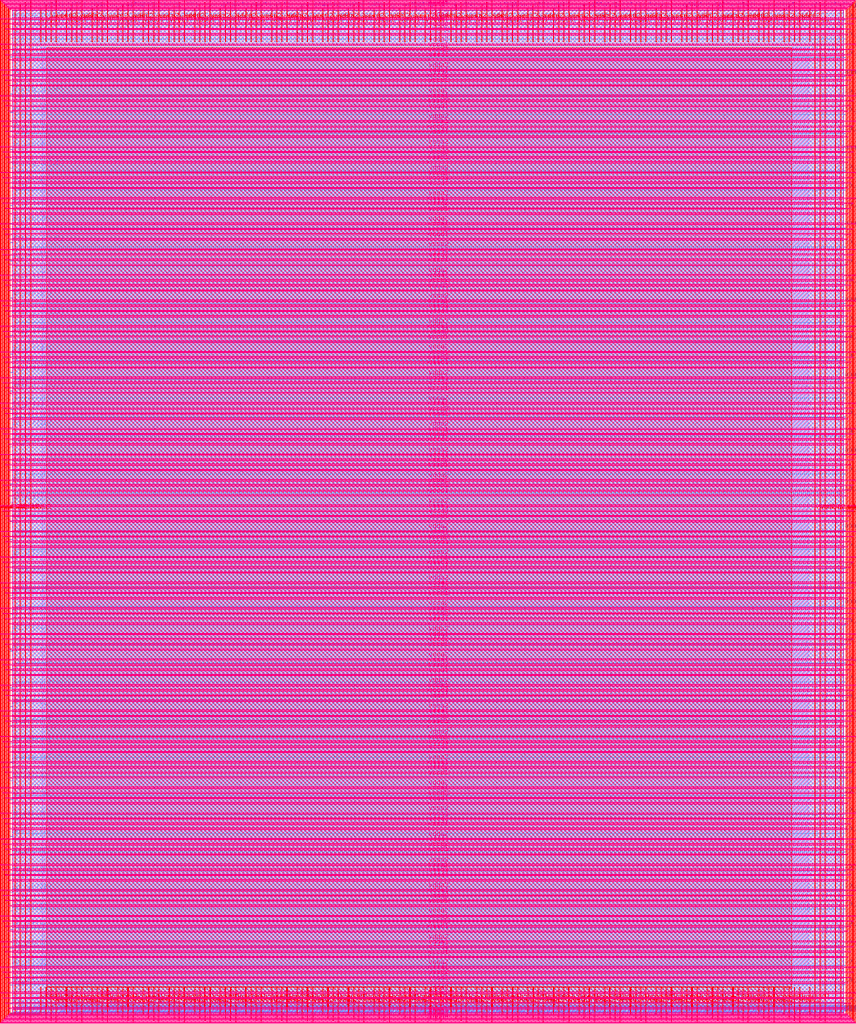
<source format=lef>
VERSION 5.7 ;
  NOWIREEXTENSIONATPIN ON ;
  DIVIDERCHAR "/" ;
  BUSBITCHARS "[]" ;
MACRO user_project_wrapper
  CLASS BLOCK ;
  FOREIGN user_project_wrapper ;
  ORIGIN 0.000 0.000 ;
  SIZE 2920.000 BY 3520.000 ;
  PIN analog_io[0]
    DIRECTION INOUT ;
    USE SIGNAL ;
    PORT
      LAYER met3 ;
        RECT 2917.600 1426.380 2924.800 1427.580 ;
    END
  END analog_io[0]
  PIN analog_io[10]
    DIRECTION INOUT ;
    USE SIGNAL ;
    PORT
      LAYER met2 ;
        RECT 2230.490 3517.600 2231.050 3524.800 ;
    END
  END analog_io[10]
  PIN analog_io[11]
    DIRECTION INOUT ;
    USE SIGNAL ;
    PORT
      LAYER met2 ;
        RECT 1905.730 3517.600 1906.290 3524.800 ;
    END
  END analog_io[11]
  PIN analog_io[12]
    DIRECTION INOUT ;
    USE SIGNAL ;
    PORT
      LAYER met2 ;
        RECT 1581.430 3517.600 1581.990 3524.800 ;
    END
  END analog_io[12]
  PIN analog_io[13]
    DIRECTION INOUT ;
    USE SIGNAL ;
    PORT
      LAYER met2 ;
        RECT 1257.130 3517.600 1257.690 3524.800 ;
    END
  END analog_io[13]
  PIN analog_io[14]
    DIRECTION INOUT ;
    USE SIGNAL ;
    PORT
      LAYER met2 ;
        RECT 932.370 3517.600 932.930 3524.800 ;
    END
  END analog_io[14]
  PIN analog_io[15]
    DIRECTION INOUT ;
    USE SIGNAL ;
    PORT
      LAYER met2 ;
        RECT 608.070 3517.600 608.630 3524.800 ;
    END
  END analog_io[15]
  PIN analog_io[16]
    DIRECTION INOUT ;
    USE SIGNAL ;
    PORT
      LAYER met2 ;
        RECT 283.770 3517.600 284.330 3524.800 ;
    END
  END analog_io[16]
  PIN analog_io[17]
    DIRECTION INOUT ;
    USE SIGNAL ;
    PORT
      LAYER met3 ;
        RECT -4.800 3486.100 2.400 3487.300 ;
    END
  END analog_io[17]
  PIN analog_io[18]
    DIRECTION INOUT ;
    USE SIGNAL ;
    PORT
      LAYER met3 ;
        RECT -4.800 3224.980 2.400 3226.180 ;
    END
  END analog_io[18]
  PIN analog_io[19]
    DIRECTION INOUT ;
    USE SIGNAL ;
    PORT
      LAYER met3 ;
        RECT -4.800 2964.540 2.400 2965.740 ;
    END
  END analog_io[19]
  PIN analog_io[1]
    DIRECTION INOUT ;
    USE SIGNAL ;
    PORT
      LAYER met3 ;
        RECT 2917.600 1692.260 2924.800 1693.460 ;
    END
  END analog_io[1]
  PIN analog_io[20]
    DIRECTION INOUT ;
    USE SIGNAL ;
    PORT
      LAYER met3 ;
        RECT -4.800 2703.420 2.400 2704.620 ;
    END
  END analog_io[20]
  PIN analog_io[21]
    DIRECTION INOUT ;
    USE SIGNAL ;
    PORT
      LAYER met3 ;
        RECT -4.800 2442.980 2.400 2444.180 ;
    END
  END analog_io[21]
  PIN analog_io[22]
    DIRECTION INOUT ;
    USE SIGNAL ;
    PORT
      LAYER met3 ;
        RECT -4.800 2182.540 2.400 2183.740 ;
    END
  END analog_io[22]
  PIN analog_io[23]
    DIRECTION INOUT ;
    USE SIGNAL ;
    PORT
      LAYER met3 ;
        RECT -4.800 1921.420 2.400 1922.620 ;
    END
  END analog_io[23]
  PIN analog_io[24]
    DIRECTION INOUT ;
    USE SIGNAL ;
    PORT
      LAYER met3 ;
        RECT -4.800 1660.980 2.400 1662.180 ;
    END
  END analog_io[24]
  PIN analog_io[25]
    DIRECTION INOUT ;
    USE SIGNAL ;
    PORT
      LAYER met3 ;
        RECT -4.800 1399.860 2.400 1401.060 ;
    END
  END analog_io[25]
  PIN analog_io[26]
    DIRECTION INOUT ;
    USE SIGNAL ;
    PORT
      LAYER met3 ;
        RECT -4.800 1139.420 2.400 1140.620 ;
    END
  END analog_io[26]
  PIN analog_io[27]
    DIRECTION INOUT ;
    USE SIGNAL ;
    PORT
      LAYER met3 ;
        RECT -4.800 878.980 2.400 880.180 ;
    END
  END analog_io[27]
  PIN analog_io[28]
    DIRECTION INOUT ;
    USE SIGNAL ;
    PORT
      LAYER met3 ;
        RECT -4.800 617.860 2.400 619.060 ;
    END
  END analog_io[28]
  PIN analog_io[2]
    DIRECTION INOUT ;
    USE SIGNAL ;
    PORT
      LAYER met3 ;
        RECT 2917.600 1958.140 2924.800 1959.340 ;
    END
  END analog_io[2]
  PIN analog_io[3]
    DIRECTION INOUT ;
    USE SIGNAL ;
    PORT
      LAYER met3 ;
        RECT 2917.600 2223.340 2924.800 2224.540 ;
    END
  END analog_io[3]
  PIN analog_io[4]
    DIRECTION INOUT ;
    USE SIGNAL ;
    PORT
      LAYER met3 ;
        RECT 2917.600 2489.220 2924.800 2490.420 ;
    END
  END analog_io[4]
  PIN analog_io[5]
    DIRECTION INOUT ;
    USE SIGNAL ;
    PORT
      LAYER met3 ;
        RECT 2917.600 2755.100 2924.800 2756.300 ;
    END
  END analog_io[5]
  PIN analog_io[6]
    DIRECTION INOUT ;
    USE SIGNAL ;
    PORT
      LAYER met3 ;
        RECT 2917.600 3020.300 2924.800 3021.500 ;
    END
  END analog_io[6]
  PIN analog_io[7]
    DIRECTION INOUT ;
    USE SIGNAL ;
    PORT
      LAYER met3 ;
        RECT 2917.600 3286.180 2924.800 3287.380 ;
    END
  END analog_io[7]
  PIN analog_io[8]
    DIRECTION INOUT ;
    USE SIGNAL ;
    PORT
      LAYER met2 ;
        RECT 2879.090 3517.600 2879.650 3524.800 ;
    END
  END analog_io[8]
  PIN analog_io[9]
    DIRECTION INOUT ;
    USE SIGNAL ;
    PORT
      LAYER met2 ;
        RECT 2554.790 3517.600 2555.350 3524.800 ;
    END
  END analog_io[9]
  PIN io_in[0]
    DIRECTION INPUT ;
    USE SIGNAL ;
    PORT
      LAYER met3 ;
        RECT 2917.600 32.380 2924.800 33.580 ;
    END
  END io_in[0]
  PIN io_in[10]
    DIRECTION INPUT ;
    USE SIGNAL ;
    PORT
      LAYER met3 ;
        RECT 2917.600 2289.980 2924.800 2291.180 ;
    END
  END io_in[10]
  PIN io_in[11]
    DIRECTION INPUT ;
    USE SIGNAL ;
    PORT
      LAYER met3 ;
        RECT 2917.600 2555.860 2924.800 2557.060 ;
    END
  END io_in[11]
  PIN io_in[12]
    DIRECTION INPUT ;
    USE SIGNAL ;
    PORT
      LAYER met3 ;
        RECT 2917.600 2821.060 2924.800 2822.260 ;
    END
  END io_in[12]
  PIN io_in[13]
    DIRECTION INPUT ;
    USE SIGNAL ;
    PORT
      LAYER met3 ;
        RECT 2917.600 3086.940 2924.800 3088.140 ;
    END
  END io_in[13]
  PIN io_in[14]
    DIRECTION INPUT ;
    USE SIGNAL ;
    PORT
      LAYER met3 ;
        RECT 2917.600 3352.820 2924.800 3354.020 ;
    END
  END io_in[14]
  PIN io_in[15]
    DIRECTION INPUT ;
    USE SIGNAL ;
    PORT
      LAYER met2 ;
        RECT 2798.130 3517.600 2798.690 3524.800 ;
    END
  END io_in[15]
  PIN io_in[16]
    DIRECTION INPUT ;
    USE SIGNAL ;
    PORT
      LAYER met2 ;
        RECT 2473.830 3517.600 2474.390 3524.800 ;
    END
  END io_in[16]
  PIN io_in[17]
    DIRECTION INPUT ;
    USE SIGNAL ;
    PORT
      LAYER met2 ;
        RECT 2149.070 3517.600 2149.630 3524.800 ;
    END
  END io_in[17]
  PIN io_in[18]
    DIRECTION INPUT ;
    USE SIGNAL ;
    PORT
      LAYER met2 ;
        RECT 1824.770 3517.600 1825.330 3524.800 ;
    END
  END io_in[18]
  PIN io_in[19]
    DIRECTION INPUT ;
    USE SIGNAL ;
    PORT
      LAYER met2 ;
        RECT 1500.470 3517.600 1501.030 3524.800 ;
    END
  END io_in[19]
  PIN io_in[1]
    DIRECTION INPUT ;
    USE SIGNAL ;
    PORT
      LAYER met3 ;
        RECT 2917.600 230.940 2924.800 232.140 ;
    END
  END io_in[1]
  PIN io_in[20]
    DIRECTION INPUT ;
    USE SIGNAL ;
    PORT
      LAYER met2 ;
        RECT 1175.710 3517.600 1176.270 3524.800 ;
    END
  END io_in[20]
  PIN io_in[21]
    DIRECTION INPUT ;
    USE SIGNAL ;
    PORT
      LAYER met2 ;
        RECT 851.410 3517.600 851.970 3524.800 ;
    END
  END io_in[21]
  PIN io_in[22]
    DIRECTION INPUT ;
    USE SIGNAL ;
    PORT
      LAYER met2 ;
        RECT 527.110 3517.600 527.670 3524.800 ;
    END
  END io_in[22]
  PIN io_in[23]
    DIRECTION INPUT ;
    USE SIGNAL ;
    PORT
      LAYER met2 ;
        RECT 202.350 3517.600 202.910 3524.800 ;
    END
  END io_in[23]
  PIN io_in[24]
    DIRECTION INPUT ;
    USE SIGNAL ;
    PORT
      LAYER met3 ;
        RECT -4.800 3420.820 2.400 3422.020 ;
    END
  END io_in[24]
  PIN io_in[25]
    DIRECTION INPUT ;
    USE SIGNAL ;
    PORT
      LAYER met3 ;
        RECT -4.800 3159.700 2.400 3160.900 ;
    END
  END io_in[25]
  PIN io_in[26]
    DIRECTION INPUT ;
    USE SIGNAL ;
    PORT
      LAYER met3 ;
        RECT -4.800 2899.260 2.400 2900.460 ;
    END
  END io_in[26]
  PIN io_in[27]
    DIRECTION INPUT ;
    USE SIGNAL ;
    PORT
      LAYER met3 ;
        RECT -4.800 2638.820 2.400 2640.020 ;
    END
  END io_in[27]
  PIN io_in[28]
    DIRECTION INPUT ;
    USE SIGNAL ;
    PORT
      LAYER met3 ;
        RECT -4.800 2377.700 2.400 2378.900 ;
    END
  END io_in[28]
  PIN io_in[29]
    DIRECTION INPUT ;
    USE SIGNAL ;
    PORT
      LAYER met3 ;
        RECT -4.800 2117.260 2.400 2118.460 ;
    END
  END io_in[29]
  PIN io_in[2]
    DIRECTION INPUT ;
    USE SIGNAL ;
    PORT
      LAYER met3 ;
        RECT 2917.600 430.180 2924.800 431.380 ;
    END
  END io_in[2]
  PIN io_in[30]
    DIRECTION INPUT ;
    USE SIGNAL ;
    PORT
      LAYER met3 ;
        RECT -4.800 1856.140 2.400 1857.340 ;
    END
  END io_in[30]
  PIN io_in[31]
    DIRECTION INPUT ;
    USE SIGNAL ;
    PORT
      LAYER met3 ;
        RECT -4.800 1595.700 2.400 1596.900 ;
    END
  END io_in[31]
  PIN io_in[32]
    DIRECTION INPUT ;
    USE SIGNAL ;
    PORT
      LAYER met3 ;
        RECT -4.800 1335.260 2.400 1336.460 ;
    END
  END io_in[32]
  PIN io_in[33]
    DIRECTION INPUT ;
    USE SIGNAL ;
    PORT
      LAYER met3 ;
        RECT -4.800 1074.140 2.400 1075.340 ;
    END
  END io_in[33]
  PIN io_in[34]
    DIRECTION INPUT ;
    USE SIGNAL ;
    PORT
      LAYER met3 ;
        RECT -4.800 813.700 2.400 814.900 ;
    END
  END io_in[34]
  PIN io_in[35]
    DIRECTION INPUT ;
    USE SIGNAL ;
    PORT
      LAYER met3 ;
        RECT -4.800 552.580 2.400 553.780 ;
    END
  END io_in[35]
  PIN io_in[36]
    DIRECTION INPUT ;
    USE SIGNAL ;
    PORT
      LAYER met3 ;
        RECT -4.800 357.420 2.400 358.620 ;
    END
  END io_in[36]
  PIN io_in[37]
    DIRECTION INPUT ;
    USE SIGNAL ;
    PORT
      LAYER met3 ;
        RECT -4.800 161.580 2.400 162.780 ;
    END
  END io_in[37]
  PIN io_in[3]
    DIRECTION INPUT ;
    USE SIGNAL ;
    PORT
      LAYER met3 ;
        RECT 2917.600 629.420 2924.800 630.620 ;
    END
  END io_in[3]
  PIN io_in[4]
    DIRECTION INPUT ;
    USE SIGNAL ;
    PORT
      LAYER met3 ;
        RECT 2917.600 828.660 2924.800 829.860 ;
    END
  END io_in[4]
  PIN io_in[5]
    DIRECTION INPUT ;
    USE SIGNAL ;
    PORT
      LAYER met3 ;
        RECT 2917.600 1027.900 2924.800 1029.100 ;
    END
  END io_in[5]
  PIN io_in[6]
    DIRECTION INPUT ;
    USE SIGNAL ;
    PORT
      LAYER met3 ;
        RECT 2917.600 1227.140 2924.800 1228.340 ;
    END
  END io_in[6]
  PIN io_in[7]
    DIRECTION INPUT ;
    USE SIGNAL ;
    PORT
      LAYER met3 ;
        RECT 2917.600 1493.020 2924.800 1494.220 ;
    END
  END io_in[7]
  PIN io_in[8]
    DIRECTION INPUT ;
    USE SIGNAL ;
    PORT
      LAYER met3 ;
        RECT 2917.600 1758.900 2924.800 1760.100 ;
    END
  END io_in[8]
  PIN io_in[9]
    DIRECTION INPUT ;
    USE SIGNAL ;
    PORT
      LAYER met3 ;
        RECT 2917.600 2024.100 2924.800 2025.300 ;
    END
  END io_in[9]
  PIN io_oeb[0]
    DIRECTION OUTPUT TRISTATE ;
    USE SIGNAL ;
    PORT
      LAYER met3 ;
        RECT 2917.600 164.980 2924.800 166.180 ;
    END
  END io_oeb[0]
  PIN io_oeb[10]
    DIRECTION OUTPUT TRISTATE ;
    USE SIGNAL ;
    PORT
      LAYER met3 ;
        RECT 2917.600 2422.580 2924.800 2423.780 ;
    END
  END io_oeb[10]
  PIN io_oeb[11]
    DIRECTION OUTPUT TRISTATE ;
    USE SIGNAL ;
    PORT
      LAYER met3 ;
        RECT 2917.600 2688.460 2924.800 2689.660 ;
    END
  END io_oeb[11]
  PIN io_oeb[12]
    DIRECTION OUTPUT TRISTATE ;
    USE SIGNAL ;
    PORT
      LAYER met3 ;
        RECT 2917.600 2954.340 2924.800 2955.540 ;
    END
  END io_oeb[12]
  PIN io_oeb[13]
    DIRECTION OUTPUT TRISTATE ;
    USE SIGNAL ;
    PORT
      LAYER met3 ;
        RECT 2917.600 3219.540 2924.800 3220.740 ;
    END
  END io_oeb[13]
  PIN io_oeb[14]
    DIRECTION OUTPUT TRISTATE ;
    USE SIGNAL ;
    PORT
      LAYER met3 ;
        RECT 2917.600 3485.420 2924.800 3486.620 ;
    END
  END io_oeb[14]
  PIN io_oeb[15]
    DIRECTION OUTPUT TRISTATE ;
    USE SIGNAL ;
    PORT
      LAYER met2 ;
        RECT 2635.750 3517.600 2636.310 3524.800 ;
    END
  END io_oeb[15]
  PIN io_oeb[16]
    DIRECTION OUTPUT TRISTATE ;
    USE SIGNAL ;
    PORT
      LAYER met2 ;
        RECT 2311.450 3517.600 2312.010 3524.800 ;
    END
  END io_oeb[16]
  PIN io_oeb[17]
    DIRECTION OUTPUT TRISTATE ;
    USE SIGNAL ;
    PORT
      LAYER met2 ;
        RECT 1987.150 3517.600 1987.710 3524.800 ;
    END
  END io_oeb[17]
  PIN io_oeb[18]
    DIRECTION OUTPUT TRISTATE ;
    USE SIGNAL ;
    PORT
      LAYER met2 ;
        RECT 1662.390 3517.600 1662.950 3524.800 ;
    END
  END io_oeb[18]
  PIN io_oeb[19]
    DIRECTION OUTPUT TRISTATE ;
    USE SIGNAL ;
    PORT
      LAYER met2 ;
        RECT 1338.090 3517.600 1338.650 3524.800 ;
    END
  END io_oeb[19]
  PIN io_oeb[1]
    DIRECTION OUTPUT TRISTATE ;
    USE SIGNAL ;
    PORT
      LAYER met3 ;
        RECT 2917.600 364.220 2924.800 365.420 ;
    END
  END io_oeb[1]
  PIN io_oeb[20]
    DIRECTION OUTPUT TRISTATE ;
    USE SIGNAL ;
    PORT
      LAYER met2 ;
        RECT 1013.790 3517.600 1014.350 3524.800 ;
    END
  END io_oeb[20]
  PIN io_oeb[21]
    DIRECTION OUTPUT TRISTATE ;
    USE SIGNAL ;
    PORT
      LAYER met2 ;
        RECT 689.030 3517.600 689.590 3524.800 ;
    END
  END io_oeb[21]
  PIN io_oeb[22]
    DIRECTION OUTPUT TRISTATE ;
    USE SIGNAL ;
    PORT
      LAYER met2 ;
        RECT 364.730 3517.600 365.290 3524.800 ;
    END
  END io_oeb[22]
  PIN io_oeb[23]
    DIRECTION OUTPUT TRISTATE ;
    USE SIGNAL ;
    PORT
      LAYER met2 ;
        RECT 40.430 3517.600 40.990 3524.800 ;
    END
  END io_oeb[23]
  PIN io_oeb[24]
    DIRECTION OUTPUT TRISTATE ;
    USE SIGNAL ;
    PORT
      LAYER met3 ;
        RECT -4.800 3290.260 2.400 3291.460 ;
    END
  END io_oeb[24]
  PIN io_oeb[25]
    DIRECTION OUTPUT TRISTATE ;
    USE SIGNAL ;
    PORT
      LAYER met3 ;
        RECT -4.800 3029.820 2.400 3031.020 ;
    END
  END io_oeb[25]
  PIN io_oeb[26]
    DIRECTION OUTPUT TRISTATE ;
    USE SIGNAL ;
    PORT
      LAYER met3 ;
        RECT -4.800 2768.700 2.400 2769.900 ;
    END
  END io_oeb[26]
  PIN io_oeb[27]
    DIRECTION OUTPUT TRISTATE ;
    USE SIGNAL ;
    PORT
      LAYER met3 ;
        RECT -4.800 2508.260 2.400 2509.460 ;
    END
  END io_oeb[27]
  PIN io_oeb[28]
    DIRECTION OUTPUT TRISTATE ;
    USE SIGNAL ;
    PORT
      LAYER met3 ;
        RECT -4.800 2247.140 2.400 2248.340 ;
    END
  END io_oeb[28]
  PIN io_oeb[29]
    DIRECTION OUTPUT TRISTATE ;
    USE SIGNAL ;
    PORT
      LAYER met3 ;
        RECT -4.800 1986.700 2.400 1987.900 ;
    END
  END io_oeb[29]
  PIN io_oeb[2]
    DIRECTION OUTPUT TRISTATE ;
    USE SIGNAL ;
    PORT
      LAYER met3 ;
        RECT 2917.600 563.460 2924.800 564.660 ;
    END
  END io_oeb[2]
  PIN io_oeb[30]
    DIRECTION OUTPUT TRISTATE ;
    USE SIGNAL ;
    PORT
      LAYER met3 ;
        RECT -4.800 1726.260 2.400 1727.460 ;
    END
  END io_oeb[30]
  PIN io_oeb[31]
    DIRECTION OUTPUT TRISTATE ;
    USE SIGNAL ;
    PORT
      LAYER met3 ;
        RECT -4.800 1465.140 2.400 1466.340 ;
    END
  END io_oeb[31]
  PIN io_oeb[32]
    DIRECTION OUTPUT TRISTATE ;
    USE SIGNAL ;
    PORT
      LAYER met3 ;
        RECT -4.800 1204.700 2.400 1205.900 ;
    END
  END io_oeb[32]
  PIN io_oeb[33]
    DIRECTION OUTPUT TRISTATE ;
    USE SIGNAL ;
    PORT
      LAYER met3 ;
        RECT -4.800 943.580 2.400 944.780 ;
    END
  END io_oeb[33]
  PIN io_oeb[34]
    DIRECTION OUTPUT TRISTATE ;
    USE SIGNAL ;
    PORT
      LAYER met3 ;
        RECT -4.800 683.140 2.400 684.340 ;
    END
  END io_oeb[34]
  PIN io_oeb[35]
    DIRECTION OUTPUT TRISTATE ;
    USE SIGNAL ;
    PORT
      LAYER met3 ;
        RECT -4.800 422.700 2.400 423.900 ;
    END
  END io_oeb[35]
  PIN io_oeb[36]
    DIRECTION OUTPUT TRISTATE ;
    USE SIGNAL ;
    PORT
      LAYER met3 ;
        RECT -4.800 226.860 2.400 228.060 ;
    END
  END io_oeb[36]
  PIN io_oeb[37]
    DIRECTION OUTPUT TRISTATE ;
    USE SIGNAL ;
    PORT
      LAYER met3 ;
        RECT -4.800 31.700 2.400 32.900 ;
    END
  END io_oeb[37]
  PIN io_oeb[3]
    DIRECTION OUTPUT TRISTATE ;
    USE SIGNAL ;
    PORT
      LAYER met3 ;
        RECT 2917.600 762.700 2924.800 763.900 ;
    END
  END io_oeb[3]
  PIN io_oeb[4]
    DIRECTION OUTPUT TRISTATE ;
    USE SIGNAL ;
    PORT
      LAYER met3 ;
        RECT 2917.600 961.940 2924.800 963.140 ;
    END
  END io_oeb[4]
  PIN io_oeb[5]
    DIRECTION OUTPUT TRISTATE ;
    USE SIGNAL ;
    PORT
      LAYER met3 ;
        RECT 2917.600 1161.180 2924.800 1162.380 ;
    END
  END io_oeb[5]
  PIN io_oeb[6]
    DIRECTION OUTPUT TRISTATE ;
    USE SIGNAL ;
    PORT
      LAYER met3 ;
        RECT 2917.600 1360.420 2924.800 1361.620 ;
    END
  END io_oeb[6]
  PIN io_oeb[7]
    DIRECTION OUTPUT TRISTATE ;
    USE SIGNAL ;
    PORT
      LAYER met3 ;
        RECT 2917.600 1625.620 2924.800 1626.820 ;
    END
  END io_oeb[7]
  PIN io_oeb[8]
    DIRECTION OUTPUT TRISTATE ;
    USE SIGNAL ;
    PORT
      LAYER met3 ;
        RECT 2917.600 1891.500 2924.800 1892.700 ;
    END
  END io_oeb[8]
  PIN io_oeb[9]
    DIRECTION OUTPUT TRISTATE ;
    USE SIGNAL ;
    PORT
      LAYER met3 ;
        RECT 2917.600 2157.380 2924.800 2158.580 ;
    END
  END io_oeb[9]
  PIN io_out[0]
    DIRECTION OUTPUT TRISTATE ;
    USE SIGNAL ;
    PORT
      LAYER met3 ;
        RECT 2917.600 98.340 2924.800 99.540 ;
    END
  END io_out[0]
  PIN io_out[10]
    DIRECTION OUTPUT TRISTATE ;
    USE SIGNAL ;
    PORT
      LAYER met3 ;
        RECT 2917.600 2356.620 2924.800 2357.820 ;
    END
  END io_out[10]
  PIN io_out[11]
    DIRECTION OUTPUT TRISTATE ;
    USE SIGNAL ;
    PORT
      LAYER met3 ;
        RECT 2917.600 2621.820 2924.800 2623.020 ;
    END
  END io_out[11]
  PIN io_out[12]
    DIRECTION OUTPUT TRISTATE ;
    USE SIGNAL ;
    PORT
      LAYER met3 ;
        RECT 2917.600 2887.700 2924.800 2888.900 ;
    END
  END io_out[12]
  PIN io_out[13]
    DIRECTION OUTPUT TRISTATE ;
    USE SIGNAL ;
    PORT
      LAYER met3 ;
        RECT 2917.600 3153.580 2924.800 3154.780 ;
    END
  END io_out[13]
  PIN io_out[14]
    DIRECTION OUTPUT TRISTATE ;
    USE SIGNAL ;
    PORT
      LAYER met3 ;
        RECT 2917.600 3418.780 2924.800 3419.980 ;
    END
  END io_out[14]
  PIN io_out[15]
    DIRECTION OUTPUT TRISTATE ;
    USE SIGNAL ;
    PORT
      LAYER met2 ;
        RECT 2717.170 3517.600 2717.730 3524.800 ;
    END
  END io_out[15]
  PIN io_out[16]
    DIRECTION OUTPUT TRISTATE ;
    USE SIGNAL ;
    PORT
      LAYER met2 ;
        RECT 2392.410 3517.600 2392.970 3524.800 ;
    END
  END io_out[16]
  PIN io_out[17]
    DIRECTION OUTPUT TRISTATE ;
    USE SIGNAL ;
    PORT
      LAYER met2 ;
        RECT 2068.110 3517.600 2068.670 3524.800 ;
    END
  END io_out[17]
  PIN io_out[18]
    DIRECTION OUTPUT TRISTATE ;
    USE SIGNAL ;
    PORT
      LAYER met2 ;
        RECT 1743.810 3517.600 1744.370 3524.800 ;
    END
  END io_out[18]
  PIN io_out[19]
    DIRECTION OUTPUT TRISTATE ;
    USE SIGNAL ;
    PORT
      LAYER met2 ;
        RECT 1419.050 3517.600 1419.610 3524.800 ;
    END
  END io_out[19]
  PIN io_out[1]
    DIRECTION OUTPUT TRISTATE ;
    USE SIGNAL ;
    PORT
      LAYER met3 ;
        RECT 2917.600 297.580 2924.800 298.780 ;
    END
  END io_out[1]
  PIN io_out[20]
    DIRECTION OUTPUT TRISTATE ;
    USE SIGNAL ;
    PORT
      LAYER met2 ;
        RECT 1094.750 3517.600 1095.310 3524.800 ;
    END
  END io_out[20]
  PIN io_out[21]
    DIRECTION OUTPUT TRISTATE ;
    USE SIGNAL ;
    PORT
      LAYER met2 ;
        RECT 770.450 3517.600 771.010 3524.800 ;
    END
  END io_out[21]
  PIN io_out[22]
    DIRECTION OUTPUT TRISTATE ;
    USE SIGNAL ;
    PORT
      LAYER met2 ;
        RECT 445.690 3517.600 446.250 3524.800 ;
    END
  END io_out[22]
  PIN io_out[23]
    DIRECTION OUTPUT TRISTATE ;
    USE SIGNAL ;
    PORT
      LAYER met2 ;
        RECT 121.390 3517.600 121.950 3524.800 ;
    END
  END io_out[23]
  PIN io_out[24]
    DIRECTION OUTPUT TRISTATE ;
    USE SIGNAL ;
    PORT
      LAYER met3 ;
        RECT -4.800 3355.540 2.400 3356.740 ;
    END
  END io_out[24]
  PIN io_out[25]
    DIRECTION OUTPUT TRISTATE ;
    USE SIGNAL ;
    PORT
      LAYER met3 ;
        RECT -4.800 3095.100 2.400 3096.300 ;
    END
  END io_out[25]
  PIN io_out[26]
    DIRECTION OUTPUT TRISTATE ;
    USE SIGNAL ;
    PORT
      LAYER met3 ;
        RECT -4.800 2833.980 2.400 2835.180 ;
    END
  END io_out[26]
  PIN io_out[27]
    DIRECTION OUTPUT TRISTATE ;
    USE SIGNAL ;
    PORT
      LAYER met3 ;
        RECT -4.800 2573.540 2.400 2574.740 ;
    END
  END io_out[27]
  PIN io_out[28]
    DIRECTION OUTPUT TRISTATE ;
    USE SIGNAL ;
    PORT
      LAYER met3 ;
        RECT -4.800 2312.420 2.400 2313.620 ;
    END
  END io_out[28]
  PIN io_out[29]
    DIRECTION OUTPUT TRISTATE ;
    USE SIGNAL ;
    PORT
      LAYER met3 ;
        RECT -4.800 2051.980 2.400 2053.180 ;
    END
  END io_out[29]
  PIN io_out[2]
    DIRECTION OUTPUT TRISTATE ;
    USE SIGNAL ;
    PORT
      LAYER met3 ;
        RECT 2917.600 496.820 2924.800 498.020 ;
    END
  END io_out[2]
  PIN io_out[30]
    DIRECTION OUTPUT TRISTATE ;
    USE SIGNAL ;
    PORT
      LAYER met3 ;
        RECT -4.800 1791.540 2.400 1792.740 ;
    END
  END io_out[30]
  PIN io_out[31]
    DIRECTION OUTPUT TRISTATE ;
    USE SIGNAL ;
    PORT
      LAYER met3 ;
        RECT -4.800 1530.420 2.400 1531.620 ;
    END
  END io_out[31]
  PIN io_out[32]
    DIRECTION OUTPUT TRISTATE ;
    USE SIGNAL ;
    PORT
      LAYER met3 ;
        RECT -4.800 1269.980 2.400 1271.180 ;
    END
  END io_out[32]
  PIN io_out[33]
    DIRECTION OUTPUT TRISTATE ;
    USE SIGNAL ;
    PORT
      LAYER met3 ;
        RECT -4.800 1008.860 2.400 1010.060 ;
    END
  END io_out[33]
  PIN io_out[34]
    DIRECTION OUTPUT TRISTATE ;
    USE SIGNAL ;
    PORT
      LAYER met3 ;
        RECT -4.800 748.420 2.400 749.620 ;
    END
  END io_out[34]
  PIN io_out[35]
    DIRECTION OUTPUT TRISTATE ;
    USE SIGNAL ;
    PORT
      LAYER met3 ;
        RECT -4.800 487.300 2.400 488.500 ;
    END
  END io_out[35]
  PIN io_out[36]
    DIRECTION OUTPUT TRISTATE ;
    USE SIGNAL ;
    PORT
      LAYER met3 ;
        RECT -4.800 292.140 2.400 293.340 ;
    END
  END io_out[36]
  PIN io_out[37]
    DIRECTION OUTPUT TRISTATE ;
    USE SIGNAL ;
    PORT
      LAYER met3 ;
        RECT -4.800 96.300 2.400 97.500 ;
    END
  END io_out[37]
  PIN io_out[3]
    DIRECTION OUTPUT TRISTATE ;
    USE SIGNAL ;
    PORT
      LAYER met3 ;
        RECT 2917.600 696.060 2924.800 697.260 ;
    END
  END io_out[3]
  PIN io_out[4]
    DIRECTION OUTPUT TRISTATE ;
    USE SIGNAL ;
    PORT
      LAYER met3 ;
        RECT 2917.600 895.300 2924.800 896.500 ;
    END
  END io_out[4]
  PIN io_out[5]
    DIRECTION OUTPUT TRISTATE ;
    USE SIGNAL ;
    PORT
      LAYER met3 ;
        RECT 2917.600 1094.540 2924.800 1095.740 ;
    END
  END io_out[5]
  PIN io_out[6]
    DIRECTION OUTPUT TRISTATE ;
    USE SIGNAL ;
    PORT
      LAYER met3 ;
        RECT 2917.600 1293.780 2924.800 1294.980 ;
    END
  END io_out[6]
  PIN io_out[7]
    DIRECTION OUTPUT TRISTATE ;
    USE SIGNAL ;
    PORT
      LAYER met3 ;
        RECT 2917.600 1559.660 2924.800 1560.860 ;
    END
  END io_out[7]
  PIN io_out[8]
    DIRECTION OUTPUT TRISTATE ;
    USE SIGNAL ;
    PORT
      LAYER met3 ;
        RECT 2917.600 1824.860 2924.800 1826.060 ;
    END
  END io_out[8]
  PIN io_out[9]
    DIRECTION OUTPUT TRISTATE ;
    USE SIGNAL ;
    PORT
      LAYER met3 ;
        RECT 2917.600 2090.740 2924.800 2091.940 ;
    END
  END io_out[9]
  PIN la_data_in[0]
    DIRECTION INPUT ;
    USE SIGNAL ;
    PORT
      LAYER met2 ;
        RECT 629.230 -4.800 629.790 2.400 ;
    END
  END la_data_in[0]
  PIN la_data_in[100]
    DIRECTION INPUT ;
    USE SIGNAL ;
    PORT
      LAYER met2 ;
        RECT 2402.530 -4.800 2403.090 2.400 ;
    END
  END la_data_in[100]
  PIN la_data_in[101]
    DIRECTION INPUT ;
    USE SIGNAL ;
    PORT
      LAYER met2 ;
        RECT 2420.010 -4.800 2420.570 2.400 ;
    END
  END la_data_in[101]
  PIN la_data_in[102]
    DIRECTION INPUT ;
    USE SIGNAL ;
    PORT
      LAYER met2 ;
        RECT 2437.950 -4.800 2438.510 2.400 ;
    END
  END la_data_in[102]
  PIN la_data_in[103]
    DIRECTION INPUT ;
    USE SIGNAL ;
    PORT
      LAYER met2 ;
        RECT 2455.430 -4.800 2455.990 2.400 ;
    END
  END la_data_in[103]
  PIN la_data_in[104]
    DIRECTION INPUT ;
    USE SIGNAL ;
    PORT
      LAYER met2 ;
        RECT 2473.370 -4.800 2473.930 2.400 ;
    END
  END la_data_in[104]
  PIN la_data_in[105]
    DIRECTION INPUT ;
    USE SIGNAL ;
    PORT
      LAYER met2 ;
        RECT 2490.850 -4.800 2491.410 2.400 ;
    END
  END la_data_in[105]
  PIN la_data_in[106]
    DIRECTION INPUT ;
    USE SIGNAL ;
    PORT
      LAYER met2 ;
        RECT 2508.790 -4.800 2509.350 2.400 ;
    END
  END la_data_in[106]
  PIN la_data_in[107]
    DIRECTION INPUT ;
    USE SIGNAL ;
    PORT
      LAYER met2 ;
        RECT 2526.730 -4.800 2527.290 2.400 ;
    END
  END la_data_in[107]
  PIN la_data_in[108]
    DIRECTION INPUT ;
    USE SIGNAL ;
    PORT
      LAYER met2 ;
        RECT 2544.210 -4.800 2544.770 2.400 ;
    END
  END la_data_in[108]
  PIN la_data_in[109]
    DIRECTION INPUT ;
    USE SIGNAL ;
    PORT
      LAYER met2 ;
        RECT 2562.150 -4.800 2562.710 2.400 ;
    END
  END la_data_in[109]
  PIN la_data_in[10]
    DIRECTION INPUT ;
    USE SIGNAL ;
    PORT
      LAYER met2 ;
        RECT 806.330 -4.800 806.890 2.400 ;
    END
  END la_data_in[10]
  PIN la_data_in[110]
    DIRECTION INPUT ;
    USE SIGNAL ;
    PORT
      LAYER met2 ;
        RECT 2579.630 -4.800 2580.190 2.400 ;
    END
  END la_data_in[110]
  PIN la_data_in[111]
    DIRECTION INPUT ;
    USE SIGNAL ;
    PORT
      LAYER met2 ;
        RECT 2597.570 -4.800 2598.130 2.400 ;
    END
  END la_data_in[111]
  PIN la_data_in[112]
    DIRECTION INPUT ;
    USE SIGNAL ;
    PORT
      LAYER met2 ;
        RECT 2615.050 -4.800 2615.610 2.400 ;
    END
  END la_data_in[112]
  PIN la_data_in[113]
    DIRECTION INPUT ;
    USE SIGNAL ;
    PORT
      LAYER met2 ;
        RECT 2632.990 -4.800 2633.550 2.400 ;
    END
  END la_data_in[113]
  PIN la_data_in[114]
    DIRECTION INPUT ;
    USE SIGNAL ;
    PORT
      LAYER met2 ;
        RECT 2650.470 -4.800 2651.030 2.400 ;
    END
  END la_data_in[114]
  PIN la_data_in[115]
    DIRECTION INPUT ;
    USE SIGNAL ;
    PORT
      LAYER met2 ;
        RECT 2668.410 -4.800 2668.970 2.400 ;
    END
  END la_data_in[115]
  PIN la_data_in[116]
    DIRECTION INPUT ;
    USE SIGNAL ;
    PORT
      LAYER met2 ;
        RECT 2685.890 -4.800 2686.450 2.400 ;
    END
  END la_data_in[116]
  PIN la_data_in[117]
    DIRECTION INPUT ;
    USE SIGNAL ;
    PORT
      LAYER met2 ;
        RECT 2703.830 -4.800 2704.390 2.400 ;
    END
  END la_data_in[117]
  PIN la_data_in[118]
    DIRECTION INPUT ;
    USE SIGNAL ;
    PORT
      LAYER met2 ;
        RECT 2721.770 -4.800 2722.330 2.400 ;
    END
  END la_data_in[118]
  PIN la_data_in[119]
    DIRECTION INPUT ;
    USE SIGNAL ;
    PORT
      LAYER met2 ;
        RECT 2739.250 -4.800 2739.810 2.400 ;
    END
  END la_data_in[119]
  PIN la_data_in[11]
    DIRECTION INPUT ;
    USE SIGNAL ;
    PORT
      LAYER met2 ;
        RECT 824.270 -4.800 824.830 2.400 ;
    END
  END la_data_in[11]
  PIN la_data_in[120]
    DIRECTION INPUT ;
    USE SIGNAL ;
    PORT
      LAYER met2 ;
        RECT 2757.190 -4.800 2757.750 2.400 ;
    END
  END la_data_in[120]
  PIN la_data_in[121]
    DIRECTION INPUT ;
    USE SIGNAL ;
    PORT
      LAYER met2 ;
        RECT 2774.670 -4.800 2775.230 2.400 ;
    END
  END la_data_in[121]
  PIN la_data_in[122]
    DIRECTION INPUT ;
    USE SIGNAL ;
    PORT
      LAYER met2 ;
        RECT 2792.610 -4.800 2793.170 2.400 ;
    END
  END la_data_in[122]
  PIN la_data_in[123]
    DIRECTION INPUT ;
    USE SIGNAL ;
    PORT
      LAYER met2 ;
        RECT 2810.090 -4.800 2810.650 2.400 ;
    END
  END la_data_in[123]
  PIN la_data_in[124]
    DIRECTION INPUT ;
    USE SIGNAL ;
    PORT
      LAYER met2 ;
        RECT 2828.030 -4.800 2828.590 2.400 ;
    END
  END la_data_in[124]
  PIN la_data_in[125]
    DIRECTION INPUT ;
    USE SIGNAL ;
    PORT
      LAYER met2 ;
        RECT 2845.510 -4.800 2846.070 2.400 ;
    END
  END la_data_in[125]
  PIN la_data_in[126]
    DIRECTION INPUT ;
    USE SIGNAL ;
    PORT
      LAYER met2 ;
        RECT 2863.450 -4.800 2864.010 2.400 ;
    END
  END la_data_in[126]
  PIN la_data_in[127]
    DIRECTION INPUT ;
    USE SIGNAL ;
    PORT
      LAYER met2 ;
        RECT 2881.390 -4.800 2881.950 2.400 ;
    END
  END la_data_in[127]
  PIN la_data_in[12]
    DIRECTION INPUT ;
    USE SIGNAL ;
    PORT
      LAYER met2 ;
        RECT 841.750 -4.800 842.310 2.400 ;
    END
  END la_data_in[12]
  PIN la_data_in[13]
    DIRECTION INPUT ;
    USE SIGNAL ;
    PORT
      LAYER met2 ;
        RECT 859.690 -4.800 860.250 2.400 ;
    END
  END la_data_in[13]
  PIN la_data_in[14]
    DIRECTION INPUT ;
    USE SIGNAL ;
    PORT
      LAYER met2 ;
        RECT 877.170 -4.800 877.730 2.400 ;
    END
  END la_data_in[14]
  PIN la_data_in[15]
    DIRECTION INPUT ;
    USE SIGNAL ;
    PORT
      LAYER met2 ;
        RECT 895.110 -4.800 895.670 2.400 ;
    END
  END la_data_in[15]
  PIN la_data_in[16]
    DIRECTION INPUT ;
    USE SIGNAL ;
    PORT
      LAYER met2 ;
        RECT 912.590 -4.800 913.150 2.400 ;
    END
  END la_data_in[16]
  PIN la_data_in[17]
    DIRECTION INPUT ;
    USE SIGNAL ;
    PORT
      LAYER met2 ;
        RECT 930.530 -4.800 931.090 2.400 ;
    END
  END la_data_in[17]
  PIN la_data_in[18]
    DIRECTION INPUT ;
    USE SIGNAL ;
    PORT
      LAYER met2 ;
        RECT 948.470 -4.800 949.030 2.400 ;
    END
  END la_data_in[18]
  PIN la_data_in[19]
    DIRECTION INPUT ;
    USE SIGNAL ;
    PORT
      LAYER met2 ;
        RECT 965.950 -4.800 966.510 2.400 ;
    END
  END la_data_in[19]
  PIN la_data_in[1]
    DIRECTION INPUT ;
    USE SIGNAL ;
    PORT
      LAYER met2 ;
        RECT 646.710 -4.800 647.270 2.400 ;
    END
  END la_data_in[1]
  PIN la_data_in[20]
    DIRECTION INPUT ;
    USE SIGNAL ;
    PORT
      LAYER met2 ;
        RECT 983.890 -4.800 984.450 2.400 ;
    END
  END la_data_in[20]
  PIN la_data_in[21]
    DIRECTION INPUT ;
    USE SIGNAL ;
    PORT
      LAYER met2 ;
        RECT 1001.370 -4.800 1001.930 2.400 ;
    END
  END la_data_in[21]
  PIN la_data_in[22]
    DIRECTION INPUT ;
    USE SIGNAL ;
    PORT
      LAYER met2 ;
        RECT 1019.310 -4.800 1019.870 2.400 ;
    END
  END la_data_in[22]
  PIN la_data_in[23]
    DIRECTION INPUT ;
    USE SIGNAL ;
    PORT
      LAYER met2 ;
        RECT 1036.790 -4.800 1037.350 2.400 ;
    END
  END la_data_in[23]
  PIN la_data_in[24]
    DIRECTION INPUT ;
    USE SIGNAL ;
    PORT
      LAYER met2 ;
        RECT 1054.730 -4.800 1055.290 2.400 ;
    END
  END la_data_in[24]
  PIN la_data_in[25]
    DIRECTION INPUT ;
    USE SIGNAL ;
    PORT
      LAYER met2 ;
        RECT 1072.210 -4.800 1072.770 2.400 ;
    END
  END la_data_in[25]
  PIN la_data_in[26]
    DIRECTION INPUT ;
    USE SIGNAL ;
    PORT
      LAYER met2 ;
        RECT 1090.150 -4.800 1090.710 2.400 ;
    END
  END la_data_in[26]
  PIN la_data_in[27]
    DIRECTION INPUT ;
    USE SIGNAL ;
    PORT
      LAYER met2 ;
        RECT 1107.630 -4.800 1108.190 2.400 ;
    END
  END la_data_in[27]
  PIN la_data_in[28]
    DIRECTION INPUT ;
    USE SIGNAL ;
    PORT
      LAYER met2 ;
        RECT 1125.570 -4.800 1126.130 2.400 ;
    END
  END la_data_in[28]
  PIN la_data_in[29]
    DIRECTION INPUT ;
    USE SIGNAL ;
    PORT
      LAYER met2 ;
        RECT 1143.510 -4.800 1144.070 2.400 ;
    END
  END la_data_in[29]
  PIN la_data_in[2]
    DIRECTION INPUT ;
    USE SIGNAL ;
    PORT
      LAYER met2 ;
        RECT 664.650 -4.800 665.210 2.400 ;
    END
  END la_data_in[2]
  PIN la_data_in[30]
    DIRECTION INPUT ;
    USE SIGNAL ;
    PORT
      LAYER met2 ;
        RECT 1160.990 -4.800 1161.550 2.400 ;
    END
  END la_data_in[30]
  PIN la_data_in[31]
    DIRECTION INPUT ;
    USE SIGNAL ;
    PORT
      LAYER met2 ;
        RECT 1178.930 -4.800 1179.490 2.400 ;
    END
  END la_data_in[31]
  PIN la_data_in[32]
    DIRECTION INPUT ;
    USE SIGNAL ;
    PORT
      LAYER met2 ;
        RECT 1196.410 -4.800 1196.970 2.400 ;
    END
  END la_data_in[32]
  PIN la_data_in[33]
    DIRECTION INPUT ;
    USE SIGNAL ;
    PORT
      LAYER met2 ;
        RECT 1214.350 -4.800 1214.910 2.400 ;
    END
  END la_data_in[33]
  PIN la_data_in[34]
    DIRECTION INPUT ;
    USE SIGNAL ;
    PORT
      LAYER met2 ;
        RECT 1231.830 -4.800 1232.390 2.400 ;
    END
  END la_data_in[34]
  PIN la_data_in[35]
    DIRECTION INPUT ;
    USE SIGNAL ;
    PORT
      LAYER met2 ;
        RECT 1249.770 -4.800 1250.330 2.400 ;
    END
  END la_data_in[35]
  PIN la_data_in[36]
    DIRECTION INPUT ;
    USE SIGNAL ;
    PORT
      LAYER met2 ;
        RECT 1267.250 -4.800 1267.810 2.400 ;
    END
  END la_data_in[36]
  PIN la_data_in[37]
    DIRECTION INPUT ;
    USE SIGNAL ;
    PORT
      LAYER met2 ;
        RECT 1285.190 -4.800 1285.750 2.400 ;
    END
  END la_data_in[37]
  PIN la_data_in[38]
    DIRECTION INPUT ;
    USE SIGNAL ;
    PORT
      LAYER met2 ;
        RECT 1303.130 -4.800 1303.690 2.400 ;
    END
  END la_data_in[38]
  PIN la_data_in[39]
    DIRECTION INPUT ;
    USE SIGNAL ;
    PORT
      LAYER met2 ;
        RECT 1320.610 -4.800 1321.170 2.400 ;
    END
  END la_data_in[39]
  PIN la_data_in[3]
    DIRECTION INPUT ;
    USE SIGNAL ;
    PORT
      LAYER met2 ;
        RECT 682.130 -4.800 682.690 2.400 ;
    END
  END la_data_in[3]
  PIN la_data_in[40]
    DIRECTION INPUT ;
    USE SIGNAL ;
    PORT
      LAYER met2 ;
        RECT 1338.550 -4.800 1339.110 2.400 ;
    END
  END la_data_in[40]
  PIN la_data_in[41]
    DIRECTION INPUT ;
    USE SIGNAL ;
    PORT
      LAYER met2 ;
        RECT 1356.030 -4.800 1356.590 2.400 ;
    END
  END la_data_in[41]
  PIN la_data_in[42]
    DIRECTION INPUT ;
    USE SIGNAL ;
    PORT
      LAYER met2 ;
        RECT 1373.970 -4.800 1374.530 2.400 ;
    END
  END la_data_in[42]
  PIN la_data_in[43]
    DIRECTION INPUT ;
    USE SIGNAL ;
    PORT
      LAYER met2 ;
        RECT 1391.450 -4.800 1392.010 2.400 ;
    END
  END la_data_in[43]
  PIN la_data_in[44]
    DIRECTION INPUT ;
    USE SIGNAL ;
    PORT
      LAYER met2 ;
        RECT 1409.390 -4.800 1409.950 2.400 ;
    END
  END la_data_in[44]
  PIN la_data_in[45]
    DIRECTION INPUT ;
    USE SIGNAL ;
    PORT
      LAYER met2 ;
        RECT 1426.870 -4.800 1427.430 2.400 ;
    END
  END la_data_in[45]
  PIN la_data_in[46]
    DIRECTION INPUT ;
    USE SIGNAL ;
    PORT
      LAYER met2 ;
        RECT 1444.810 -4.800 1445.370 2.400 ;
    END
  END la_data_in[46]
  PIN la_data_in[47]
    DIRECTION INPUT ;
    USE SIGNAL ;
    PORT
      LAYER met2 ;
        RECT 1462.750 -4.800 1463.310 2.400 ;
    END
  END la_data_in[47]
  PIN la_data_in[48]
    DIRECTION INPUT ;
    USE SIGNAL ;
    PORT
      LAYER met2 ;
        RECT 1480.230 -4.800 1480.790 2.400 ;
    END
  END la_data_in[48]
  PIN la_data_in[49]
    DIRECTION INPUT ;
    USE SIGNAL ;
    PORT
      LAYER met2 ;
        RECT 1498.170 -4.800 1498.730 2.400 ;
    END
  END la_data_in[49]
  PIN la_data_in[4]
    DIRECTION INPUT ;
    USE SIGNAL ;
    PORT
      LAYER met2 ;
        RECT 700.070 -4.800 700.630 2.400 ;
    END
  END la_data_in[4]
  PIN la_data_in[50]
    DIRECTION INPUT ;
    USE SIGNAL ;
    PORT
      LAYER met2 ;
        RECT 1515.650 -4.800 1516.210 2.400 ;
    END
  END la_data_in[50]
  PIN la_data_in[51]
    DIRECTION INPUT ;
    USE SIGNAL ;
    PORT
      LAYER met2 ;
        RECT 1533.590 -4.800 1534.150 2.400 ;
    END
  END la_data_in[51]
  PIN la_data_in[52]
    DIRECTION INPUT ;
    USE SIGNAL ;
    PORT
      LAYER met2 ;
        RECT 1551.070 -4.800 1551.630 2.400 ;
    END
  END la_data_in[52]
  PIN la_data_in[53]
    DIRECTION INPUT ;
    USE SIGNAL ;
    PORT
      LAYER met2 ;
        RECT 1569.010 -4.800 1569.570 2.400 ;
    END
  END la_data_in[53]
  PIN la_data_in[54]
    DIRECTION INPUT ;
    USE SIGNAL ;
    PORT
      LAYER met2 ;
        RECT 1586.490 -4.800 1587.050 2.400 ;
    END
  END la_data_in[54]
  PIN la_data_in[55]
    DIRECTION INPUT ;
    USE SIGNAL ;
    PORT
      LAYER met2 ;
        RECT 1604.430 -4.800 1604.990 2.400 ;
    END
  END la_data_in[55]
  PIN la_data_in[56]
    DIRECTION INPUT ;
    USE SIGNAL ;
    PORT
      LAYER met2 ;
        RECT 1621.910 -4.800 1622.470 2.400 ;
    END
  END la_data_in[56]
  PIN la_data_in[57]
    DIRECTION INPUT ;
    USE SIGNAL ;
    PORT
      LAYER met2 ;
        RECT 1639.850 -4.800 1640.410 2.400 ;
    END
  END la_data_in[57]
  PIN la_data_in[58]
    DIRECTION INPUT ;
    USE SIGNAL ;
    PORT
      LAYER met2 ;
        RECT 1657.790 -4.800 1658.350 2.400 ;
    END
  END la_data_in[58]
  PIN la_data_in[59]
    DIRECTION INPUT ;
    USE SIGNAL ;
    PORT
      LAYER met2 ;
        RECT 1675.270 -4.800 1675.830 2.400 ;
    END
  END la_data_in[59]
  PIN la_data_in[5]
    DIRECTION INPUT ;
    USE SIGNAL ;
    PORT
      LAYER met2 ;
        RECT 717.550 -4.800 718.110 2.400 ;
    END
  END la_data_in[5]
  PIN la_data_in[60]
    DIRECTION INPUT ;
    USE SIGNAL ;
    PORT
      LAYER met2 ;
        RECT 1693.210 -4.800 1693.770 2.400 ;
    END
  END la_data_in[60]
  PIN la_data_in[61]
    DIRECTION INPUT ;
    USE SIGNAL ;
    PORT
      LAYER met2 ;
        RECT 1710.690 -4.800 1711.250 2.400 ;
    END
  END la_data_in[61]
  PIN la_data_in[62]
    DIRECTION INPUT ;
    USE SIGNAL ;
    PORT
      LAYER met2 ;
        RECT 1728.630 -4.800 1729.190 2.400 ;
    END
  END la_data_in[62]
  PIN la_data_in[63]
    DIRECTION INPUT ;
    USE SIGNAL ;
    PORT
      LAYER met2 ;
        RECT 1746.110 -4.800 1746.670 2.400 ;
    END
  END la_data_in[63]
  PIN la_data_in[64]
    DIRECTION INPUT ;
    USE SIGNAL ;
    PORT
      LAYER met2 ;
        RECT 1764.050 -4.800 1764.610 2.400 ;
    END
  END la_data_in[64]
  PIN la_data_in[65]
    DIRECTION INPUT ;
    USE SIGNAL ;
    PORT
      LAYER met2 ;
        RECT 1781.530 -4.800 1782.090 2.400 ;
    END
  END la_data_in[65]
  PIN la_data_in[66]
    DIRECTION INPUT ;
    USE SIGNAL ;
    PORT
      LAYER met2 ;
        RECT 1799.470 -4.800 1800.030 2.400 ;
    END
  END la_data_in[66]
  PIN la_data_in[67]
    DIRECTION INPUT ;
    USE SIGNAL ;
    PORT
      LAYER met2 ;
        RECT 1817.410 -4.800 1817.970 2.400 ;
    END
  END la_data_in[67]
  PIN la_data_in[68]
    DIRECTION INPUT ;
    USE SIGNAL ;
    PORT
      LAYER met2 ;
        RECT 1834.890 -4.800 1835.450 2.400 ;
    END
  END la_data_in[68]
  PIN la_data_in[69]
    DIRECTION INPUT ;
    USE SIGNAL ;
    PORT
      LAYER met2 ;
        RECT 1852.830 -4.800 1853.390 2.400 ;
    END
  END la_data_in[69]
  PIN la_data_in[6]
    DIRECTION INPUT ;
    USE SIGNAL ;
    PORT
      LAYER met2 ;
        RECT 735.490 -4.800 736.050 2.400 ;
    END
  END la_data_in[6]
  PIN la_data_in[70]
    DIRECTION INPUT ;
    USE SIGNAL ;
    PORT
      LAYER met2 ;
        RECT 1870.310 -4.800 1870.870 2.400 ;
    END
  END la_data_in[70]
  PIN la_data_in[71]
    DIRECTION INPUT ;
    USE SIGNAL ;
    PORT
      LAYER met2 ;
        RECT 1888.250 -4.800 1888.810 2.400 ;
    END
  END la_data_in[71]
  PIN la_data_in[72]
    DIRECTION INPUT ;
    USE SIGNAL ;
    PORT
      LAYER met2 ;
        RECT 1905.730 -4.800 1906.290 2.400 ;
    END
  END la_data_in[72]
  PIN la_data_in[73]
    DIRECTION INPUT ;
    USE SIGNAL ;
    PORT
      LAYER met2 ;
        RECT 1923.670 -4.800 1924.230 2.400 ;
    END
  END la_data_in[73]
  PIN la_data_in[74]
    DIRECTION INPUT ;
    USE SIGNAL ;
    PORT
      LAYER met2 ;
        RECT 1941.150 -4.800 1941.710 2.400 ;
    END
  END la_data_in[74]
  PIN la_data_in[75]
    DIRECTION INPUT ;
    USE SIGNAL ;
    PORT
      LAYER met2 ;
        RECT 1959.090 -4.800 1959.650 2.400 ;
    END
  END la_data_in[75]
  PIN la_data_in[76]
    DIRECTION INPUT ;
    USE SIGNAL ;
    PORT
      LAYER met2 ;
        RECT 1976.570 -4.800 1977.130 2.400 ;
    END
  END la_data_in[76]
  PIN la_data_in[77]
    DIRECTION INPUT ;
    USE SIGNAL ;
    PORT
      LAYER met2 ;
        RECT 1994.510 -4.800 1995.070 2.400 ;
    END
  END la_data_in[77]
  PIN la_data_in[78]
    DIRECTION INPUT ;
    USE SIGNAL ;
    PORT
      LAYER met2 ;
        RECT 2012.450 -4.800 2013.010 2.400 ;
    END
  END la_data_in[78]
  PIN la_data_in[79]
    DIRECTION INPUT ;
    USE SIGNAL ;
    PORT
      LAYER met2 ;
        RECT 2029.930 -4.800 2030.490 2.400 ;
    END
  END la_data_in[79]
  PIN la_data_in[7]
    DIRECTION INPUT ;
    USE SIGNAL ;
    PORT
      LAYER met2 ;
        RECT 752.970 -4.800 753.530 2.400 ;
    END
  END la_data_in[7]
  PIN la_data_in[80]
    DIRECTION INPUT ;
    USE SIGNAL ;
    PORT
      LAYER met2 ;
        RECT 2047.870 -4.800 2048.430 2.400 ;
    END
  END la_data_in[80]
  PIN la_data_in[81]
    DIRECTION INPUT ;
    USE SIGNAL ;
    PORT
      LAYER met2 ;
        RECT 2065.350 -4.800 2065.910 2.400 ;
    END
  END la_data_in[81]
  PIN la_data_in[82]
    DIRECTION INPUT ;
    USE SIGNAL ;
    PORT
      LAYER met2 ;
        RECT 2083.290 -4.800 2083.850 2.400 ;
    END
  END la_data_in[82]
  PIN la_data_in[83]
    DIRECTION INPUT ;
    USE SIGNAL ;
    PORT
      LAYER met2 ;
        RECT 2100.770 -4.800 2101.330 2.400 ;
    END
  END la_data_in[83]
  PIN la_data_in[84]
    DIRECTION INPUT ;
    USE SIGNAL ;
    PORT
      LAYER met2 ;
        RECT 2118.710 -4.800 2119.270 2.400 ;
    END
  END la_data_in[84]
  PIN la_data_in[85]
    DIRECTION INPUT ;
    USE SIGNAL ;
    PORT
      LAYER met2 ;
        RECT 2136.190 -4.800 2136.750 2.400 ;
    END
  END la_data_in[85]
  PIN la_data_in[86]
    DIRECTION INPUT ;
    USE SIGNAL ;
    PORT
      LAYER met2 ;
        RECT 2154.130 -4.800 2154.690 2.400 ;
    END
  END la_data_in[86]
  PIN la_data_in[87]
    DIRECTION INPUT ;
    USE SIGNAL ;
    PORT
      LAYER met2 ;
        RECT 2172.070 -4.800 2172.630 2.400 ;
    END
  END la_data_in[87]
  PIN la_data_in[88]
    DIRECTION INPUT ;
    USE SIGNAL ;
    PORT
      LAYER met2 ;
        RECT 2189.550 -4.800 2190.110 2.400 ;
    END
  END la_data_in[88]
  PIN la_data_in[89]
    DIRECTION INPUT ;
    USE SIGNAL ;
    PORT
      LAYER met2 ;
        RECT 2207.490 -4.800 2208.050 2.400 ;
    END
  END la_data_in[89]
  PIN la_data_in[8]
    DIRECTION INPUT ;
    USE SIGNAL ;
    PORT
      LAYER met2 ;
        RECT 770.910 -4.800 771.470 2.400 ;
    END
  END la_data_in[8]
  PIN la_data_in[90]
    DIRECTION INPUT ;
    USE SIGNAL ;
    PORT
      LAYER met2 ;
        RECT 2224.970 -4.800 2225.530 2.400 ;
    END
  END la_data_in[90]
  PIN la_data_in[91]
    DIRECTION INPUT ;
    USE SIGNAL ;
    PORT
      LAYER met2 ;
        RECT 2242.910 -4.800 2243.470 2.400 ;
    END
  END la_data_in[91]
  PIN la_data_in[92]
    DIRECTION INPUT ;
    USE SIGNAL ;
    PORT
      LAYER met2 ;
        RECT 2260.390 -4.800 2260.950 2.400 ;
    END
  END la_data_in[92]
  PIN la_data_in[93]
    DIRECTION INPUT ;
    USE SIGNAL ;
    PORT
      LAYER met2 ;
        RECT 2278.330 -4.800 2278.890 2.400 ;
    END
  END la_data_in[93]
  PIN la_data_in[94]
    DIRECTION INPUT ;
    USE SIGNAL ;
    PORT
      LAYER met2 ;
        RECT 2295.810 -4.800 2296.370 2.400 ;
    END
  END la_data_in[94]
  PIN la_data_in[95]
    DIRECTION INPUT ;
    USE SIGNAL ;
    PORT
      LAYER met2 ;
        RECT 2313.750 -4.800 2314.310 2.400 ;
    END
  END la_data_in[95]
  PIN la_data_in[96]
    DIRECTION INPUT ;
    USE SIGNAL ;
    PORT
      LAYER met2 ;
        RECT 2331.230 -4.800 2331.790 2.400 ;
    END
  END la_data_in[96]
  PIN la_data_in[97]
    DIRECTION INPUT ;
    USE SIGNAL ;
    PORT
      LAYER met2 ;
        RECT 2349.170 -4.800 2349.730 2.400 ;
    END
  END la_data_in[97]
  PIN la_data_in[98]
    DIRECTION INPUT ;
    USE SIGNAL ;
    PORT
      LAYER met2 ;
        RECT 2367.110 -4.800 2367.670 2.400 ;
    END
  END la_data_in[98]
  PIN la_data_in[99]
    DIRECTION INPUT ;
    USE SIGNAL ;
    PORT
      LAYER met2 ;
        RECT 2384.590 -4.800 2385.150 2.400 ;
    END
  END la_data_in[99]
  PIN la_data_in[9]
    DIRECTION INPUT ;
    USE SIGNAL ;
    PORT
      LAYER met2 ;
        RECT 788.850 -4.800 789.410 2.400 ;
    END
  END la_data_in[9]
  PIN la_data_out[0]
    DIRECTION OUTPUT TRISTATE ;
    USE SIGNAL ;
    PORT
      LAYER met2 ;
        RECT 634.750 -4.800 635.310 2.400 ;
    END
  END la_data_out[0]
  PIN la_data_out[100]
    DIRECTION OUTPUT TRISTATE ;
    USE SIGNAL ;
    PORT
      LAYER met2 ;
        RECT 2408.510 -4.800 2409.070 2.400 ;
    END
  END la_data_out[100]
  PIN la_data_out[101]
    DIRECTION OUTPUT TRISTATE ;
    USE SIGNAL ;
    PORT
      LAYER met2 ;
        RECT 2425.990 -4.800 2426.550 2.400 ;
    END
  END la_data_out[101]
  PIN la_data_out[102]
    DIRECTION OUTPUT TRISTATE ;
    USE SIGNAL ;
    PORT
      LAYER met2 ;
        RECT 2443.930 -4.800 2444.490 2.400 ;
    END
  END la_data_out[102]
  PIN la_data_out[103]
    DIRECTION OUTPUT TRISTATE ;
    USE SIGNAL ;
    PORT
      LAYER met2 ;
        RECT 2461.410 -4.800 2461.970 2.400 ;
    END
  END la_data_out[103]
  PIN la_data_out[104]
    DIRECTION OUTPUT TRISTATE ;
    USE SIGNAL ;
    PORT
      LAYER met2 ;
        RECT 2479.350 -4.800 2479.910 2.400 ;
    END
  END la_data_out[104]
  PIN la_data_out[105]
    DIRECTION OUTPUT TRISTATE ;
    USE SIGNAL ;
    PORT
      LAYER met2 ;
        RECT 2496.830 -4.800 2497.390 2.400 ;
    END
  END la_data_out[105]
  PIN la_data_out[106]
    DIRECTION OUTPUT TRISTATE ;
    USE SIGNAL ;
    PORT
      LAYER met2 ;
        RECT 2514.770 -4.800 2515.330 2.400 ;
    END
  END la_data_out[106]
  PIN la_data_out[107]
    DIRECTION OUTPUT TRISTATE ;
    USE SIGNAL ;
    PORT
      LAYER met2 ;
        RECT 2532.250 -4.800 2532.810 2.400 ;
    END
  END la_data_out[107]
  PIN la_data_out[108]
    DIRECTION OUTPUT TRISTATE ;
    USE SIGNAL ;
    PORT
      LAYER met2 ;
        RECT 2550.190 -4.800 2550.750 2.400 ;
    END
  END la_data_out[108]
  PIN la_data_out[109]
    DIRECTION OUTPUT TRISTATE ;
    USE SIGNAL ;
    PORT
      LAYER met2 ;
        RECT 2567.670 -4.800 2568.230 2.400 ;
    END
  END la_data_out[109]
  PIN la_data_out[10]
    DIRECTION OUTPUT TRISTATE ;
    USE SIGNAL ;
    PORT
      LAYER met2 ;
        RECT 812.310 -4.800 812.870 2.400 ;
    END
  END la_data_out[10]
  PIN la_data_out[110]
    DIRECTION OUTPUT TRISTATE ;
    USE SIGNAL ;
    PORT
      LAYER met2 ;
        RECT 2585.610 -4.800 2586.170 2.400 ;
    END
  END la_data_out[110]
  PIN la_data_out[111]
    DIRECTION OUTPUT TRISTATE ;
    USE SIGNAL ;
    PORT
      LAYER met2 ;
        RECT 2603.550 -4.800 2604.110 2.400 ;
    END
  END la_data_out[111]
  PIN la_data_out[112]
    DIRECTION OUTPUT TRISTATE ;
    USE SIGNAL ;
    PORT
      LAYER met2 ;
        RECT 2621.030 -4.800 2621.590 2.400 ;
    END
  END la_data_out[112]
  PIN la_data_out[113]
    DIRECTION OUTPUT TRISTATE ;
    USE SIGNAL ;
    PORT
      LAYER met2 ;
        RECT 2638.970 -4.800 2639.530 2.400 ;
    END
  END la_data_out[113]
  PIN la_data_out[114]
    DIRECTION OUTPUT TRISTATE ;
    USE SIGNAL ;
    PORT
      LAYER met2 ;
        RECT 2656.450 -4.800 2657.010 2.400 ;
    END
  END la_data_out[114]
  PIN la_data_out[115]
    DIRECTION OUTPUT TRISTATE ;
    USE SIGNAL ;
    PORT
      LAYER met2 ;
        RECT 2674.390 -4.800 2674.950 2.400 ;
    END
  END la_data_out[115]
  PIN la_data_out[116]
    DIRECTION OUTPUT TRISTATE ;
    USE SIGNAL ;
    PORT
      LAYER met2 ;
        RECT 2691.870 -4.800 2692.430 2.400 ;
    END
  END la_data_out[116]
  PIN la_data_out[117]
    DIRECTION OUTPUT TRISTATE ;
    USE SIGNAL ;
    PORT
      LAYER met2 ;
        RECT 2709.810 -4.800 2710.370 2.400 ;
    END
  END la_data_out[117]
  PIN la_data_out[118]
    DIRECTION OUTPUT TRISTATE ;
    USE SIGNAL ;
    PORT
      LAYER met2 ;
        RECT 2727.290 -4.800 2727.850 2.400 ;
    END
  END la_data_out[118]
  PIN la_data_out[119]
    DIRECTION OUTPUT TRISTATE ;
    USE SIGNAL ;
    PORT
      LAYER met2 ;
        RECT 2745.230 -4.800 2745.790 2.400 ;
    END
  END la_data_out[119]
  PIN la_data_out[11]
    DIRECTION OUTPUT TRISTATE ;
    USE SIGNAL ;
    PORT
      LAYER met2 ;
        RECT 830.250 -4.800 830.810 2.400 ;
    END
  END la_data_out[11]
  PIN la_data_out[120]
    DIRECTION OUTPUT TRISTATE ;
    USE SIGNAL ;
    PORT
      LAYER met2 ;
        RECT 2763.170 -4.800 2763.730 2.400 ;
    END
  END la_data_out[120]
  PIN la_data_out[121]
    DIRECTION OUTPUT TRISTATE ;
    USE SIGNAL ;
    PORT
      LAYER met2 ;
        RECT 2780.650 -4.800 2781.210 2.400 ;
    END
  END la_data_out[121]
  PIN la_data_out[122]
    DIRECTION OUTPUT TRISTATE ;
    USE SIGNAL ;
    PORT
      LAYER met2 ;
        RECT 2798.590 -4.800 2799.150 2.400 ;
    END
  END la_data_out[122]
  PIN la_data_out[123]
    DIRECTION OUTPUT TRISTATE ;
    USE SIGNAL ;
    PORT
      LAYER met2 ;
        RECT 2816.070 -4.800 2816.630 2.400 ;
    END
  END la_data_out[123]
  PIN la_data_out[124]
    DIRECTION OUTPUT TRISTATE ;
    USE SIGNAL ;
    PORT
      LAYER met2 ;
        RECT 2834.010 -4.800 2834.570 2.400 ;
    END
  END la_data_out[124]
  PIN la_data_out[125]
    DIRECTION OUTPUT TRISTATE ;
    USE SIGNAL ;
    PORT
      LAYER met2 ;
        RECT 2851.490 -4.800 2852.050 2.400 ;
    END
  END la_data_out[125]
  PIN la_data_out[126]
    DIRECTION OUTPUT TRISTATE ;
    USE SIGNAL ;
    PORT
      LAYER met2 ;
        RECT 2869.430 -4.800 2869.990 2.400 ;
    END
  END la_data_out[126]
  PIN la_data_out[127]
    DIRECTION OUTPUT TRISTATE ;
    USE SIGNAL ;
    PORT
      LAYER met2 ;
        RECT 2886.910 -4.800 2887.470 2.400 ;
    END
  END la_data_out[127]
  PIN la_data_out[12]
    DIRECTION OUTPUT TRISTATE ;
    USE SIGNAL ;
    PORT
      LAYER met2 ;
        RECT 847.730 -4.800 848.290 2.400 ;
    END
  END la_data_out[12]
  PIN la_data_out[13]
    DIRECTION OUTPUT TRISTATE ;
    USE SIGNAL ;
    PORT
      LAYER met2 ;
        RECT 865.670 -4.800 866.230 2.400 ;
    END
  END la_data_out[13]
  PIN la_data_out[14]
    DIRECTION OUTPUT TRISTATE ;
    USE SIGNAL ;
    PORT
      LAYER met2 ;
        RECT 883.150 -4.800 883.710 2.400 ;
    END
  END la_data_out[14]
  PIN la_data_out[15]
    DIRECTION OUTPUT TRISTATE ;
    USE SIGNAL ;
    PORT
      LAYER met2 ;
        RECT 901.090 -4.800 901.650 2.400 ;
    END
  END la_data_out[15]
  PIN la_data_out[16]
    DIRECTION OUTPUT TRISTATE ;
    USE SIGNAL ;
    PORT
      LAYER met2 ;
        RECT 918.570 -4.800 919.130 2.400 ;
    END
  END la_data_out[16]
  PIN la_data_out[17]
    DIRECTION OUTPUT TRISTATE ;
    USE SIGNAL ;
    PORT
      LAYER met2 ;
        RECT 936.510 -4.800 937.070 2.400 ;
    END
  END la_data_out[17]
  PIN la_data_out[18]
    DIRECTION OUTPUT TRISTATE ;
    USE SIGNAL ;
    PORT
      LAYER met2 ;
        RECT 953.990 -4.800 954.550 2.400 ;
    END
  END la_data_out[18]
  PIN la_data_out[19]
    DIRECTION OUTPUT TRISTATE ;
    USE SIGNAL ;
    PORT
      LAYER met2 ;
        RECT 971.930 -4.800 972.490 2.400 ;
    END
  END la_data_out[19]
  PIN la_data_out[1]
    DIRECTION OUTPUT TRISTATE ;
    USE SIGNAL ;
    PORT
      LAYER met2 ;
        RECT 652.690 -4.800 653.250 2.400 ;
    END
  END la_data_out[1]
  PIN la_data_out[20]
    DIRECTION OUTPUT TRISTATE ;
    USE SIGNAL ;
    PORT
      LAYER met2 ;
        RECT 989.410 -4.800 989.970 2.400 ;
    END
  END la_data_out[20]
  PIN la_data_out[21]
    DIRECTION OUTPUT TRISTATE ;
    USE SIGNAL ;
    PORT
      LAYER met2 ;
        RECT 1007.350 -4.800 1007.910 2.400 ;
    END
  END la_data_out[21]
  PIN la_data_out[22]
    DIRECTION OUTPUT TRISTATE ;
    USE SIGNAL ;
    PORT
      LAYER met2 ;
        RECT 1025.290 -4.800 1025.850 2.400 ;
    END
  END la_data_out[22]
  PIN la_data_out[23]
    DIRECTION OUTPUT TRISTATE ;
    USE SIGNAL ;
    PORT
      LAYER met2 ;
        RECT 1042.770 -4.800 1043.330 2.400 ;
    END
  END la_data_out[23]
  PIN la_data_out[24]
    DIRECTION OUTPUT TRISTATE ;
    USE SIGNAL ;
    PORT
      LAYER met2 ;
        RECT 1060.710 -4.800 1061.270 2.400 ;
    END
  END la_data_out[24]
  PIN la_data_out[25]
    DIRECTION OUTPUT TRISTATE ;
    USE SIGNAL ;
    PORT
      LAYER met2 ;
        RECT 1078.190 -4.800 1078.750 2.400 ;
    END
  END la_data_out[25]
  PIN la_data_out[26]
    DIRECTION OUTPUT TRISTATE ;
    USE SIGNAL ;
    PORT
      LAYER met2 ;
        RECT 1096.130 -4.800 1096.690 2.400 ;
    END
  END la_data_out[26]
  PIN la_data_out[27]
    DIRECTION OUTPUT TRISTATE ;
    USE SIGNAL ;
    PORT
      LAYER met2 ;
        RECT 1113.610 -4.800 1114.170 2.400 ;
    END
  END la_data_out[27]
  PIN la_data_out[28]
    DIRECTION OUTPUT TRISTATE ;
    USE SIGNAL ;
    PORT
      LAYER met2 ;
        RECT 1131.550 -4.800 1132.110 2.400 ;
    END
  END la_data_out[28]
  PIN la_data_out[29]
    DIRECTION OUTPUT TRISTATE ;
    USE SIGNAL ;
    PORT
      LAYER met2 ;
        RECT 1149.030 -4.800 1149.590 2.400 ;
    END
  END la_data_out[29]
  PIN la_data_out[2]
    DIRECTION OUTPUT TRISTATE ;
    USE SIGNAL ;
    PORT
      LAYER met2 ;
        RECT 670.630 -4.800 671.190 2.400 ;
    END
  END la_data_out[2]
  PIN la_data_out[30]
    DIRECTION OUTPUT TRISTATE ;
    USE SIGNAL ;
    PORT
      LAYER met2 ;
        RECT 1166.970 -4.800 1167.530 2.400 ;
    END
  END la_data_out[30]
  PIN la_data_out[31]
    DIRECTION OUTPUT TRISTATE ;
    USE SIGNAL ;
    PORT
      LAYER met2 ;
        RECT 1184.910 -4.800 1185.470 2.400 ;
    END
  END la_data_out[31]
  PIN la_data_out[32]
    DIRECTION OUTPUT TRISTATE ;
    USE SIGNAL ;
    PORT
      LAYER met2 ;
        RECT 1202.390 -4.800 1202.950 2.400 ;
    END
  END la_data_out[32]
  PIN la_data_out[33]
    DIRECTION OUTPUT TRISTATE ;
    USE SIGNAL ;
    PORT
      LAYER met2 ;
        RECT 1220.330 -4.800 1220.890 2.400 ;
    END
  END la_data_out[33]
  PIN la_data_out[34]
    DIRECTION OUTPUT TRISTATE ;
    USE SIGNAL ;
    PORT
      LAYER met2 ;
        RECT 1237.810 -4.800 1238.370 2.400 ;
    END
  END la_data_out[34]
  PIN la_data_out[35]
    DIRECTION OUTPUT TRISTATE ;
    USE SIGNAL ;
    PORT
      LAYER met2 ;
        RECT 1255.750 -4.800 1256.310 2.400 ;
    END
  END la_data_out[35]
  PIN la_data_out[36]
    DIRECTION OUTPUT TRISTATE ;
    USE SIGNAL ;
    PORT
      LAYER met2 ;
        RECT 1273.230 -4.800 1273.790 2.400 ;
    END
  END la_data_out[36]
  PIN la_data_out[37]
    DIRECTION OUTPUT TRISTATE ;
    USE SIGNAL ;
    PORT
      LAYER met2 ;
        RECT 1291.170 -4.800 1291.730 2.400 ;
    END
  END la_data_out[37]
  PIN la_data_out[38]
    DIRECTION OUTPUT TRISTATE ;
    USE SIGNAL ;
    PORT
      LAYER met2 ;
        RECT 1308.650 -4.800 1309.210 2.400 ;
    END
  END la_data_out[38]
  PIN la_data_out[39]
    DIRECTION OUTPUT TRISTATE ;
    USE SIGNAL ;
    PORT
      LAYER met2 ;
        RECT 1326.590 -4.800 1327.150 2.400 ;
    END
  END la_data_out[39]
  PIN la_data_out[3]
    DIRECTION OUTPUT TRISTATE ;
    USE SIGNAL ;
    PORT
      LAYER met2 ;
        RECT 688.110 -4.800 688.670 2.400 ;
    END
  END la_data_out[3]
  PIN la_data_out[40]
    DIRECTION OUTPUT TRISTATE ;
    USE SIGNAL ;
    PORT
      LAYER met2 ;
        RECT 1344.070 -4.800 1344.630 2.400 ;
    END
  END la_data_out[40]
  PIN la_data_out[41]
    DIRECTION OUTPUT TRISTATE ;
    USE SIGNAL ;
    PORT
      LAYER met2 ;
        RECT 1362.010 -4.800 1362.570 2.400 ;
    END
  END la_data_out[41]
  PIN la_data_out[42]
    DIRECTION OUTPUT TRISTATE ;
    USE SIGNAL ;
    PORT
      LAYER met2 ;
        RECT 1379.950 -4.800 1380.510 2.400 ;
    END
  END la_data_out[42]
  PIN la_data_out[43]
    DIRECTION OUTPUT TRISTATE ;
    USE SIGNAL ;
    PORT
      LAYER met2 ;
        RECT 1397.430 -4.800 1397.990 2.400 ;
    END
  END la_data_out[43]
  PIN la_data_out[44]
    DIRECTION OUTPUT TRISTATE ;
    USE SIGNAL ;
    PORT
      LAYER met2 ;
        RECT 1415.370 -4.800 1415.930 2.400 ;
    END
  END la_data_out[44]
  PIN la_data_out[45]
    DIRECTION OUTPUT TRISTATE ;
    USE SIGNAL ;
    PORT
      LAYER met2 ;
        RECT 1432.850 -4.800 1433.410 2.400 ;
    END
  END la_data_out[45]
  PIN la_data_out[46]
    DIRECTION OUTPUT TRISTATE ;
    USE SIGNAL ;
    PORT
      LAYER met2 ;
        RECT 1450.790 -4.800 1451.350 2.400 ;
    END
  END la_data_out[46]
  PIN la_data_out[47]
    DIRECTION OUTPUT TRISTATE ;
    USE SIGNAL ;
    PORT
      LAYER met2 ;
        RECT 1468.270 -4.800 1468.830 2.400 ;
    END
  END la_data_out[47]
  PIN la_data_out[48]
    DIRECTION OUTPUT TRISTATE ;
    USE SIGNAL ;
    PORT
      LAYER met2 ;
        RECT 1486.210 -4.800 1486.770 2.400 ;
    END
  END la_data_out[48]
  PIN la_data_out[49]
    DIRECTION OUTPUT TRISTATE ;
    USE SIGNAL ;
    PORT
      LAYER met2 ;
        RECT 1503.690 -4.800 1504.250 2.400 ;
    END
  END la_data_out[49]
  PIN la_data_out[4]
    DIRECTION OUTPUT TRISTATE ;
    USE SIGNAL ;
    PORT
      LAYER met2 ;
        RECT 706.050 -4.800 706.610 2.400 ;
    END
  END la_data_out[4]
  PIN la_data_out[50]
    DIRECTION OUTPUT TRISTATE ;
    USE SIGNAL ;
    PORT
      LAYER met2 ;
        RECT 1521.630 -4.800 1522.190 2.400 ;
    END
  END la_data_out[50]
  PIN la_data_out[51]
    DIRECTION OUTPUT TRISTATE ;
    USE SIGNAL ;
    PORT
      LAYER met2 ;
        RECT 1539.570 -4.800 1540.130 2.400 ;
    END
  END la_data_out[51]
  PIN la_data_out[52]
    DIRECTION OUTPUT TRISTATE ;
    USE SIGNAL ;
    PORT
      LAYER met2 ;
        RECT 1557.050 -4.800 1557.610 2.400 ;
    END
  END la_data_out[52]
  PIN la_data_out[53]
    DIRECTION OUTPUT TRISTATE ;
    USE SIGNAL ;
    PORT
      LAYER met2 ;
        RECT 1574.990 -4.800 1575.550 2.400 ;
    END
  END la_data_out[53]
  PIN la_data_out[54]
    DIRECTION OUTPUT TRISTATE ;
    USE SIGNAL ;
    PORT
      LAYER met2 ;
        RECT 1592.470 -4.800 1593.030 2.400 ;
    END
  END la_data_out[54]
  PIN la_data_out[55]
    DIRECTION OUTPUT TRISTATE ;
    USE SIGNAL ;
    PORT
      LAYER met2 ;
        RECT 1610.410 -4.800 1610.970 2.400 ;
    END
  END la_data_out[55]
  PIN la_data_out[56]
    DIRECTION OUTPUT TRISTATE ;
    USE SIGNAL ;
    PORT
      LAYER met2 ;
        RECT 1627.890 -4.800 1628.450 2.400 ;
    END
  END la_data_out[56]
  PIN la_data_out[57]
    DIRECTION OUTPUT TRISTATE ;
    USE SIGNAL ;
    PORT
      LAYER met2 ;
        RECT 1645.830 -4.800 1646.390 2.400 ;
    END
  END la_data_out[57]
  PIN la_data_out[58]
    DIRECTION OUTPUT TRISTATE ;
    USE SIGNAL ;
    PORT
      LAYER met2 ;
        RECT 1663.310 -4.800 1663.870 2.400 ;
    END
  END la_data_out[58]
  PIN la_data_out[59]
    DIRECTION OUTPUT TRISTATE ;
    USE SIGNAL ;
    PORT
      LAYER met2 ;
        RECT 1681.250 -4.800 1681.810 2.400 ;
    END
  END la_data_out[59]
  PIN la_data_out[5]
    DIRECTION OUTPUT TRISTATE ;
    USE SIGNAL ;
    PORT
      LAYER met2 ;
        RECT 723.530 -4.800 724.090 2.400 ;
    END
  END la_data_out[5]
  PIN la_data_out[60]
    DIRECTION OUTPUT TRISTATE ;
    USE SIGNAL ;
    PORT
      LAYER met2 ;
        RECT 1699.190 -4.800 1699.750 2.400 ;
    END
  END la_data_out[60]
  PIN la_data_out[61]
    DIRECTION OUTPUT TRISTATE ;
    USE SIGNAL ;
    PORT
      LAYER met2 ;
        RECT 1716.670 -4.800 1717.230 2.400 ;
    END
  END la_data_out[61]
  PIN la_data_out[62]
    DIRECTION OUTPUT TRISTATE ;
    USE SIGNAL ;
    PORT
      LAYER met2 ;
        RECT 1734.610 -4.800 1735.170 2.400 ;
    END
  END la_data_out[62]
  PIN la_data_out[63]
    DIRECTION OUTPUT TRISTATE ;
    USE SIGNAL ;
    PORT
      LAYER met2 ;
        RECT 1752.090 -4.800 1752.650 2.400 ;
    END
  END la_data_out[63]
  PIN la_data_out[64]
    DIRECTION OUTPUT TRISTATE ;
    USE SIGNAL ;
    PORT
      LAYER met2 ;
        RECT 1770.030 -4.800 1770.590 2.400 ;
    END
  END la_data_out[64]
  PIN la_data_out[65]
    DIRECTION OUTPUT TRISTATE ;
    USE SIGNAL ;
    PORT
      LAYER met2 ;
        RECT 1787.510 -4.800 1788.070 2.400 ;
    END
  END la_data_out[65]
  PIN la_data_out[66]
    DIRECTION OUTPUT TRISTATE ;
    USE SIGNAL ;
    PORT
      LAYER met2 ;
        RECT 1805.450 -4.800 1806.010 2.400 ;
    END
  END la_data_out[66]
  PIN la_data_out[67]
    DIRECTION OUTPUT TRISTATE ;
    USE SIGNAL ;
    PORT
      LAYER met2 ;
        RECT 1822.930 -4.800 1823.490 2.400 ;
    END
  END la_data_out[67]
  PIN la_data_out[68]
    DIRECTION OUTPUT TRISTATE ;
    USE SIGNAL ;
    PORT
      LAYER met2 ;
        RECT 1840.870 -4.800 1841.430 2.400 ;
    END
  END la_data_out[68]
  PIN la_data_out[69]
    DIRECTION OUTPUT TRISTATE ;
    USE SIGNAL ;
    PORT
      LAYER met2 ;
        RECT 1858.350 -4.800 1858.910 2.400 ;
    END
  END la_data_out[69]
  PIN la_data_out[6]
    DIRECTION OUTPUT TRISTATE ;
    USE SIGNAL ;
    PORT
      LAYER met2 ;
        RECT 741.470 -4.800 742.030 2.400 ;
    END
  END la_data_out[6]
  PIN la_data_out[70]
    DIRECTION OUTPUT TRISTATE ;
    USE SIGNAL ;
    PORT
      LAYER met2 ;
        RECT 1876.290 -4.800 1876.850 2.400 ;
    END
  END la_data_out[70]
  PIN la_data_out[71]
    DIRECTION OUTPUT TRISTATE ;
    USE SIGNAL ;
    PORT
      LAYER met2 ;
        RECT 1894.230 -4.800 1894.790 2.400 ;
    END
  END la_data_out[71]
  PIN la_data_out[72]
    DIRECTION OUTPUT TRISTATE ;
    USE SIGNAL ;
    PORT
      LAYER met2 ;
        RECT 1911.710 -4.800 1912.270 2.400 ;
    END
  END la_data_out[72]
  PIN la_data_out[73]
    DIRECTION OUTPUT TRISTATE ;
    USE SIGNAL ;
    PORT
      LAYER met2 ;
        RECT 1929.650 -4.800 1930.210 2.400 ;
    END
  END la_data_out[73]
  PIN la_data_out[74]
    DIRECTION OUTPUT TRISTATE ;
    USE SIGNAL ;
    PORT
      LAYER met2 ;
        RECT 1947.130 -4.800 1947.690 2.400 ;
    END
  END la_data_out[74]
  PIN la_data_out[75]
    DIRECTION OUTPUT TRISTATE ;
    USE SIGNAL ;
    PORT
      LAYER met2 ;
        RECT 1965.070 -4.800 1965.630 2.400 ;
    END
  END la_data_out[75]
  PIN la_data_out[76]
    DIRECTION OUTPUT TRISTATE ;
    USE SIGNAL ;
    PORT
      LAYER met2 ;
        RECT 1982.550 -4.800 1983.110 2.400 ;
    END
  END la_data_out[76]
  PIN la_data_out[77]
    DIRECTION OUTPUT TRISTATE ;
    USE SIGNAL ;
    PORT
      LAYER met2 ;
        RECT 2000.490 -4.800 2001.050 2.400 ;
    END
  END la_data_out[77]
  PIN la_data_out[78]
    DIRECTION OUTPUT TRISTATE ;
    USE SIGNAL ;
    PORT
      LAYER met2 ;
        RECT 2017.970 -4.800 2018.530 2.400 ;
    END
  END la_data_out[78]
  PIN la_data_out[79]
    DIRECTION OUTPUT TRISTATE ;
    USE SIGNAL ;
    PORT
      LAYER met2 ;
        RECT 2035.910 -4.800 2036.470 2.400 ;
    END
  END la_data_out[79]
  PIN la_data_out[7]
    DIRECTION OUTPUT TRISTATE ;
    USE SIGNAL ;
    PORT
      LAYER met2 ;
        RECT 758.950 -4.800 759.510 2.400 ;
    END
  END la_data_out[7]
  PIN la_data_out[80]
    DIRECTION OUTPUT TRISTATE ;
    USE SIGNAL ;
    PORT
      LAYER met2 ;
        RECT 2053.850 -4.800 2054.410 2.400 ;
    END
  END la_data_out[80]
  PIN la_data_out[81]
    DIRECTION OUTPUT TRISTATE ;
    USE SIGNAL ;
    PORT
      LAYER met2 ;
        RECT 2071.330 -4.800 2071.890 2.400 ;
    END
  END la_data_out[81]
  PIN la_data_out[82]
    DIRECTION OUTPUT TRISTATE ;
    USE SIGNAL ;
    PORT
      LAYER met2 ;
        RECT 2089.270 -4.800 2089.830 2.400 ;
    END
  END la_data_out[82]
  PIN la_data_out[83]
    DIRECTION OUTPUT TRISTATE ;
    USE SIGNAL ;
    PORT
      LAYER met2 ;
        RECT 2106.750 -4.800 2107.310 2.400 ;
    END
  END la_data_out[83]
  PIN la_data_out[84]
    DIRECTION OUTPUT TRISTATE ;
    USE SIGNAL ;
    PORT
      LAYER met2 ;
        RECT 2124.690 -4.800 2125.250 2.400 ;
    END
  END la_data_out[84]
  PIN la_data_out[85]
    DIRECTION OUTPUT TRISTATE ;
    USE SIGNAL ;
    PORT
      LAYER met2 ;
        RECT 2142.170 -4.800 2142.730 2.400 ;
    END
  END la_data_out[85]
  PIN la_data_out[86]
    DIRECTION OUTPUT TRISTATE ;
    USE SIGNAL ;
    PORT
      LAYER met2 ;
        RECT 2160.110 -4.800 2160.670 2.400 ;
    END
  END la_data_out[86]
  PIN la_data_out[87]
    DIRECTION OUTPUT TRISTATE ;
    USE SIGNAL ;
    PORT
      LAYER met2 ;
        RECT 2177.590 -4.800 2178.150 2.400 ;
    END
  END la_data_out[87]
  PIN la_data_out[88]
    DIRECTION OUTPUT TRISTATE ;
    USE SIGNAL ;
    PORT
      LAYER met2 ;
        RECT 2195.530 -4.800 2196.090 2.400 ;
    END
  END la_data_out[88]
  PIN la_data_out[89]
    DIRECTION OUTPUT TRISTATE ;
    USE SIGNAL ;
    PORT
      LAYER met2 ;
        RECT 2213.010 -4.800 2213.570 2.400 ;
    END
  END la_data_out[89]
  PIN la_data_out[8]
    DIRECTION OUTPUT TRISTATE ;
    USE SIGNAL ;
    PORT
      LAYER met2 ;
        RECT 776.890 -4.800 777.450 2.400 ;
    END
  END la_data_out[8]
  PIN la_data_out[90]
    DIRECTION OUTPUT TRISTATE ;
    USE SIGNAL ;
    PORT
      LAYER met2 ;
        RECT 2230.950 -4.800 2231.510 2.400 ;
    END
  END la_data_out[90]
  PIN la_data_out[91]
    DIRECTION OUTPUT TRISTATE ;
    USE SIGNAL ;
    PORT
      LAYER met2 ;
        RECT 2248.890 -4.800 2249.450 2.400 ;
    END
  END la_data_out[91]
  PIN la_data_out[92]
    DIRECTION OUTPUT TRISTATE ;
    USE SIGNAL ;
    PORT
      LAYER met2 ;
        RECT 2266.370 -4.800 2266.930 2.400 ;
    END
  END la_data_out[92]
  PIN la_data_out[93]
    DIRECTION OUTPUT TRISTATE ;
    USE SIGNAL ;
    PORT
      LAYER met2 ;
        RECT 2284.310 -4.800 2284.870 2.400 ;
    END
  END la_data_out[93]
  PIN la_data_out[94]
    DIRECTION OUTPUT TRISTATE ;
    USE SIGNAL ;
    PORT
      LAYER met2 ;
        RECT 2301.790 -4.800 2302.350 2.400 ;
    END
  END la_data_out[94]
  PIN la_data_out[95]
    DIRECTION OUTPUT TRISTATE ;
    USE SIGNAL ;
    PORT
      LAYER met2 ;
        RECT 2319.730 -4.800 2320.290 2.400 ;
    END
  END la_data_out[95]
  PIN la_data_out[96]
    DIRECTION OUTPUT TRISTATE ;
    USE SIGNAL ;
    PORT
      LAYER met2 ;
        RECT 2337.210 -4.800 2337.770 2.400 ;
    END
  END la_data_out[96]
  PIN la_data_out[97]
    DIRECTION OUTPUT TRISTATE ;
    USE SIGNAL ;
    PORT
      LAYER met2 ;
        RECT 2355.150 -4.800 2355.710 2.400 ;
    END
  END la_data_out[97]
  PIN la_data_out[98]
    DIRECTION OUTPUT TRISTATE ;
    USE SIGNAL ;
    PORT
      LAYER met2 ;
        RECT 2372.630 -4.800 2373.190 2.400 ;
    END
  END la_data_out[98]
  PIN la_data_out[99]
    DIRECTION OUTPUT TRISTATE ;
    USE SIGNAL ;
    PORT
      LAYER met2 ;
        RECT 2390.570 -4.800 2391.130 2.400 ;
    END
  END la_data_out[99]
  PIN la_data_out[9]
    DIRECTION OUTPUT TRISTATE ;
    USE SIGNAL ;
    PORT
      LAYER met2 ;
        RECT 794.370 -4.800 794.930 2.400 ;
    END
  END la_data_out[9]
  PIN la_oenb[0]
    DIRECTION INPUT ;
    USE SIGNAL ;
    PORT
      LAYER met2 ;
        RECT 640.730 -4.800 641.290 2.400 ;
    END
  END la_oenb[0]
  PIN la_oenb[100]
    DIRECTION INPUT ;
    USE SIGNAL ;
    PORT
      LAYER met2 ;
        RECT 2414.030 -4.800 2414.590 2.400 ;
    END
  END la_oenb[100]
  PIN la_oenb[101]
    DIRECTION INPUT ;
    USE SIGNAL ;
    PORT
      LAYER met2 ;
        RECT 2431.970 -4.800 2432.530 2.400 ;
    END
  END la_oenb[101]
  PIN la_oenb[102]
    DIRECTION INPUT ;
    USE SIGNAL ;
    PORT
      LAYER met2 ;
        RECT 2449.450 -4.800 2450.010 2.400 ;
    END
  END la_oenb[102]
  PIN la_oenb[103]
    DIRECTION INPUT ;
    USE SIGNAL ;
    PORT
      LAYER met2 ;
        RECT 2467.390 -4.800 2467.950 2.400 ;
    END
  END la_oenb[103]
  PIN la_oenb[104]
    DIRECTION INPUT ;
    USE SIGNAL ;
    PORT
      LAYER met2 ;
        RECT 2485.330 -4.800 2485.890 2.400 ;
    END
  END la_oenb[104]
  PIN la_oenb[105]
    DIRECTION INPUT ;
    USE SIGNAL ;
    PORT
      LAYER met2 ;
        RECT 2502.810 -4.800 2503.370 2.400 ;
    END
  END la_oenb[105]
  PIN la_oenb[106]
    DIRECTION INPUT ;
    USE SIGNAL ;
    PORT
      LAYER met2 ;
        RECT 2520.750 -4.800 2521.310 2.400 ;
    END
  END la_oenb[106]
  PIN la_oenb[107]
    DIRECTION INPUT ;
    USE SIGNAL ;
    PORT
      LAYER met2 ;
        RECT 2538.230 -4.800 2538.790 2.400 ;
    END
  END la_oenb[107]
  PIN la_oenb[108]
    DIRECTION INPUT ;
    USE SIGNAL ;
    PORT
      LAYER met2 ;
        RECT 2556.170 -4.800 2556.730 2.400 ;
    END
  END la_oenb[108]
  PIN la_oenb[109]
    DIRECTION INPUT ;
    USE SIGNAL ;
    PORT
      LAYER met2 ;
        RECT 2573.650 -4.800 2574.210 2.400 ;
    END
  END la_oenb[109]
  PIN la_oenb[10]
    DIRECTION INPUT ;
    USE SIGNAL ;
    PORT
      LAYER met2 ;
        RECT 818.290 -4.800 818.850 2.400 ;
    END
  END la_oenb[10]
  PIN la_oenb[110]
    DIRECTION INPUT ;
    USE SIGNAL ;
    PORT
      LAYER met2 ;
        RECT 2591.590 -4.800 2592.150 2.400 ;
    END
  END la_oenb[110]
  PIN la_oenb[111]
    DIRECTION INPUT ;
    USE SIGNAL ;
    PORT
      LAYER met2 ;
        RECT 2609.070 -4.800 2609.630 2.400 ;
    END
  END la_oenb[111]
  PIN la_oenb[112]
    DIRECTION INPUT ;
    USE SIGNAL ;
    PORT
      LAYER met2 ;
        RECT 2627.010 -4.800 2627.570 2.400 ;
    END
  END la_oenb[112]
  PIN la_oenb[113]
    DIRECTION INPUT ;
    USE SIGNAL ;
    PORT
      LAYER met2 ;
        RECT 2644.950 -4.800 2645.510 2.400 ;
    END
  END la_oenb[113]
  PIN la_oenb[114]
    DIRECTION INPUT ;
    USE SIGNAL ;
    PORT
      LAYER met2 ;
        RECT 2662.430 -4.800 2662.990 2.400 ;
    END
  END la_oenb[114]
  PIN la_oenb[115]
    DIRECTION INPUT ;
    USE SIGNAL ;
    PORT
      LAYER met2 ;
        RECT 2680.370 -4.800 2680.930 2.400 ;
    END
  END la_oenb[115]
  PIN la_oenb[116]
    DIRECTION INPUT ;
    USE SIGNAL ;
    PORT
      LAYER met2 ;
        RECT 2697.850 -4.800 2698.410 2.400 ;
    END
  END la_oenb[116]
  PIN la_oenb[117]
    DIRECTION INPUT ;
    USE SIGNAL ;
    PORT
      LAYER met2 ;
        RECT 2715.790 -4.800 2716.350 2.400 ;
    END
  END la_oenb[117]
  PIN la_oenb[118]
    DIRECTION INPUT ;
    USE SIGNAL ;
    PORT
      LAYER met2 ;
        RECT 2733.270 -4.800 2733.830 2.400 ;
    END
  END la_oenb[118]
  PIN la_oenb[119]
    DIRECTION INPUT ;
    USE SIGNAL ;
    PORT
      LAYER met2 ;
        RECT 2751.210 -4.800 2751.770 2.400 ;
    END
  END la_oenb[119]
  PIN la_oenb[11]
    DIRECTION INPUT ;
    USE SIGNAL ;
    PORT
      LAYER met2 ;
        RECT 835.770 -4.800 836.330 2.400 ;
    END
  END la_oenb[11]
  PIN la_oenb[120]
    DIRECTION INPUT ;
    USE SIGNAL ;
    PORT
      LAYER met2 ;
        RECT 2768.690 -4.800 2769.250 2.400 ;
    END
  END la_oenb[120]
  PIN la_oenb[121]
    DIRECTION INPUT ;
    USE SIGNAL ;
    PORT
      LAYER met2 ;
        RECT 2786.630 -4.800 2787.190 2.400 ;
    END
  END la_oenb[121]
  PIN la_oenb[122]
    DIRECTION INPUT ;
    USE SIGNAL ;
    PORT
      LAYER met2 ;
        RECT 2804.110 -4.800 2804.670 2.400 ;
    END
  END la_oenb[122]
  PIN la_oenb[123]
    DIRECTION INPUT ;
    USE SIGNAL ;
    PORT
      LAYER met2 ;
        RECT 2822.050 -4.800 2822.610 2.400 ;
    END
  END la_oenb[123]
  PIN la_oenb[124]
    DIRECTION INPUT ;
    USE SIGNAL ;
    PORT
      LAYER met2 ;
        RECT 2839.990 -4.800 2840.550 2.400 ;
    END
  END la_oenb[124]
  PIN la_oenb[125]
    DIRECTION INPUT ;
    USE SIGNAL ;
    PORT
      LAYER met2 ;
        RECT 2857.470 -4.800 2858.030 2.400 ;
    END
  END la_oenb[125]
  PIN la_oenb[126]
    DIRECTION INPUT ;
    USE SIGNAL ;
    PORT
      LAYER met2 ;
        RECT 2875.410 -4.800 2875.970 2.400 ;
    END
  END la_oenb[126]
  PIN la_oenb[127]
    DIRECTION INPUT ;
    USE SIGNAL ;
    PORT
      LAYER met2 ;
        RECT 2892.890 -4.800 2893.450 2.400 ;
    END
  END la_oenb[127]
  PIN la_oenb[12]
    DIRECTION INPUT ;
    USE SIGNAL ;
    PORT
      LAYER met2 ;
        RECT 853.710 -4.800 854.270 2.400 ;
    END
  END la_oenb[12]
  PIN la_oenb[13]
    DIRECTION INPUT ;
    USE SIGNAL ;
    PORT
      LAYER met2 ;
        RECT 871.190 -4.800 871.750 2.400 ;
    END
  END la_oenb[13]
  PIN la_oenb[14]
    DIRECTION INPUT ;
    USE SIGNAL ;
    PORT
      LAYER met2 ;
        RECT 889.130 -4.800 889.690 2.400 ;
    END
  END la_oenb[14]
  PIN la_oenb[15]
    DIRECTION INPUT ;
    USE SIGNAL ;
    PORT
      LAYER met2 ;
        RECT 907.070 -4.800 907.630 2.400 ;
    END
  END la_oenb[15]
  PIN la_oenb[16]
    DIRECTION INPUT ;
    USE SIGNAL ;
    PORT
      LAYER met2 ;
        RECT 924.550 -4.800 925.110 2.400 ;
    END
  END la_oenb[16]
  PIN la_oenb[17]
    DIRECTION INPUT ;
    USE SIGNAL ;
    PORT
      LAYER met2 ;
        RECT 942.490 -4.800 943.050 2.400 ;
    END
  END la_oenb[17]
  PIN la_oenb[18]
    DIRECTION INPUT ;
    USE SIGNAL ;
    PORT
      LAYER met2 ;
        RECT 959.970 -4.800 960.530 2.400 ;
    END
  END la_oenb[18]
  PIN la_oenb[19]
    DIRECTION INPUT ;
    USE SIGNAL ;
    PORT
      LAYER met2 ;
        RECT 977.910 -4.800 978.470 2.400 ;
    END
  END la_oenb[19]
  PIN la_oenb[1]
    DIRECTION INPUT ;
    USE SIGNAL ;
    PORT
      LAYER met2 ;
        RECT 658.670 -4.800 659.230 2.400 ;
    END
  END la_oenb[1]
  PIN la_oenb[20]
    DIRECTION INPUT ;
    USE SIGNAL ;
    PORT
      LAYER met2 ;
        RECT 995.390 -4.800 995.950 2.400 ;
    END
  END la_oenb[20]
  PIN la_oenb[21]
    DIRECTION INPUT ;
    USE SIGNAL ;
    PORT
      LAYER met2 ;
        RECT 1013.330 -4.800 1013.890 2.400 ;
    END
  END la_oenb[21]
  PIN la_oenb[22]
    DIRECTION INPUT ;
    USE SIGNAL ;
    PORT
      LAYER met2 ;
        RECT 1030.810 -4.800 1031.370 2.400 ;
    END
  END la_oenb[22]
  PIN la_oenb[23]
    DIRECTION INPUT ;
    USE SIGNAL ;
    PORT
      LAYER met2 ;
        RECT 1048.750 -4.800 1049.310 2.400 ;
    END
  END la_oenb[23]
  PIN la_oenb[24]
    DIRECTION INPUT ;
    USE SIGNAL ;
    PORT
      LAYER met2 ;
        RECT 1066.690 -4.800 1067.250 2.400 ;
    END
  END la_oenb[24]
  PIN la_oenb[25]
    DIRECTION INPUT ;
    USE SIGNAL ;
    PORT
      LAYER met2 ;
        RECT 1084.170 -4.800 1084.730 2.400 ;
    END
  END la_oenb[25]
  PIN la_oenb[26]
    DIRECTION INPUT ;
    USE SIGNAL ;
    PORT
      LAYER met2 ;
        RECT 1102.110 -4.800 1102.670 2.400 ;
    END
  END la_oenb[26]
  PIN la_oenb[27]
    DIRECTION INPUT ;
    USE SIGNAL ;
    PORT
      LAYER met2 ;
        RECT 1119.590 -4.800 1120.150 2.400 ;
    END
  END la_oenb[27]
  PIN la_oenb[28]
    DIRECTION INPUT ;
    USE SIGNAL ;
    PORT
      LAYER met2 ;
        RECT 1137.530 -4.800 1138.090 2.400 ;
    END
  END la_oenb[28]
  PIN la_oenb[29]
    DIRECTION INPUT ;
    USE SIGNAL ;
    PORT
      LAYER met2 ;
        RECT 1155.010 -4.800 1155.570 2.400 ;
    END
  END la_oenb[29]
  PIN la_oenb[2]
    DIRECTION INPUT ;
    USE SIGNAL ;
    PORT
      LAYER met2 ;
        RECT 676.150 -4.800 676.710 2.400 ;
    END
  END la_oenb[2]
  PIN la_oenb[30]
    DIRECTION INPUT ;
    USE SIGNAL ;
    PORT
      LAYER met2 ;
        RECT 1172.950 -4.800 1173.510 2.400 ;
    END
  END la_oenb[30]
  PIN la_oenb[31]
    DIRECTION INPUT ;
    USE SIGNAL ;
    PORT
      LAYER met2 ;
        RECT 1190.430 -4.800 1190.990 2.400 ;
    END
  END la_oenb[31]
  PIN la_oenb[32]
    DIRECTION INPUT ;
    USE SIGNAL ;
    PORT
      LAYER met2 ;
        RECT 1208.370 -4.800 1208.930 2.400 ;
    END
  END la_oenb[32]
  PIN la_oenb[33]
    DIRECTION INPUT ;
    USE SIGNAL ;
    PORT
      LAYER met2 ;
        RECT 1225.850 -4.800 1226.410 2.400 ;
    END
  END la_oenb[33]
  PIN la_oenb[34]
    DIRECTION INPUT ;
    USE SIGNAL ;
    PORT
      LAYER met2 ;
        RECT 1243.790 -4.800 1244.350 2.400 ;
    END
  END la_oenb[34]
  PIN la_oenb[35]
    DIRECTION INPUT ;
    USE SIGNAL ;
    PORT
      LAYER met2 ;
        RECT 1261.730 -4.800 1262.290 2.400 ;
    END
  END la_oenb[35]
  PIN la_oenb[36]
    DIRECTION INPUT ;
    USE SIGNAL ;
    PORT
      LAYER met2 ;
        RECT 1279.210 -4.800 1279.770 2.400 ;
    END
  END la_oenb[36]
  PIN la_oenb[37]
    DIRECTION INPUT ;
    USE SIGNAL ;
    PORT
      LAYER met2 ;
        RECT 1297.150 -4.800 1297.710 2.400 ;
    END
  END la_oenb[37]
  PIN la_oenb[38]
    DIRECTION INPUT ;
    USE SIGNAL ;
    PORT
      LAYER met2 ;
        RECT 1314.630 -4.800 1315.190 2.400 ;
    END
  END la_oenb[38]
  PIN la_oenb[39]
    DIRECTION INPUT ;
    USE SIGNAL ;
    PORT
      LAYER met2 ;
        RECT 1332.570 -4.800 1333.130 2.400 ;
    END
  END la_oenb[39]
  PIN la_oenb[3]
    DIRECTION INPUT ;
    USE SIGNAL ;
    PORT
      LAYER met2 ;
        RECT 694.090 -4.800 694.650 2.400 ;
    END
  END la_oenb[3]
  PIN la_oenb[40]
    DIRECTION INPUT ;
    USE SIGNAL ;
    PORT
      LAYER met2 ;
        RECT 1350.050 -4.800 1350.610 2.400 ;
    END
  END la_oenb[40]
  PIN la_oenb[41]
    DIRECTION INPUT ;
    USE SIGNAL ;
    PORT
      LAYER met2 ;
        RECT 1367.990 -4.800 1368.550 2.400 ;
    END
  END la_oenb[41]
  PIN la_oenb[42]
    DIRECTION INPUT ;
    USE SIGNAL ;
    PORT
      LAYER met2 ;
        RECT 1385.470 -4.800 1386.030 2.400 ;
    END
  END la_oenb[42]
  PIN la_oenb[43]
    DIRECTION INPUT ;
    USE SIGNAL ;
    PORT
      LAYER met2 ;
        RECT 1403.410 -4.800 1403.970 2.400 ;
    END
  END la_oenb[43]
  PIN la_oenb[44]
    DIRECTION INPUT ;
    USE SIGNAL ;
    PORT
      LAYER met2 ;
        RECT 1421.350 -4.800 1421.910 2.400 ;
    END
  END la_oenb[44]
  PIN la_oenb[45]
    DIRECTION INPUT ;
    USE SIGNAL ;
    PORT
      LAYER met2 ;
        RECT 1438.830 -4.800 1439.390 2.400 ;
    END
  END la_oenb[45]
  PIN la_oenb[46]
    DIRECTION INPUT ;
    USE SIGNAL ;
    PORT
      LAYER met2 ;
        RECT 1456.770 -4.800 1457.330 2.400 ;
    END
  END la_oenb[46]
  PIN la_oenb[47]
    DIRECTION INPUT ;
    USE SIGNAL ;
    PORT
      LAYER met2 ;
        RECT 1474.250 -4.800 1474.810 2.400 ;
    END
  END la_oenb[47]
  PIN la_oenb[48]
    DIRECTION INPUT ;
    USE SIGNAL ;
    PORT
      LAYER met2 ;
        RECT 1492.190 -4.800 1492.750 2.400 ;
    END
  END la_oenb[48]
  PIN la_oenb[49]
    DIRECTION INPUT ;
    USE SIGNAL ;
    PORT
      LAYER met2 ;
        RECT 1509.670 -4.800 1510.230 2.400 ;
    END
  END la_oenb[49]
  PIN la_oenb[4]
    DIRECTION INPUT ;
    USE SIGNAL ;
    PORT
      LAYER met2 ;
        RECT 712.030 -4.800 712.590 2.400 ;
    END
  END la_oenb[4]
  PIN la_oenb[50]
    DIRECTION INPUT ;
    USE SIGNAL ;
    PORT
      LAYER met2 ;
        RECT 1527.610 -4.800 1528.170 2.400 ;
    END
  END la_oenb[50]
  PIN la_oenb[51]
    DIRECTION INPUT ;
    USE SIGNAL ;
    PORT
      LAYER met2 ;
        RECT 1545.090 -4.800 1545.650 2.400 ;
    END
  END la_oenb[51]
  PIN la_oenb[52]
    DIRECTION INPUT ;
    USE SIGNAL ;
    PORT
      LAYER met2 ;
        RECT 1563.030 -4.800 1563.590 2.400 ;
    END
  END la_oenb[52]
  PIN la_oenb[53]
    DIRECTION INPUT ;
    USE SIGNAL ;
    PORT
      LAYER met2 ;
        RECT 1580.970 -4.800 1581.530 2.400 ;
    END
  END la_oenb[53]
  PIN la_oenb[54]
    DIRECTION INPUT ;
    USE SIGNAL ;
    PORT
      LAYER met2 ;
        RECT 1598.450 -4.800 1599.010 2.400 ;
    END
  END la_oenb[54]
  PIN la_oenb[55]
    DIRECTION INPUT ;
    USE SIGNAL ;
    PORT
      LAYER met2 ;
        RECT 1616.390 -4.800 1616.950 2.400 ;
    END
  END la_oenb[55]
  PIN la_oenb[56]
    DIRECTION INPUT ;
    USE SIGNAL ;
    PORT
      LAYER met2 ;
        RECT 1633.870 -4.800 1634.430 2.400 ;
    END
  END la_oenb[56]
  PIN la_oenb[57]
    DIRECTION INPUT ;
    USE SIGNAL ;
    PORT
      LAYER met2 ;
        RECT 1651.810 -4.800 1652.370 2.400 ;
    END
  END la_oenb[57]
  PIN la_oenb[58]
    DIRECTION INPUT ;
    USE SIGNAL ;
    PORT
      LAYER met2 ;
        RECT 1669.290 -4.800 1669.850 2.400 ;
    END
  END la_oenb[58]
  PIN la_oenb[59]
    DIRECTION INPUT ;
    USE SIGNAL ;
    PORT
      LAYER met2 ;
        RECT 1687.230 -4.800 1687.790 2.400 ;
    END
  END la_oenb[59]
  PIN la_oenb[5]
    DIRECTION INPUT ;
    USE SIGNAL ;
    PORT
      LAYER met2 ;
        RECT 729.510 -4.800 730.070 2.400 ;
    END
  END la_oenb[5]
  PIN la_oenb[60]
    DIRECTION INPUT ;
    USE SIGNAL ;
    PORT
      LAYER met2 ;
        RECT 1704.710 -4.800 1705.270 2.400 ;
    END
  END la_oenb[60]
  PIN la_oenb[61]
    DIRECTION INPUT ;
    USE SIGNAL ;
    PORT
      LAYER met2 ;
        RECT 1722.650 -4.800 1723.210 2.400 ;
    END
  END la_oenb[61]
  PIN la_oenb[62]
    DIRECTION INPUT ;
    USE SIGNAL ;
    PORT
      LAYER met2 ;
        RECT 1740.130 -4.800 1740.690 2.400 ;
    END
  END la_oenb[62]
  PIN la_oenb[63]
    DIRECTION INPUT ;
    USE SIGNAL ;
    PORT
      LAYER met2 ;
        RECT 1758.070 -4.800 1758.630 2.400 ;
    END
  END la_oenb[63]
  PIN la_oenb[64]
    DIRECTION INPUT ;
    USE SIGNAL ;
    PORT
      LAYER met2 ;
        RECT 1776.010 -4.800 1776.570 2.400 ;
    END
  END la_oenb[64]
  PIN la_oenb[65]
    DIRECTION INPUT ;
    USE SIGNAL ;
    PORT
      LAYER met2 ;
        RECT 1793.490 -4.800 1794.050 2.400 ;
    END
  END la_oenb[65]
  PIN la_oenb[66]
    DIRECTION INPUT ;
    USE SIGNAL ;
    PORT
      LAYER met2 ;
        RECT 1811.430 -4.800 1811.990 2.400 ;
    END
  END la_oenb[66]
  PIN la_oenb[67]
    DIRECTION INPUT ;
    USE SIGNAL ;
    PORT
      LAYER met2 ;
        RECT 1828.910 -4.800 1829.470 2.400 ;
    END
  END la_oenb[67]
  PIN la_oenb[68]
    DIRECTION INPUT ;
    USE SIGNAL ;
    PORT
      LAYER met2 ;
        RECT 1846.850 -4.800 1847.410 2.400 ;
    END
  END la_oenb[68]
  PIN la_oenb[69]
    DIRECTION INPUT ;
    USE SIGNAL ;
    PORT
      LAYER met2 ;
        RECT 1864.330 -4.800 1864.890 2.400 ;
    END
  END la_oenb[69]
  PIN la_oenb[6]
    DIRECTION INPUT ;
    USE SIGNAL ;
    PORT
      LAYER met2 ;
        RECT 747.450 -4.800 748.010 2.400 ;
    END
  END la_oenb[6]
  PIN la_oenb[70]
    DIRECTION INPUT ;
    USE SIGNAL ;
    PORT
      LAYER met2 ;
        RECT 1882.270 -4.800 1882.830 2.400 ;
    END
  END la_oenb[70]
  PIN la_oenb[71]
    DIRECTION INPUT ;
    USE SIGNAL ;
    PORT
      LAYER met2 ;
        RECT 1899.750 -4.800 1900.310 2.400 ;
    END
  END la_oenb[71]
  PIN la_oenb[72]
    DIRECTION INPUT ;
    USE SIGNAL ;
    PORT
      LAYER met2 ;
        RECT 1917.690 -4.800 1918.250 2.400 ;
    END
  END la_oenb[72]
  PIN la_oenb[73]
    DIRECTION INPUT ;
    USE SIGNAL ;
    PORT
      LAYER met2 ;
        RECT 1935.630 -4.800 1936.190 2.400 ;
    END
  END la_oenb[73]
  PIN la_oenb[74]
    DIRECTION INPUT ;
    USE SIGNAL ;
    PORT
      LAYER met2 ;
        RECT 1953.110 -4.800 1953.670 2.400 ;
    END
  END la_oenb[74]
  PIN la_oenb[75]
    DIRECTION INPUT ;
    USE SIGNAL ;
    PORT
      LAYER met2 ;
        RECT 1971.050 -4.800 1971.610 2.400 ;
    END
  END la_oenb[75]
  PIN la_oenb[76]
    DIRECTION INPUT ;
    USE SIGNAL ;
    PORT
      LAYER met2 ;
        RECT 1988.530 -4.800 1989.090 2.400 ;
    END
  END la_oenb[76]
  PIN la_oenb[77]
    DIRECTION INPUT ;
    USE SIGNAL ;
    PORT
      LAYER met2 ;
        RECT 2006.470 -4.800 2007.030 2.400 ;
    END
  END la_oenb[77]
  PIN la_oenb[78]
    DIRECTION INPUT ;
    USE SIGNAL ;
    PORT
      LAYER met2 ;
        RECT 2023.950 -4.800 2024.510 2.400 ;
    END
  END la_oenb[78]
  PIN la_oenb[79]
    DIRECTION INPUT ;
    USE SIGNAL ;
    PORT
      LAYER met2 ;
        RECT 2041.890 -4.800 2042.450 2.400 ;
    END
  END la_oenb[79]
  PIN la_oenb[7]
    DIRECTION INPUT ;
    USE SIGNAL ;
    PORT
      LAYER met2 ;
        RECT 764.930 -4.800 765.490 2.400 ;
    END
  END la_oenb[7]
  PIN la_oenb[80]
    DIRECTION INPUT ;
    USE SIGNAL ;
    PORT
      LAYER met2 ;
        RECT 2059.370 -4.800 2059.930 2.400 ;
    END
  END la_oenb[80]
  PIN la_oenb[81]
    DIRECTION INPUT ;
    USE SIGNAL ;
    PORT
      LAYER met2 ;
        RECT 2077.310 -4.800 2077.870 2.400 ;
    END
  END la_oenb[81]
  PIN la_oenb[82]
    DIRECTION INPUT ;
    USE SIGNAL ;
    PORT
      LAYER met2 ;
        RECT 2094.790 -4.800 2095.350 2.400 ;
    END
  END la_oenb[82]
  PIN la_oenb[83]
    DIRECTION INPUT ;
    USE SIGNAL ;
    PORT
      LAYER met2 ;
        RECT 2112.730 -4.800 2113.290 2.400 ;
    END
  END la_oenb[83]
  PIN la_oenb[84]
    DIRECTION INPUT ;
    USE SIGNAL ;
    PORT
      LAYER met2 ;
        RECT 2130.670 -4.800 2131.230 2.400 ;
    END
  END la_oenb[84]
  PIN la_oenb[85]
    DIRECTION INPUT ;
    USE SIGNAL ;
    PORT
      LAYER met2 ;
        RECT 2148.150 -4.800 2148.710 2.400 ;
    END
  END la_oenb[85]
  PIN la_oenb[86]
    DIRECTION INPUT ;
    USE SIGNAL ;
    PORT
      LAYER met2 ;
        RECT 2166.090 -4.800 2166.650 2.400 ;
    END
  END la_oenb[86]
  PIN la_oenb[87]
    DIRECTION INPUT ;
    USE SIGNAL ;
    PORT
      LAYER met2 ;
        RECT 2183.570 -4.800 2184.130 2.400 ;
    END
  END la_oenb[87]
  PIN la_oenb[88]
    DIRECTION INPUT ;
    USE SIGNAL ;
    PORT
      LAYER met2 ;
        RECT 2201.510 -4.800 2202.070 2.400 ;
    END
  END la_oenb[88]
  PIN la_oenb[89]
    DIRECTION INPUT ;
    USE SIGNAL ;
    PORT
      LAYER met2 ;
        RECT 2218.990 -4.800 2219.550 2.400 ;
    END
  END la_oenb[89]
  PIN la_oenb[8]
    DIRECTION INPUT ;
    USE SIGNAL ;
    PORT
      LAYER met2 ;
        RECT 782.870 -4.800 783.430 2.400 ;
    END
  END la_oenb[8]
  PIN la_oenb[90]
    DIRECTION INPUT ;
    USE SIGNAL ;
    PORT
      LAYER met2 ;
        RECT 2236.930 -4.800 2237.490 2.400 ;
    END
  END la_oenb[90]
  PIN la_oenb[91]
    DIRECTION INPUT ;
    USE SIGNAL ;
    PORT
      LAYER met2 ;
        RECT 2254.410 -4.800 2254.970 2.400 ;
    END
  END la_oenb[91]
  PIN la_oenb[92]
    DIRECTION INPUT ;
    USE SIGNAL ;
    PORT
      LAYER met2 ;
        RECT 2272.350 -4.800 2272.910 2.400 ;
    END
  END la_oenb[92]
  PIN la_oenb[93]
    DIRECTION INPUT ;
    USE SIGNAL ;
    PORT
      LAYER met2 ;
        RECT 2290.290 -4.800 2290.850 2.400 ;
    END
  END la_oenb[93]
  PIN la_oenb[94]
    DIRECTION INPUT ;
    USE SIGNAL ;
    PORT
      LAYER met2 ;
        RECT 2307.770 -4.800 2308.330 2.400 ;
    END
  END la_oenb[94]
  PIN la_oenb[95]
    DIRECTION INPUT ;
    USE SIGNAL ;
    PORT
      LAYER met2 ;
        RECT 2325.710 -4.800 2326.270 2.400 ;
    END
  END la_oenb[95]
  PIN la_oenb[96]
    DIRECTION INPUT ;
    USE SIGNAL ;
    PORT
      LAYER met2 ;
        RECT 2343.190 -4.800 2343.750 2.400 ;
    END
  END la_oenb[96]
  PIN la_oenb[97]
    DIRECTION INPUT ;
    USE SIGNAL ;
    PORT
      LAYER met2 ;
        RECT 2361.130 -4.800 2361.690 2.400 ;
    END
  END la_oenb[97]
  PIN la_oenb[98]
    DIRECTION INPUT ;
    USE SIGNAL ;
    PORT
      LAYER met2 ;
        RECT 2378.610 -4.800 2379.170 2.400 ;
    END
  END la_oenb[98]
  PIN la_oenb[99]
    DIRECTION INPUT ;
    USE SIGNAL ;
    PORT
      LAYER met2 ;
        RECT 2396.550 -4.800 2397.110 2.400 ;
    END
  END la_oenb[99]
  PIN la_oenb[9]
    DIRECTION INPUT ;
    USE SIGNAL ;
    PORT
      LAYER met2 ;
        RECT 800.350 -4.800 800.910 2.400 ;
    END
  END la_oenb[9]
  PIN user_clock2
    DIRECTION INPUT ;
    USE SIGNAL ;
    PORT
      LAYER met2 ;
        RECT 2898.870 -4.800 2899.430 2.400 ;
    END
  END user_clock2
  PIN user_irq[0]
    DIRECTION OUTPUT TRISTATE ;
    USE SIGNAL ;
    PORT
      LAYER met2 ;
        RECT 2904.850 -4.800 2905.410 2.400 ;
    END
  END user_irq[0]
  PIN user_irq[1]
    DIRECTION OUTPUT TRISTATE ;
    USE SIGNAL ;
    PORT
      LAYER met2 ;
        RECT 2910.830 -4.800 2911.390 2.400 ;
    END
  END user_irq[1]
  PIN user_irq[2]
    DIRECTION OUTPUT TRISTATE ;
    USE SIGNAL ;
    PORT
      LAYER met2 ;
        RECT 2916.810 -4.800 2917.370 2.400 ;
    END
  END user_irq[2]
  PIN wb_clk_i
    DIRECTION INPUT ;
    USE SIGNAL ;
    PORT
      LAYER met2 ;
        RECT 2.710 -4.800 3.270 2.400 ;
    END
  END wb_clk_i
  PIN wb_rst_i
    DIRECTION INPUT ;
    USE SIGNAL ;
    PORT
      LAYER met2 ;
        RECT 8.230 -4.800 8.790 2.400 ;
    END
  END wb_rst_i
  PIN wbs_ack_o
    DIRECTION OUTPUT TRISTATE ;
    USE SIGNAL ;
    PORT
      LAYER met2 ;
        RECT 14.210 -4.800 14.770 2.400 ;
    END
  END wbs_ack_o
  PIN wbs_adr_i[0]
    DIRECTION INPUT ;
    USE SIGNAL ;
    PORT
      LAYER met2 ;
        RECT 38.130 -4.800 38.690 2.400 ;
    END
  END wbs_adr_i[0]
  PIN wbs_adr_i[10]
    DIRECTION INPUT ;
    USE SIGNAL ;
    PORT
      LAYER met2 ;
        RECT 239.150 -4.800 239.710 2.400 ;
    END
  END wbs_adr_i[10]
  PIN wbs_adr_i[11]
    DIRECTION INPUT ;
    USE SIGNAL ;
    PORT
      LAYER met2 ;
        RECT 256.630 -4.800 257.190 2.400 ;
    END
  END wbs_adr_i[11]
  PIN wbs_adr_i[12]
    DIRECTION INPUT ;
    USE SIGNAL ;
    PORT
      LAYER met2 ;
        RECT 274.570 -4.800 275.130 2.400 ;
    END
  END wbs_adr_i[12]
  PIN wbs_adr_i[13]
    DIRECTION INPUT ;
    USE SIGNAL ;
    PORT
      LAYER met2 ;
        RECT 292.050 -4.800 292.610 2.400 ;
    END
  END wbs_adr_i[13]
  PIN wbs_adr_i[14]
    DIRECTION INPUT ;
    USE SIGNAL ;
    PORT
      LAYER met2 ;
        RECT 309.990 -4.800 310.550 2.400 ;
    END
  END wbs_adr_i[14]
  PIN wbs_adr_i[15]
    DIRECTION INPUT ;
    USE SIGNAL ;
    PORT
      LAYER met2 ;
        RECT 327.470 -4.800 328.030 2.400 ;
    END
  END wbs_adr_i[15]
  PIN wbs_adr_i[16]
    DIRECTION INPUT ;
    USE SIGNAL ;
    PORT
      LAYER met2 ;
        RECT 345.410 -4.800 345.970 2.400 ;
    END
  END wbs_adr_i[16]
  PIN wbs_adr_i[17]
    DIRECTION INPUT ;
    USE SIGNAL ;
    PORT
      LAYER met2 ;
        RECT 362.890 -4.800 363.450 2.400 ;
    END
  END wbs_adr_i[17]
  PIN wbs_adr_i[18]
    DIRECTION INPUT ;
    USE SIGNAL ;
    PORT
      LAYER met2 ;
        RECT 380.830 -4.800 381.390 2.400 ;
    END
  END wbs_adr_i[18]
  PIN wbs_adr_i[19]
    DIRECTION INPUT ;
    USE SIGNAL ;
    PORT
      LAYER met2 ;
        RECT 398.310 -4.800 398.870 2.400 ;
    END
  END wbs_adr_i[19]
  PIN wbs_adr_i[1]
    DIRECTION INPUT ;
    USE SIGNAL ;
    PORT
      LAYER met2 ;
        RECT 61.590 -4.800 62.150 2.400 ;
    END
  END wbs_adr_i[1]
  PIN wbs_adr_i[20]
    DIRECTION INPUT ;
    USE SIGNAL ;
    PORT
      LAYER met2 ;
        RECT 416.250 -4.800 416.810 2.400 ;
    END
  END wbs_adr_i[20]
  PIN wbs_adr_i[21]
    DIRECTION INPUT ;
    USE SIGNAL ;
    PORT
      LAYER met2 ;
        RECT 434.190 -4.800 434.750 2.400 ;
    END
  END wbs_adr_i[21]
  PIN wbs_adr_i[22]
    DIRECTION INPUT ;
    USE SIGNAL ;
    PORT
      LAYER met2 ;
        RECT 451.670 -4.800 452.230 2.400 ;
    END
  END wbs_adr_i[22]
  PIN wbs_adr_i[23]
    DIRECTION INPUT ;
    USE SIGNAL ;
    PORT
      LAYER met2 ;
        RECT 469.610 -4.800 470.170 2.400 ;
    END
  END wbs_adr_i[23]
  PIN wbs_adr_i[24]
    DIRECTION INPUT ;
    USE SIGNAL ;
    PORT
      LAYER met2 ;
        RECT 487.090 -4.800 487.650 2.400 ;
    END
  END wbs_adr_i[24]
  PIN wbs_adr_i[25]
    DIRECTION INPUT ;
    USE SIGNAL ;
    PORT
      LAYER met2 ;
        RECT 505.030 -4.800 505.590 2.400 ;
    END
  END wbs_adr_i[25]
  PIN wbs_adr_i[26]
    DIRECTION INPUT ;
    USE SIGNAL ;
    PORT
      LAYER met2 ;
        RECT 522.510 -4.800 523.070 2.400 ;
    END
  END wbs_adr_i[26]
  PIN wbs_adr_i[27]
    DIRECTION INPUT ;
    USE SIGNAL ;
    PORT
      LAYER met2 ;
        RECT 540.450 -4.800 541.010 2.400 ;
    END
  END wbs_adr_i[27]
  PIN wbs_adr_i[28]
    DIRECTION INPUT ;
    USE SIGNAL ;
    PORT
      LAYER met2 ;
        RECT 557.930 -4.800 558.490 2.400 ;
    END
  END wbs_adr_i[28]
  PIN wbs_adr_i[29]
    DIRECTION INPUT ;
    USE SIGNAL ;
    PORT
      LAYER met2 ;
        RECT 575.870 -4.800 576.430 2.400 ;
    END
  END wbs_adr_i[29]
  PIN wbs_adr_i[2]
    DIRECTION INPUT ;
    USE SIGNAL ;
    PORT
      LAYER met2 ;
        RECT 85.050 -4.800 85.610 2.400 ;
    END
  END wbs_adr_i[2]
  PIN wbs_adr_i[30]
    DIRECTION INPUT ;
    USE SIGNAL ;
    PORT
      LAYER met2 ;
        RECT 593.810 -4.800 594.370 2.400 ;
    END
  END wbs_adr_i[30]
  PIN wbs_adr_i[31]
    DIRECTION INPUT ;
    USE SIGNAL ;
    PORT
      LAYER met2 ;
        RECT 611.290 -4.800 611.850 2.400 ;
    END
  END wbs_adr_i[31]
  PIN wbs_adr_i[3]
    DIRECTION INPUT ;
    USE SIGNAL ;
    PORT
      LAYER met2 ;
        RECT 108.970 -4.800 109.530 2.400 ;
    END
  END wbs_adr_i[3]
  PIN wbs_adr_i[4]
    DIRECTION INPUT ;
    USE SIGNAL ;
    PORT
      LAYER met2 ;
        RECT 132.430 -4.800 132.990 2.400 ;
    END
  END wbs_adr_i[4]
  PIN wbs_adr_i[5]
    DIRECTION INPUT ;
    USE SIGNAL ;
    PORT
      LAYER met2 ;
        RECT 150.370 -4.800 150.930 2.400 ;
    END
  END wbs_adr_i[5]
  PIN wbs_adr_i[6]
    DIRECTION INPUT ;
    USE SIGNAL ;
    PORT
      LAYER met2 ;
        RECT 167.850 -4.800 168.410 2.400 ;
    END
  END wbs_adr_i[6]
  PIN wbs_adr_i[7]
    DIRECTION INPUT ;
    USE SIGNAL ;
    PORT
      LAYER met2 ;
        RECT 185.790 -4.800 186.350 2.400 ;
    END
  END wbs_adr_i[7]
  PIN wbs_adr_i[8]
    DIRECTION INPUT ;
    USE SIGNAL ;
    PORT
      LAYER met2 ;
        RECT 203.270 -4.800 203.830 2.400 ;
    END
  END wbs_adr_i[8]
  PIN wbs_adr_i[9]
    DIRECTION INPUT ;
    USE SIGNAL ;
    PORT
      LAYER met2 ;
        RECT 221.210 -4.800 221.770 2.400 ;
    END
  END wbs_adr_i[9]
  PIN wbs_cyc_i
    DIRECTION INPUT ;
    USE SIGNAL ;
    PORT
      LAYER met2 ;
        RECT 20.190 -4.800 20.750 2.400 ;
    END
  END wbs_cyc_i
  PIN wbs_dat_i[0]
    DIRECTION INPUT ;
    USE SIGNAL ;
    PORT
      LAYER met2 ;
        RECT 43.650 -4.800 44.210 2.400 ;
    END
  END wbs_dat_i[0]
  PIN wbs_dat_i[10]
    DIRECTION INPUT ;
    USE SIGNAL ;
    PORT
      LAYER met2 ;
        RECT 244.670 -4.800 245.230 2.400 ;
    END
  END wbs_dat_i[10]
  PIN wbs_dat_i[11]
    DIRECTION INPUT ;
    USE SIGNAL ;
    PORT
      LAYER met2 ;
        RECT 262.610 -4.800 263.170 2.400 ;
    END
  END wbs_dat_i[11]
  PIN wbs_dat_i[12]
    DIRECTION INPUT ;
    USE SIGNAL ;
    PORT
      LAYER met2 ;
        RECT 280.090 -4.800 280.650 2.400 ;
    END
  END wbs_dat_i[12]
  PIN wbs_dat_i[13]
    DIRECTION INPUT ;
    USE SIGNAL ;
    PORT
      LAYER met2 ;
        RECT 298.030 -4.800 298.590 2.400 ;
    END
  END wbs_dat_i[13]
  PIN wbs_dat_i[14]
    DIRECTION INPUT ;
    USE SIGNAL ;
    PORT
      LAYER met2 ;
        RECT 315.970 -4.800 316.530 2.400 ;
    END
  END wbs_dat_i[14]
  PIN wbs_dat_i[15]
    DIRECTION INPUT ;
    USE SIGNAL ;
    PORT
      LAYER met2 ;
        RECT 333.450 -4.800 334.010 2.400 ;
    END
  END wbs_dat_i[15]
  PIN wbs_dat_i[16]
    DIRECTION INPUT ;
    USE SIGNAL ;
    PORT
      LAYER met2 ;
        RECT 351.390 -4.800 351.950 2.400 ;
    END
  END wbs_dat_i[16]
  PIN wbs_dat_i[17]
    DIRECTION INPUT ;
    USE SIGNAL ;
    PORT
      LAYER met2 ;
        RECT 368.870 -4.800 369.430 2.400 ;
    END
  END wbs_dat_i[17]
  PIN wbs_dat_i[18]
    DIRECTION INPUT ;
    USE SIGNAL ;
    PORT
      LAYER met2 ;
        RECT 386.810 -4.800 387.370 2.400 ;
    END
  END wbs_dat_i[18]
  PIN wbs_dat_i[19]
    DIRECTION INPUT ;
    USE SIGNAL ;
    PORT
      LAYER met2 ;
        RECT 404.290 -4.800 404.850 2.400 ;
    END
  END wbs_dat_i[19]
  PIN wbs_dat_i[1]
    DIRECTION INPUT ;
    USE SIGNAL ;
    PORT
      LAYER met2 ;
        RECT 67.570 -4.800 68.130 2.400 ;
    END
  END wbs_dat_i[1]
  PIN wbs_dat_i[20]
    DIRECTION INPUT ;
    USE SIGNAL ;
    PORT
      LAYER met2 ;
        RECT 422.230 -4.800 422.790 2.400 ;
    END
  END wbs_dat_i[20]
  PIN wbs_dat_i[21]
    DIRECTION INPUT ;
    USE SIGNAL ;
    PORT
      LAYER met2 ;
        RECT 439.710 -4.800 440.270 2.400 ;
    END
  END wbs_dat_i[21]
  PIN wbs_dat_i[22]
    DIRECTION INPUT ;
    USE SIGNAL ;
    PORT
      LAYER met2 ;
        RECT 457.650 -4.800 458.210 2.400 ;
    END
  END wbs_dat_i[22]
  PIN wbs_dat_i[23]
    DIRECTION INPUT ;
    USE SIGNAL ;
    PORT
      LAYER met2 ;
        RECT 475.590 -4.800 476.150 2.400 ;
    END
  END wbs_dat_i[23]
  PIN wbs_dat_i[24]
    DIRECTION INPUT ;
    USE SIGNAL ;
    PORT
      LAYER met2 ;
        RECT 493.070 -4.800 493.630 2.400 ;
    END
  END wbs_dat_i[24]
  PIN wbs_dat_i[25]
    DIRECTION INPUT ;
    USE SIGNAL ;
    PORT
      LAYER met2 ;
        RECT 511.010 -4.800 511.570 2.400 ;
    END
  END wbs_dat_i[25]
  PIN wbs_dat_i[26]
    DIRECTION INPUT ;
    USE SIGNAL ;
    PORT
      LAYER met2 ;
        RECT 528.490 -4.800 529.050 2.400 ;
    END
  END wbs_dat_i[26]
  PIN wbs_dat_i[27]
    DIRECTION INPUT ;
    USE SIGNAL ;
    PORT
      LAYER met2 ;
        RECT 546.430 -4.800 546.990 2.400 ;
    END
  END wbs_dat_i[27]
  PIN wbs_dat_i[28]
    DIRECTION INPUT ;
    USE SIGNAL ;
    PORT
      LAYER met2 ;
        RECT 563.910 -4.800 564.470 2.400 ;
    END
  END wbs_dat_i[28]
  PIN wbs_dat_i[29]
    DIRECTION INPUT ;
    USE SIGNAL ;
    PORT
      LAYER met2 ;
        RECT 581.850 -4.800 582.410 2.400 ;
    END
  END wbs_dat_i[29]
  PIN wbs_dat_i[2]
    DIRECTION INPUT ;
    USE SIGNAL ;
    PORT
      LAYER met2 ;
        RECT 91.030 -4.800 91.590 2.400 ;
    END
  END wbs_dat_i[2]
  PIN wbs_dat_i[30]
    DIRECTION INPUT ;
    USE SIGNAL ;
    PORT
      LAYER met2 ;
        RECT 599.330 -4.800 599.890 2.400 ;
    END
  END wbs_dat_i[30]
  PIN wbs_dat_i[31]
    DIRECTION INPUT ;
    USE SIGNAL ;
    PORT
      LAYER met2 ;
        RECT 617.270 -4.800 617.830 2.400 ;
    END
  END wbs_dat_i[31]
  PIN wbs_dat_i[3]
    DIRECTION INPUT ;
    USE SIGNAL ;
    PORT
      LAYER met2 ;
        RECT 114.950 -4.800 115.510 2.400 ;
    END
  END wbs_dat_i[3]
  PIN wbs_dat_i[4]
    DIRECTION INPUT ;
    USE SIGNAL ;
    PORT
      LAYER met2 ;
        RECT 138.410 -4.800 138.970 2.400 ;
    END
  END wbs_dat_i[4]
  PIN wbs_dat_i[5]
    DIRECTION INPUT ;
    USE SIGNAL ;
    PORT
      LAYER met2 ;
        RECT 156.350 -4.800 156.910 2.400 ;
    END
  END wbs_dat_i[5]
  PIN wbs_dat_i[6]
    DIRECTION INPUT ;
    USE SIGNAL ;
    PORT
      LAYER met2 ;
        RECT 173.830 -4.800 174.390 2.400 ;
    END
  END wbs_dat_i[6]
  PIN wbs_dat_i[7]
    DIRECTION INPUT ;
    USE SIGNAL ;
    PORT
      LAYER met2 ;
        RECT 191.770 -4.800 192.330 2.400 ;
    END
  END wbs_dat_i[7]
  PIN wbs_dat_i[8]
    DIRECTION INPUT ;
    USE SIGNAL ;
    PORT
      LAYER met2 ;
        RECT 209.250 -4.800 209.810 2.400 ;
    END
  END wbs_dat_i[8]
  PIN wbs_dat_i[9]
    DIRECTION INPUT ;
    USE SIGNAL ;
    PORT
      LAYER met2 ;
        RECT 227.190 -4.800 227.750 2.400 ;
    END
  END wbs_dat_i[9]
  PIN wbs_dat_o[0]
    DIRECTION OUTPUT TRISTATE ;
    USE SIGNAL ;
    PORT
      LAYER met2 ;
        RECT 49.630 -4.800 50.190 2.400 ;
    END
  END wbs_dat_o[0]
  PIN wbs_dat_o[10]
    DIRECTION OUTPUT TRISTATE ;
    USE SIGNAL ;
    PORT
      LAYER met2 ;
        RECT 250.650 -4.800 251.210 2.400 ;
    END
  END wbs_dat_o[10]
  PIN wbs_dat_o[11]
    DIRECTION OUTPUT TRISTATE ;
    USE SIGNAL ;
    PORT
      LAYER met2 ;
        RECT 268.590 -4.800 269.150 2.400 ;
    END
  END wbs_dat_o[11]
  PIN wbs_dat_o[12]
    DIRECTION OUTPUT TRISTATE ;
    USE SIGNAL ;
    PORT
      LAYER met2 ;
        RECT 286.070 -4.800 286.630 2.400 ;
    END
  END wbs_dat_o[12]
  PIN wbs_dat_o[13]
    DIRECTION OUTPUT TRISTATE ;
    USE SIGNAL ;
    PORT
      LAYER met2 ;
        RECT 304.010 -4.800 304.570 2.400 ;
    END
  END wbs_dat_o[13]
  PIN wbs_dat_o[14]
    DIRECTION OUTPUT TRISTATE ;
    USE SIGNAL ;
    PORT
      LAYER met2 ;
        RECT 321.490 -4.800 322.050 2.400 ;
    END
  END wbs_dat_o[14]
  PIN wbs_dat_o[15]
    DIRECTION OUTPUT TRISTATE ;
    USE SIGNAL ;
    PORT
      LAYER met2 ;
        RECT 339.430 -4.800 339.990 2.400 ;
    END
  END wbs_dat_o[15]
  PIN wbs_dat_o[16]
    DIRECTION OUTPUT TRISTATE ;
    USE SIGNAL ;
    PORT
      LAYER met2 ;
        RECT 357.370 -4.800 357.930 2.400 ;
    END
  END wbs_dat_o[16]
  PIN wbs_dat_o[17]
    DIRECTION OUTPUT TRISTATE ;
    USE SIGNAL ;
    PORT
      LAYER met2 ;
        RECT 374.850 -4.800 375.410 2.400 ;
    END
  END wbs_dat_o[17]
  PIN wbs_dat_o[18]
    DIRECTION OUTPUT TRISTATE ;
    USE SIGNAL ;
    PORT
      LAYER met2 ;
        RECT 392.790 -4.800 393.350 2.400 ;
    END
  END wbs_dat_o[18]
  PIN wbs_dat_o[19]
    DIRECTION OUTPUT TRISTATE ;
    USE SIGNAL ;
    PORT
      LAYER met2 ;
        RECT 410.270 -4.800 410.830 2.400 ;
    END
  END wbs_dat_o[19]
  PIN wbs_dat_o[1]
    DIRECTION OUTPUT TRISTATE ;
    USE SIGNAL ;
    PORT
      LAYER met2 ;
        RECT 73.550 -4.800 74.110 2.400 ;
    END
  END wbs_dat_o[1]
  PIN wbs_dat_o[20]
    DIRECTION OUTPUT TRISTATE ;
    USE SIGNAL ;
    PORT
      LAYER met2 ;
        RECT 428.210 -4.800 428.770 2.400 ;
    END
  END wbs_dat_o[20]
  PIN wbs_dat_o[21]
    DIRECTION OUTPUT TRISTATE ;
    USE SIGNAL ;
    PORT
      LAYER met2 ;
        RECT 445.690 -4.800 446.250 2.400 ;
    END
  END wbs_dat_o[21]
  PIN wbs_dat_o[22]
    DIRECTION OUTPUT TRISTATE ;
    USE SIGNAL ;
    PORT
      LAYER met2 ;
        RECT 463.630 -4.800 464.190 2.400 ;
    END
  END wbs_dat_o[22]
  PIN wbs_dat_o[23]
    DIRECTION OUTPUT TRISTATE ;
    USE SIGNAL ;
    PORT
      LAYER met2 ;
        RECT 481.110 -4.800 481.670 2.400 ;
    END
  END wbs_dat_o[23]
  PIN wbs_dat_o[24]
    DIRECTION OUTPUT TRISTATE ;
    USE SIGNAL ;
    PORT
      LAYER met2 ;
        RECT 499.050 -4.800 499.610 2.400 ;
    END
  END wbs_dat_o[24]
  PIN wbs_dat_o[25]
    DIRECTION OUTPUT TRISTATE ;
    USE SIGNAL ;
    PORT
      LAYER met2 ;
        RECT 516.530 -4.800 517.090 2.400 ;
    END
  END wbs_dat_o[25]
  PIN wbs_dat_o[26]
    DIRECTION OUTPUT TRISTATE ;
    USE SIGNAL ;
    PORT
      LAYER met2 ;
        RECT 534.470 -4.800 535.030 2.400 ;
    END
  END wbs_dat_o[26]
  PIN wbs_dat_o[27]
    DIRECTION OUTPUT TRISTATE ;
    USE SIGNAL ;
    PORT
      LAYER met2 ;
        RECT 552.410 -4.800 552.970 2.400 ;
    END
  END wbs_dat_o[27]
  PIN wbs_dat_o[28]
    DIRECTION OUTPUT TRISTATE ;
    USE SIGNAL ;
    PORT
      LAYER met2 ;
        RECT 569.890 -4.800 570.450 2.400 ;
    END
  END wbs_dat_o[28]
  PIN wbs_dat_o[29]
    DIRECTION OUTPUT TRISTATE ;
    USE SIGNAL ;
    PORT
      LAYER met2 ;
        RECT 587.830 -4.800 588.390 2.400 ;
    END
  END wbs_dat_o[29]
  PIN wbs_dat_o[2]
    DIRECTION OUTPUT TRISTATE ;
    USE SIGNAL ;
    PORT
      LAYER met2 ;
        RECT 97.010 -4.800 97.570 2.400 ;
    END
  END wbs_dat_o[2]
  PIN wbs_dat_o[30]
    DIRECTION OUTPUT TRISTATE ;
    USE SIGNAL ;
    PORT
      LAYER met2 ;
        RECT 605.310 -4.800 605.870 2.400 ;
    END
  END wbs_dat_o[30]
  PIN wbs_dat_o[31]
    DIRECTION OUTPUT TRISTATE ;
    USE SIGNAL ;
    PORT
      LAYER met2 ;
        RECT 623.250 -4.800 623.810 2.400 ;
    END
  END wbs_dat_o[31]
  PIN wbs_dat_o[3]
    DIRECTION OUTPUT TRISTATE ;
    USE SIGNAL ;
    PORT
      LAYER met2 ;
        RECT 120.930 -4.800 121.490 2.400 ;
    END
  END wbs_dat_o[3]
  PIN wbs_dat_o[4]
    DIRECTION OUTPUT TRISTATE ;
    USE SIGNAL ;
    PORT
      LAYER met2 ;
        RECT 144.390 -4.800 144.950 2.400 ;
    END
  END wbs_dat_o[4]
  PIN wbs_dat_o[5]
    DIRECTION OUTPUT TRISTATE ;
    USE SIGNAL ;
    PORT
      LAYER met2 ;
        RECT 161.870 -4.800 162.430 2.400 ;
    END
  END wbs_dat_o[5]
  PIN wbs_dat_o[6]
    DIRECTION OUTPUT TRISTATE ;
    USE SIGNAL ;
    PORT
      LAYER met2 ;
        RECT 179.810 -4.800 180.370 2.400 ;
    END
  END wbs_dat_o[6]
  PIN wbs_dat_o[7]
    DIRECTION OUTPUT TRISTATE ;
    USE SIGNAL ;
    PORT
      LAYER met2 ;
        RECT 197.750 -4.800 198.310 2.400 ;
    END
  END wbs_dat_o[7]
  PIN wbs_dat_o[8]
    DIRECTION OUTPUT TRISTATE ;
    USE SIGNAL ;
    PORT
      LAYER met2 ;
        RECT 215.230 -4.800 215.790 2.400 ;
    END
  END wbs_dat_o[8]
  PIN wbs_dat_o[9]
    DIRECTION OUTPUT TRISTATE ;
    USE SIGNAL ;
    PORT
      LAYER met2 ;
        RECT 233.170 -4.800 233.730 2.400 ;
    END
  END wbs_dat_o[9]
  PIN wbs_sel_i[0]
    DIRECTION INPUT ;
    USE SIGNAL ;
    PORT
      LAYER met2 ;
        RECT 55.610 -4.800 56.170 2.400 ;
    END
  END wbs_sel_i[0]
  PIN wbs_sel_i[1]
    DIRECTION INPUT ;
    USE SIGNAL ;
    PORT
      LAYER met2 ;
        RECT 79.530 -4.800 80.090 2.400 ;
    END
  END wbs_sel_i[1]
  PIN wbs_sel_i[2]
    DIRECTION INPUT ;
    USE SIGNAL ;
    PORT
      LAYER met2 ;
        RECT 102.990 -4.800 103.550 2.400 ;
    END
  END wbs_sel_i[2]
  PIN wbs_sel_i[3]
    DIRECTION INPUT ;
    USE SIGNAL ;
    PORT
      LAYER met2 ;
        RECT 126.450 -4.800 127.010 2.400 ;
    END
  END wbs_sel_i[3]
  PIN wbs_stb_i
    DIRECTION INPUT ;
    USE SIGNAL ;
    PORT
      LAYER met2 ;
        RECT 26.170 -4.800 26.730 2.400 ;
    END
  END wbs_stb_i
  PIN wbs_we_i
    DIRECTION INPUT ;
    USE SIGNAL ;
    PORT
      LAYER met2 ;
        RECT 32.150 -4.800 32.710 2.400 ;
    END
  END wbs_we_i
  PIN vccd1
    DIRECTION INOUT ;
    USE POWER ;
    PORT
      LAYER met4 ;
        RECT 2889.020 -9.320 2892.020 3529.000 ;
    END
  END vccd1
  PIN vccd1
    DIRECTION INOUT ;
    USE POWER ;
    PORT
      LAYER met4 ;
        RECT 2709.020 3409.760 2712.020 3529.000 ;
    END
  END vccd1
  PIN vccd1
    DIRECTION INOUT ;
    USE POWER ;
    PORT
      LAYER met4 ;
        RECT 2529.020 3409.760 2532.020 3529.000 ;
    END
  END vccd1
  PIN vccd1
    DIRECTION INOUT ;
    USE POWER ;
    PORT
      LAYER met4 ;
        RECT 2349.020 3409.760 2352.020 3529.000 ;
    END
  END vccd1
  PIN vccd1
    DIRECTION INOUT ;
    USE POWER ;
    PORT
      LAYER met4 ;
        RECT 2169.020 3409.760 2172.020 3529.000 ;
    END
  END vccd1
  PIN vccd1
    DIRECTION INOUT ;
    USE POWER ;
    PORT
      LAYER met4 ;
        RECT 1989.020 3409.760 1992.020 3529.000 ;
    END
  END vccd1
  PIN vccd1
    DIRECTION INOUT ;
    USE POWER ;
    PORT
      LAYER met4 ;
        RECT 1809.020 3409.760 1812.020 3529.000 ;
    END
  END vccd1
  PIN vccd1
    DIRECTION INOUT ;
    USE POWER ;
    PORT
      LAYER met4 ;
        RECT 1629.020 3409.760 1632.020 3529.000 ;
    END
  END vccd1
  PIN vccd1
    DIRECTION INOUT ;
    USE POWER ;
    PORT
      LAYER met4 ;
        RECT 1449.020 3409.760 1452.020 3529.000 ;
    END
  END vccd1
  PIN vccd1
    DIRECTION INOUT ;
    USE POWER ;
    PORT
      LAYER met4 ;
        RECT 1269.020 3409.760 1272.020 3529.000 ;
    END
  END vccd1
  PIN vccd1
    DIRECTION INOUT ;
    USE POWER ;
    PORT
      LAYER met4 ;
        RECT 1089.020 3409.760 1092.020 3529.000 ;
    END
  END vccd1
  PIN vccd1
    DIRECTION INOUT ;
    USE POWER ;
    PORT
      LAYER met4 ;
        RECT 909.020 3409.760 912.020 3529.000 ;
    END
  END vccd1
  PIN vccd1
    DIRECTION INOUT ;
    USE POWER ;
    PORT
      LAYER met4 ;
        RECT 729.020 3409.760 732.020 3529.000 ;
    END
  END vccd1
  PIN vccd1
    DIRECTION INOUT ;
    USE POWER ;
    PORT
      LAYER met4 ;
        RECT 549.020 3409.760 552.020 3529.000 ;
    END
  END vccd1
  PIN vccd1
    DIRECTION INOUT ;
    USE POWER ;
    PORT
      LAYER met4 ;
        RECT 369.020 3409.760 372.020 3529.000 ;
    END
  END vccd1
  PIN vccd1
    DIRECTION INOUT ;
    USE POWER ;
    PORT
      LAYER met4 ;
        RECT 189.020 3409.760 192.020 3529.000 ;
    END
  END vccd1
  PIN vccd1
    DIRECTION INOUT ;
    USE POWER ;
    PORT
      LAYER met4 ;
        RECT 9.020 -9.320 12.020 3529.000 ;
    END
  END vccd1
  PIN vccd1
    DIRECTION INOUT ;
    USE POWER ;
    PORT
      LAYER met4 ;
        RECT 2926.600 -4.620 2929.600 3524.300 ;
    END
  END vccd1
  PIN vccd1
    DIRECTION INOUT ;
    USE POWER ;
    PORT
      LAYER met4 ;
        RECT -9.980 -4.620 -6.980 3524.300 ;
    END
  END vccd1
  PIN vccd1
    DIRECTION INOUT ;
    USE POWER ;
    PORT
      LAYER met4 ;
        RECT 2709.020 -9.320 2712.020 90.240 ;
    END
  END vccd1
  PIN vccd1
    DIRECTION INOUT ;
    USE POWER ;
    PORT
      LAYER met4 ;
        RECT 2529.020 -9.320 2532.020 90.240 ;
    END
  END vccd1
  PIN vccd1
    DIRECTION INOUT ;
    USE POWER ;
    PORT
      LAYER met4 ;
        RECT 2349.020 -9.320 2352.020 90.240 ;
    END
  END vccd1
  PIN vccd1
    DIRECTION INOUT ;
    USE POWER ;
    PORT
      LAYER met4 ;
        RECT 2169.020 -9.320 2172.020 90.240 ;
    END
  END vccd1
  PIN vccd1
    DIRECTION INOUT ;
    USE POWER ;
    PORT
      LAYER met4 ;
        RECT 1989.020 -9.320 1992.020 90.240 ;
    END
  END vccd1
  PIN vccd1
    DIRECTION INOUT ;
    USE POWER ;
    PORT
      LAYER met4 ;
        RECT 1809.020 -9.320 1812.020 90.240 ;
    END
  END vccd1
  PIN vccd1
    DIRECTION INOUT ;
    USE POWER ;
    PORT
      LAYER met4 ;
        RECT 1629.020 -9.320 1632.020 90.240 ;
    END
  END vccd1
  PIN vccd1
    DIRECTION INOUT ;
    USE POWER ;
    PORT
      LAYER met4 ;
        RECT 1449.020 -9.320 1452.020 90.240 ;
    END
  END vccd1
  PIN vccd1
    DIRECTION INOUT ;
    USE POWER ;
    PORT
      LAYER met4 ;
        RECT 1269.020 -9.320 1272.020 90.240 ;
    END
  END vccd1
  PIN vccd1
    DIRECTION INOUT ;
    USE POWER ;
    PORT
      LAYER met4 ;
        RECT 1089.020 -9.320 1092.020 90.240 ;
    END
  END vccd1
  PIN vccd1
    DIRECTION INOUT ;
    USE POWER ;
    PORT
      LAYER met4 ;
        RECT 909.020 -9.320 912.020 90.240 ;
    END
  END vccd1
  PIN vccd1
    DIRECTION INOUT ;
    USE POWER ;
    PORT
      LAYER met4 ;
        RECT 729.020 -9.320 732.020 90.240 ;
    END
  END vccd1
  PIN vccd1
    DIRECTION INOUT ;
    USE POWER ;
    PORT
      LAYER met4 ;
        RECT 549.020 -9.320 552.020 90.240 ;
    END
  END vccd1
  PIN vccd1
    DIRECTION INOUT ;
    USE POWER ;
    PORT
      LAYER met4 ;
        RECT 369.020 -9.320 372.020 90.240 ;
    END
  END vccd1
  PIN vccd1
    DIRECTION INOUT ;
    USE POWER ;
    PORT
      LAYER met4 ;
        RECT 189.020 -9.320 192.020 90.240 ;
    END
  END vccd1
  PIN vccd1
    DIRECTION INOUT ;
    USE POWER ;
    PORT
      LAYER met5 ;
        RECT -9.980 3521.300 2929.600 3524.300 ;
    END
  END vccd1
  PIN vccd1
    DIRECTION INOUT ;
    USE POWER ;
    PORT
      LAYER met5 ;
        RECT -14.680 3434.140 2934.300 3437.140 ;
    END
  END vccd1
  PIN vccd1
    DIRECTION INOUT ;
    USE POWER ;
    PORT
      LAYER met5 ;
        RECT -14.680 3254.140 2934.300 3257.140 ;
    END
  END vccd1
  PIN vccd1
    DIRECTION INOUT ;
    USE POWER ;
    PORT
      LAYER met5 ;
        RECT -14.680 3074.140 2934.300 3077.140 ;
    END
  END vccd1
  PIN vccd1
    DIRECTION INOUT ;
    USE POWER ;
    PORT
      LAYER met5 ;
        RECT -14.680 2894.140 2934.300 2897.140 ;
    END
  END vccd1
  PIN vccd1
    DIRECTION INOUT ;
    USE POWER ;
    PORT
      LAYER met5 ;
        RECT -14.680 2714.140 2934.300 2717.140 ;
    END
  END vccd1
  PIN vccd1
    DIRECTION INOUT ;
    USE POWER ;
    PORT
      LAYER met5 ;
        RECT -14.680 2534.140 2934.300 2537.140 ;
    END
  END vccd1
  PIN vccd1
    DIRECTION INOUT ;
    USE POWER ;
    PORT
      LAYER met5 ;
        RECT -14.680 2354.140 2934.300 2357.140 ;
    END
  END vccd1
  PIN vccd1
    DIRECTION INOUT ;
    USE POWER ;
    PORT
      LAYER met5 ;
        RECT -14.680 2174.140 2934.300 2177.140 ;
    END
  END vccd1
  PIN vccd1
    DIRECTION INOUT ;
    USE POWER ;
    PORT
      LAYER met5 ;
        RECT -14.680 1994.140 2934.300 1997.140 ;
    END
  END vccd1
  PIN vccd1
    DIRECTION INOUT ;
    USE POWER ;
    PORT
      LAYER met5 ;
        RECT -14.680 1814.140 2934.300 1817.140 ;
    END
  END vccd1
  PIN vccd1
    DIRECTION INOUT ;
    USE POWER ;
    PORT
      LAYER met5 ;
        RECT -14.680 1634.140 2934.300 1637.140 ;
    END
  END vccd1
  PIN vccd1
    DIRECTION INOUT ;
    USE POWER ;
    PORT
      LAYER met5 ;
        RECT -14.680 1454.140 2934.300 1457.140 ;
    END
  END vccd1
  PIN vccd1
    DIRECTION INOUT ;
    USE POWER ;
    PORT
      LAYER met5 ;
        RECT -14.680 1274.140 2934.300 1277.140 ;
    END
  END vccd1
  PIN vccd1
    DIRECTION INOUT ;
    USE POWER ;
    PORT
      LAYER met5 ;
        RECT -14.680 1094.140 2934.300 1097.140 ;
    END
  END vccd1
  PIN vccd1
    DIRECTION INOUT ;
    USE POWER ;
    PORT
      LAYER met5 ;
        RECT -14.680 914.140 2934.300 917.140 ;
    END
  END vccd1
  PIN vccd1
    DIRECTION INOUT ;
    USE POWER ;
    PORT
      LAYER met5 ;
        RECT -14.680 734.140 2934.300 737.140 ;
    END
  END vccd1
  PIN vccd1
    DIRECTION INOUT ;
    USE POWER ;
    PORT
      LAYER met5 ;
        RECT -14.680 554.140 2934.300 557.140 ;
    END
  END vccd1
  PIN vccd1
    DIRECTION INOUT ;
    USE POWER ;
    PORT
      LAYER met5 ;
        RECT -14.680 374.140 2934.300 377.140 ;
    END
  END vccd1
  PIN vccd1
    DIRECTION INOUT ;
    USE POWER ;
    PORT
      LAYER met5 ;
        RECT -14.680 194.140 2934.300 197.140 ;
    END
  END vccd1
  PIN vccd1
    DIRECTION INOUT ;
    USE POWER ;
    PORT
      LAYER met5 ;
        RECT -14.680 14.140 2934.300 17.140 ;
    END
  END vccd1
  PIN vccd1
    DIRECTION INOUT ;
    USE POWER ;
    PORT
      LAYER met5 ;
        RECT -9.980 -4.620 2929.600 -1.620 ;
    END
  END vccd1
  PIN vssd1
    DIRECTION INOUT ;
    USE GROUND ;
    PORT
      LAYER met4 ;
        RECT 2931.300 -9.320 2934.300 3529.000 ;
    END
  END vssd1
  PIN vssd1
    DIRECTION INOUT ;
    USE GROUND ;
    PORT
      LAYER met4 ;
        RECT 2799.020 3409.760 2802.020 3529.000 ;
    END
  END vssd1
  PIN vssd1
    DIRECTION INOUT ;
    USE GROUND ;
    PORT
      LAYER met4 ;
        RECT 2619.020 3409.760 2622.020 3529.000 ;
    END
  END vssd1
  PIN vssd1
    DIRECTION INOUT ;
    USE GROUND ;
    PORT
      LAYER met4 ;
        RECT 2439.020 3409.760 2442.020 3529.000 ;
    END
  END vssd1
  PIN vssd1
    DIRECTION INOUT ;
    USE GROUND ;
    PORT
      LAYER met4 ;
        RECT 2259.020 3409.760 2262.020 3529.000 ;
    END
  END vssd1
  PIN vssd1
    DIRECTION INOUT ;
    USE GROUND ;
    PORT
      LAYER met4 ;
        RECT 2079.020 3409.760 2082.020 3529.000 ;
    END
  END vssd1
  PIN vssd1
    DIRECTION INOUT ;
    USE GROUND ;
    PORT
      LAYER met4 ;
        RECT 1899.020 3409.760 1902.020 3529.000 ;
    END
  END vssd1
  PIN vssd1
    DIRECTION INOUT ;
    USE GROUND ;
    PORT
      LAYER met4 ;
        RECT 1719.020 3409.760 1722.020 3529.000 ;
    END
  END vssd1
  PIN vssd1
    DIRECTION INOUT ;
    USE GROUND ;
    PORT
      LAYER met4 ;
        RECT 1539.020 3409.760 1542.020 3529.000 ;
    END
  END vssd1
  PIN vssd1
    DIRECTION INOUT ;
    USE GROUND ;
    PORT
      LAYER met4 ;
        RECT 1359.020 3409.760 1362.020 3529.000 ;
    END
  END vssd1
  PIN vssd1
    DIRECTION INOUT ;
    USE GROUND ;
    PORT
      LAYER met4 ;
        RECT 1179.020 3409.760 1182.020 3529.000 ;
    END
  END vssd1
  PIN vssd1
    DIRECTION INOUT ;
    USE GROUND ;
    PORT
      LAYER met4 ;
        RECT 999.020 3409.760 1002.020 3529.000 ;
    END
  END vssd1
  PIN vssd1
    DIRECTION INOUT ;
    USE GROUND ;
    PORT
      LAYER met4 ;
        RECT 819.020 3409.760 822.020 3529.000 ;
    END
  END vssd1
  PIN vssd1
    DIRECTION INOUT ;
    USE GROUND ;
    PORT
      LAYER met4 ;
        RECT 639.020 3409.760 642.020 3529.000 ;
    END
  END vssd1
  PIN vssd1
    DIRECTION INOUT ;
    USE GROUND ;
    PORT
      LAYER met4 ;
        RECT 459.020 3409.760 462.020 3529.000 ;
    END
  END vssd1
  PIN vssd1
    DIRECTION INOUT ;
    USE GROUND ;
    PORT
      LAYER met4 ;
        RECT 279.020 3409.760 282.020 3529.000 ;
    END
  END vssd1
  PIN vssd1
    DIRECTION INOUT ;
    USE GROUND ;
    PORT
      LAYER met4 ;
        RECT 99.020 3409.760 102.020 3529.000 ;
    END
  END vssd1
  PIN vssd1
    DIRECTION INOUT ;
    USE GROUND ;
    PORT
      LAYER met4 ;
        RECT -14.680 -9.320 -11.680 3529.000 ;
    END
  END vssd1
  PIN vssd1
    DIRECTION INOUT ;
    USE GROUND ;
    PORT
      LAYER met4 ;
        RECT 2799.020 -9.320 2802.020 90.240 ;
    END
  END vssd1
  PIN vssd1
    DIRECTION INOUT ;
    USE GROUND ;
    PORT
      LAYER met4 ;
        RECT 2619.020 -9.320 2622.020 90.240 ;
    END
  END vssd1
  PIN vssd1
    DIRECTION INOUT ;
    USE GROUND ;
    PORT
      LAYER met4 ;
        RECT 2439.020 -9.320 2442.020 90.240 ;
    END
  END vssd1
  PIN vssd1
    DIRECTION INOUT ;
    USE GROUND ;
    PORT
      LAYER met4 ;
        RECT 2259.020 -9.320 2262.020 90.240 ;
    END
  END vssd1
  PIN vssd1
    DIRECTION INOUT ;
    USE GROUND ;
    PORT
      LAYER met4 ;
        RECT 2079.020 -9.320 2082.020 90.240 ;
    END
  END vssd1
  PIN vssd1
    DIRECTION INOUT ;
    USE GROUND ;
    PORT
      LAYER met4 ;
        RECT 1899.020 -9.320 1902.020 90.240 ;
    END
  END vssd1
  PIN vssd1
    DIRECTION INOUT ;
    USE GROUND ;
    PORT
      LAYER met4 ;
        RECT 1719.020 -9.320 1722.020 90.240 ;
    END
  END vssd1
  PIN vssd1
    DIRECTION INOUT ;
    USE GROUND ;
    PORT
      LAYER met4 ;
        RECT 1539.020 -9.320 1542.020 90.240 ;
    END
  END vssd1
  PIN vssd1
    DIRECTION INOUT ;
    USE GROUND ;
    PORT
      LAYER met4 ;
        RECT 1359.020 -9.320 1362.020 90.240 ;
    END
  END vssd1
  PIN vssd1
    DIRECTION INOUT ;
    USE GROUND ;
    PORT
      LAYER met4 ;
        RECT 1179.020 -9.320 1182.020 90.240 ;
    END
  END vssd1
  PIN vssd1
    DIRECTION INOUT ;
    USE GROUND ;
    PORT
      LAYER met4 ;
        RECT 999.020 -9.320 1002.020 90.240 ;
    END
  END vssd1
  PIN vssd1
    DIRECTION INOUT ;
    USE GROUND ;
    PORT
      LAYER met4 ;
        RECT 819.020 -9.320 822.020 90.240 ;
    END
  END vssd1
  PIN vssd1
    DIRECTION INOUT ;
    USE GROUND ;
    PORT
      LAYER met4 ;
        RECT 639.020 -9.320 642.020 90.240 ;
    END
  END vssd1
  PIN vssd1
    DIRECTION INOUT ;
    USE GROUND ;
    PORT
      LAYER met4 ;
        RECT 459.020 -9.320 462.020 90.240 ;
    END
  END vssd1
  PIN vssd1
    DIRECTION INOUT ;
    USE GROUND ;
    PORT
      LAYER met4 ;
        RECT 279.020 -9.320 282.020 90.240 ;
    END
  END vssd1
  PIN vssd1
    DIRECTION INOUT ;
    USE GROUND ;
    PORT
      LAYER met4 ;
        RECT 99.020 -9.320 102.020 90.240 ;
    END
  END vssd1
  PIN vssd1
    DIRECTION INOUT ;
    USE GROUND ;
    PORT
      LAYER met5 ;
        RECT -14.680 3526.000 2934.300 3529.000 ;
    END
  END vssd1
  PIN vssd1
    DIRECTION INOUT ;
    USE GROUND ;
    PORT
      LAYER met5 ;
        RECT -14.680 3344.140 2934.300 3347.140 ;
    END
  END vssd1
  PIN vssd1
    DIRECTION INOUT ;
    USE GROUND ;
    PORT
      LAYER met5 ;
        RECT -14.680 3164.140 2934.300 3167.140 ;
    END
  END vssd1
  PIN vssd1
    DIRECTION INOUT ;
    USE GROUND ;
    PORT
      LAYER met5 ;
        RECT -14.680 2984.140 2934.300 2987.140 ;
    END
  END vssd1
  PIN vssd1
    DIRECTION INOUT ;
    USE GROUND ;
    PORT
      LAYER met5 ;
        RECT -14.680 2804.140 2934.300 2807.140 ;
    END
  END vssd1
  PIN vssd1
    DIRECTION INOUT ;
    USE GROUND ;
    PORT
      LAYER met5 ;
        RECT -14.680 2624.140 2934.300 2627.140 ;
    END
  END vssd1
  PIN vssd1
    DIRECTION INOUT ;
    USE GROUND ;
    PORT
      LAYER met5 ;
        RECT -14.680 2444.140 2934.300 2447.140 ;
    END
  END vssd1
  PIN vssd1
    DIRECTION INOUT ;
    USE GROUND ;
    PORT
      LAYER met5 ;
        RECT -14.680 2264.140 2934.300 2267.140 ;
    END
  END vssd1
  PIN vssd1
    DIRECTION INOUT ;
    USE GROUND ;
    PORT
      LAYER met5 ;
        RECT -14.680 2084.140 2934.300 2087.140 ;
    END
  END vssd1
  PIN vssd1
    DIRECTION INOUT ;
    USE GROUND ;
    PORT
      LAYER met5 ;
        RECT -14.680 1904.140 2934.300 1907.140 ;
    END
  END vssd1
  PIN vssd1
    DIRECTION INOUT ;
    USE GROUND ;
    PORT
      LAYER met5 ;
        RECT -14.680 1724.140 2934.300 1727.140 ;
    END
  END vssd1
  PIN vssd1
    DIRECTION INOUT ;
    USE GROUND ;
    PORT
      LAYER met5 ;
        RECT -14.680 1544.140 2934.300 1547.140 ;
    END
  END vssd1
  PIN vssd1
    DIRECTION INOUT ;
    USE GROUND ;
    PORT
      LAYER met5 ;
        RECT -14.680 1364.140 2934.300 1367.140 ;
    END
  END vssd1
  PIN vssd1
    DIRECTION INOUT ;
    USE GROUND ;
    PORT
      LAYER met5 ;
        RECT -14.680 1184.140 2934.300 1187.140 ;
    END
  END vssd1
  PIN vssd1
    DIRECTION INOUT ;
    USE GROUND ;
    PORT
      LAYER met5 ;
        RECT -14.680 1004.140 2934.300 1007.140 ;
    END
  END vssd1
  PIN vssd1
    DIRECTION INOUT ;
    USE GROUND ;
    PORT
      LAYER met5 ;
        RECT -14.680 824.140 2934.300 827.140 ;
    END
  END vssd1
  PIN vssd1
    DIRECTION INOUT ;
    USE GROUND ;
    PORT
      LAYER met5 ;
        RECT -14.680 644.140 2934.300 647.140 ;
    END
  END vssd1
  PIN vssd1
    DIRECTION INOUT ;
    USE GROUND ;
    PORT
      LAYER met5 ;
        RECT -14.680 464.140 2934.300 467.140 ;
    END
  END vssd1
  PIN vssd1
    DIRECTION INOUT ;
    USE GROUND ;
    PORT
      LAYER met5 ;
        RECT -14.680 284.140 2934.300 287.140 ;
    END
  END vssd1
  PIN vssd1
    DIRECTION INOUT ;
    USE GROUND ;
    PORT
      LAYER met5 ;
        RECT -14.680 104.140 2934.300 107.140 ;
    END
  END vssd1
  PIN vssd1
    DIRECTION INOUT ;
    USE GROUND ;
    PORT
      LAYER met5 ;
        RECT -14.680 -9.320 2934.300 -6.320 ;
    END
  END vssd1
  PIN vccd2
    DIRECTION INOUT ;
    USE POWER ;
    PORT
      LAYER met4 ;
        RECT 2907.020 -18.720 2910.020 3538.400 ;
    END
  END vccd2
  PIN vccd2
    DIRECTION INOUT ;
    USE POWER ;
    PORT
      LAYER met4 ;
        RECT 2727.020 3410.000 2730.020 3538.400 ;
    END
  END vccd2
  PIN vccd2
    DIRECTION INOUT ;
    USE POWER ;
    PORT
      LAYER met4 ;
        RECT 2547.020 3410.000 2550.020 3538.400 ;
    END
  END vccd2
  PIN vccd2
    DIRECTION INOUT ;
    USE POWER ;
    PORT
      LAYER met4 ;
        RECT 2367.020 3410.000 2370.020 3538.400 ;
    END
  END vccd2
  PIN vccd2
    DIRECTION INOUT ;
    USE POWER ;
    PORT
      LAYER met4 ;
        RECT 2187.020 3410.000 2190.020 3538.400 ;
    END
  END vccd2
  PIN vccd2
    DIRECTION INOUT ;
    USE POWER ;
    PORT
      LAYER met4 ;
        RECT 2007.020 3410.000 2010.020 3538.400 ;
    END
  END vccd2
  PIN vccd2
    DIRECTION INOUT ;
    USE POWER ;
    PORT
      LAYER met4 ;
        RECT 1827.020 3410.000 1830.020 3538.400 ;
    END
  END vccd2
  PIN vccd2
    DIRECTION INOUT ;
    USE POWER ;
    PORT
      LAYER met4 ;
        RECT 1647.020 3410.000 1650.020 3538.400 ;
    END
  END vccd2
  PIN vccd2
    DIRECTION INOUT ;
    USE POWER ;
    PORT
      LAYER met4 ;
        RECT 1467.020 3410.000 1470.020 3538.400 ;
    END
  END vccd2
  PIN vccd2
    DIRECTION INOUT ;
    USE POWER ;
    PORT
      LAYER met4 ;
        RECT 1287.020 3410.000 1290.020 3538.400 ;
    END
  END vccd2
  PIN vccd2
    DIRECTION INOUT ;
    USE POWER ;
    PORT
      LAYER met4 ;
        RECT 1107.020 3410.000 1110.020 3538.400 ;
    END
  END vccd2
  PIN vccd2
    DIRECTION INOUT ;
    USE POWER ;
    PORT
      LAYER met4 ;
        RECT 927.020 3410.000 930.020 3538.400 ;
    END
  END vccd2
  PIN vccd2
    DIRECTION INOUT ;
    USE POWER ;
    PORT
      LAYER met4 ;
        RECT 747.020 3410.000 750.020 3538.400 ;
    END
  END vccd2
  PIN vccd2
    DIRECTION INOUT ;
    USE POWER ;
    PORT
      LAYER met4 ;
        RECT 567.020 3410.000 570.020 3538.400 ;
    END
  END vccd2
  PIN vccd2
    DIRECTION INOUT ;
    USE POWER ;
    PORT
      LAYER met4 ;
        RECT 387.020 3410.000 390.020 3538.400 ;
    END
  END vccd2
  PIN vccd2
    DIRECTION INOUT ;
    USE POWER ;
    PORT
      LAYER met4 ;
        RECT 207.020 3410.000 210.020 3538.400 ;
    END
  END vccd2
  PIN vccd2
    DIRECTION INOUT ;
    USE POWER ;
    PORT
      LAYER met4 ;
        RECT 27.020 -18.720 30.020 3538.400 ;
    END
  END vccd2
  PIN vccd2
    DIRECTION INOUT ;
    USE POWER ;
    PORT
      LAYER met4 ;
        RECT 2936.000 -14.020 2939.000 3533.700 ;
    END
  END vccd2
  PIN vccd2
    DIRECTION INOUT ;
    USE POWER ;
    PORT
      LAYER met4 ;
        RECT -19.380 -14.020 -16.380 3533.700 ;
    END
  END vccd2
  PIN vccd2
    DIRECTION INOUT ;
    USE POWER ;
    PORT
      LAYER met4 ;
        RECT 2727.020 -18.720 2730.020 90.000 ;
    END
  END vccd2
  PIN vccd2
    DIRECTION INOUT ;
    USE POWER ;
    PORT
      LAYER met4 ;
        RECT 2547.020 -18.720 2550.020 90.000 ;
    END
  END vccd2
  PIN vccd2
    DIRECTION INOUT ;
    USE POWER ;
    PORT
      LAYER met4 ;
        RECT 2367.020 -18.720 2370.020 90.000 ;
    END
  END vccd2
  PIN vccd2
    DIRECTION INOUT ;
    USE POWER ;
    PORT
      LAYER met4 ;
        RECT 2187.020 -18.720 2190.020 90.000 ;
    END
  END vccd2
  PIN vccd2
    DIRECTION INOUT ;
    USE POWER ;
    PORT
      LAYER met4 ;
        RECT 2007.020 -18.720 2010.020 90.000 ;
    END
  END vccd2
  PIN vccd2
    DIRECTION INOUT ;
    USE POWER ;
    PORT
      LAYER met4 ;
        RECT 1827.020 -18.720 1830.020 90.000 ;
    END
  END vccd2
  PIN vccd2
    DIRECTION INOUT ;
    USE POWER ;
    PORT
      LAYER met4 ;
        RECT 1647.020 -18.720 1650.020 90.000 ;
    END
  END vccd2
  PIN vccd2
    DIRECTION INOUT ;
    USE POWER ;
    PORT
      LAYER met4 ;
        RECT 1467.020 -18.720 1470.020 90.000 ;
    END
  END vccd2
  PIN vccd2
    DIRECTION INOUT ;
    USE POWER ;
    PORT
      LAYER met4 ;
        RECT 1287.020 -18.720 1290.020 90.000 ;
    END
  END vccd2
  PIN vccd2
    DIRECTION INOUT ;
    USE POWER ;
    PORT
      LAYER met4 ;
        RECT 1107.020 -18.720 1110.020 90.000 ;
    END
  END vccd2
  PIN vccd2
    DIRECTION INOUT ;
    USE POWER ;
    PORT
      LAYER met4 ;
        RECT 927.020 -18.720 930.020 90.000 ;
    END
  END vccd2
  PIN vccd2
    DIRECTION INOUT ;
    USE POWER ;
    PORT
      LAYER met4 ;
        RECT 747.020 -18.720 750.020 90.000 ;
    END
  END vccd2
  PIN vccd2
    DIRECTION INOUT ;
    USE POWER ;
    PORT
      LAYER met4 ;
        RECT 567.020 -18.720 570.020 90.000 ;
    END
  END vccd2
  PIN vccd2
    DIRECTION INOUT ;
    USE POWER ;
    PORT
      LAYER met4 ;
        RECT 387.020 -18.720 390.020 90.000 ;
    END
  END vccd2
  PIN vccd2
    DIRECTION INOUT ;
    USE POWER ;
    PORT
      LAYER met4 ;
        RECT 207.020 -18.720 210.020 90.000 ;
    END
  END vccd2
  PIN vccd2
    DIRECTION INOUT ;
    USE POWER ;
    PORT
      LAYER met5 ;
        RECT -19.380 3530.700 2939.000 3533.700 ;
    END
  END vccd2
  PIN vccd2
    DIRECTION INOUT ;
    USE POWER ;
    PORT
      LAYER met5 ;
        RECT -24.080 3452.380 2943.700 3455.380 ;
    END
  END vccd2
  PIN vccd2
    DIRECTION INOUT ;
    USE POWER ;
    PORT
      LAYER met5 ;
        RECT -24.080 3272.380 2943.700 3275.380 ;
    END
  END vccd2
  PIN vccd2
    DIRECTION INOUT ;
    USE POWER ;
    PORT
      LAYER met5 ;
        RECT -24.080 3092.380 2943.700 3095.380 ;
    END
  END vccd2
  PIN vccd2
    DIRECTION INOUT ;
    USE POWER ;
    PORT
      LAYER met5 ;
        RECT -24.080 2912.380 2943.700 2915.380 ;
    END
  END vccd2
  PIN vccd2
    DIRECTION INOUT ;
    USE POWER ;
    PORT
      LAYER met5 ;
        RECT -24.080 2732.380 2943.700 2735.380 ;
    END
  END vccd2
  PIN vccd2
    DIRECTION INOUT ;
    USE POWER ;
    PORT
      LAYER met5 ;
        RECT -24.080 2552.380 2943.700 2555.380 ;
    END
  END vccd2
  PIN vccd2
    DIRECTION INOUT ;
    USE POWER ;
    PORT
      LAYER met5 ;
        RECT -24.080 2372.380 2943.700 2375.380 ;
    END
  END vccd2
  PIN vccd2
    DIRECTION INOUT ;
    USE POWER ;
    PORT
      LAYER met5 ;
        RECT -24.080 2192.380 2943.700 2195.380 ;
    END
  END vccd2
  PIN vccd2
    DIRECTION INOUT ;
    USE POWER ;
    PORT
      LAYER met5 ;
        RECT -24.080 2012.380 2943.700 2015.380 ;
    END
  END vccd2
  PIN vccd2
    DIRECTION INOUT ;
    USE POWER ;
    PORT
      LAYER met5 ;
        RECT -24.080 1832.380 2943.700 1835.380 ;
    END
  END vccd2
  PIN vccd2
    DIRECTION INOUT ;
    USE POWER ;
    PORT
      LAYER met5 ;
        RECT -24.080 1652.380 2943.700 1655.380 ;
    END
  END vccd2
  PIN vccd2
    DIRECTION INOUT ;
    USE POWER ;
    PORT
      LAYER met5 ;
        RECT -24.080 1472.380 2943.700 1475.380 ;
    END
  END vccd2
  PIN vccd2
    DIRECTION INOUT ;
    USE POWER ;
    PORT
      LAYER met5 ;
        RECT -24.080 1292.380 2943.700 1295.380 ;
    END
  END vccd2
  PIN vccd2
    DIRECTION INOUT ;
    USE POWER ;
    PORT
      LAYER met5 ;
        RECT -24.080 1112.380 2943.700 1115.380 ;
    END
  END vccd2
  PIN vccd2
    DIRECTION INOUT ;
    USE POWER ;
    PORT
      LAYER met5 ;
        RECT -24.080 932.380 2943.700 935.380 ;
    END
  END vccd2
  PIN vccd2
    DIRECTION INOUT ;
    USE POWER ;
    PORT
      LAYER met5 ;
        RECT -24.080 752.380 2943.700 755.380 ;
    END
  END vccd2
  PIN vccd2
    DIRECTION INOUT ;
    USE POWER ;
    PORT
      LAYER met5 ;
        RECT -24.080 572.380 2943.700 575.380 ;
    END
  END vccd2
  PIN vccd2
    DIRECTION INOUT ;
    USE POWER ;
    PORT
      LAYER met5 ;
        RECT -24.080 392.380 2943.700 395.380 ;
    END
  END vccd2
  PIN vccd2
    DIRECTION INOUT ;
    USE POWER ;
    PORT
      LAYER met5 ;
        RECT -24.080 212.380 2943.700 215.380 ;
    END
  END vccd2
  PIN vccd2
    DIRECTION INOUT ;
    USE POWER ;
    PORT
      LAYER met5 ;
        RECT -24.080 32.380 2943.700 35.380 ;
    END
  END vccd2
  PIN vccd2
    DIRECTION INOUT ;
    USE POWER ;
    PORT
      LAYER met5 ;
        RECT -19.380 -14.020 2939.000 -11.020 ;
    END
  END vccd2
  PIN vssd2
    DIRECTION INOUT ;
    USE GROUND ;
    PORT
      LAYER met4 ;
        RECT 2940.700 -18.720 2943.700 3538.400 ;
    END
  END vssd2
  PIN vssd2
    DIRECTION INOUT ;
    USE GROUND ;
    PORT
      LAYER met4 ;
        RECT 2817.020 -18.720 2820.020 3538.400 ;
    END
  END vssd2
  PIN vssd2
    DIRECTION INOUT ;
    USE GROUND ;
    PORT
      LAYER met4 ;
        RECT 2637.020 3410.000 2640.020 3538.400 ;
    END
  END vssd2
  PIN vssd2
    DIRECTION INOUT ;
    USE GROUND ;
    PORT
      LAYER met4 ;
        RECT 2457.020 3410.000 2460.020 3538.400 ;
    END
  END vssd2
  PIN vssd2
    DIRECTION INOUT ;
    USE GROUND ;
    PORT
      LAYER met4 ;
        RECT 2277.020 3410.000 2280.020 3538.400 ;
    END
  END vssd2
  PIN vssd2
    DIRECTION INOUT ;
    USE GROUND ;
    PORT
      LAYER met4 ;
        RECT 2097.020 3410.000 2100.020 3538.400 ;
    END
  END vssd2
  PIN vssd2
    DIRECTION INOUT ;
    USE GROUND ;
    PORT
      LAYER met4 ;
        RECT 1917.020 3410.000 1920.020 3538.400 ;
    END
  END vssd2
  PIN vssd2
    DIRECTION INOUT ;
    USE GROUND ;
    PORT
      LAYER met4 ;
        RECT 1737.020 3410.000 1740.020 3538.400 ;
    END
  END vssd2
  PIN vssd2
    DIRECTION INOUT ;
    USE GROUND ;
    PORT
      LAYER met4 ;
        RECT 1557.020 3410.000 1560.020 3538.400 ;
    END
  END vssd2
  PIN vssd2
    DIRECTION INOUT ;
    USE GROUND ;
    PORT
      LAYER met4 ;
        RECT 1377.020 3410.000 1380.020 3538.400 ;
    END
  END vssd2
  PIN vssd2
    DIRECTION INOUT ;
    USE GROUND ;
    PORT
      LAYER met4 ;
        RECT 1197.020 3410.000 1200.020 3538.400 ;
    END
  END vssd2
  PIN vssd2
    DIRECTION INOUT ;
    USE GROUND ;
    PORT
      LAYER met4 ;
        RECT 1017.020 3410.000 1020.020 3538.400 ;
    END
  END vssd2
  PIN vssd2
    DIRECTION INOUT ;
    USE GROUND ;
    PORT
      LAYER met4 ;
        RECT 837.020 3410.000 840.020 3538.400 ;
    END
  END vssd2
  PIN vssd2
    DIRECTION INOUT ;
    USE GROUND ;
    PORT
      LAYER met4 ;
        RECT 657.020 3410.000 660.020 3538.400 ;
    END
  END vssd2
  PIN vssd2
    DIRECTION INOUT ;
    USE GROUND ;
    PORT
      LAYER met4 ;
        RECT 477.020 3410.000 480.020 3538.400 ;
    END
  END vssd2
  PIN vssd2
    DIRECTION INOUT ;
    USE GROUND ;
    PORT
      LAYER met4 ;
        RECT 297.020 3410.000 300.020 3538.400 ;
    END
  END vssd2
  PIN vssd2
    DIRECTION INOUT ;
    USE GROUND ;
    PORT
      LAYER met4 ;
        RECT 117.020 3410.000 120.020 3538.400 ;
    END
  END vssd2
  PIN vssd2
    DIRECTION INOUT ;
    USE GROUND ;
    PORT
      LAYER met4 ;
        RECT -24.080 -18.720 -21.080 3538.400 ;
    END
  END vssd2
  PIN vssd2
    DIRECTION INOUT ;
    USE GROUND ;
    PORT
      LAYER met4 ;
        RECT 2637.020 -18.720 2640.020 90.000 ;
    END
  END vssd2
  PIN vssd2
    DIRECTION INOUT ;
    USE GROUND ;
    PORT
      LAYER met4 ;
        RECT 2457.020 -18.720 2460.020 90.000 ;
    END
  END vssd2
  PIN vssd2
    DIRECTION INOUT ;
    USE GROUND ;
    PORT
      LAYER met4 ;
        RECT 2277.020 -18.720 2280.020 90.000 ;
    END
  END vssd2
  PIN vssd2
    DIRECTION INOUT ;
    USE GROUND ;
    PORT
      LAYER met4 ;
        RECT 2097.020 -18.720 2100.020 90.000 ;
    END
  END vssd2
  PIN vssd2
    DIRECTION INOUT ;
    USE GROUND ;
    PORT
      LAYER met4 ;
        RECT 1917.020 -18.720 1920.020 90.000 ;
    END
  END vssd2
  PIN vssd2
    DIRECTION INOUT ;
    USE GROUND ;
    PORT
      LAYER met4 ;
        RECT 1737.020 -18.720 1740.020 90.000 ;
    END
  END vssd2
  PIN vssd2
    DIRECTION INOUT ;
    USE GROUND ;
    PORT
      LAYER met4 ;
        RECT 1557.020 -18.720 1560.020 90.000 ;
    END
  END vssd2
  PIN vssd2
    DIRECTION INOUT ;
    USE GROUND ;
    PORT
      LAYER met4 ;
        RECT 1377.020 -18.720 1380.020 90.000 ;
    END
  END vssd2
  PIN vssd2
    DIRECTION INOUT ;
    USE GROUND ;
    PORT
      LAYER met4 ;
        RECT 1197.020 -18.720 1200.020 90.000 ;
    END
  END vssd2
  PIN vssd2
    DIRECTION INOUT ;
    USE GROUND ;
    PORT
      LAYER met4 ;
        RECT 1017.020 -18.720 1020.020 90.000 ;
    END
  END vssd2
  PIN vssd2
    DIRECTION INOUT ;
    USE GROUND ;
    PORT
      LAYER met4 ;
        RECT 837.020 -18.720 840.020 90.000 ;
    END
  END vssd2
  PIN vssd2
    DIRECTION INOUT ;
    USE GROUND ;
    PORT
      LAYER met4 ;
        RECT 657.020 -18.720 660.020 90.000 ;
    END
  END vssd2
  PIN vssd2
    DIRECTION INOUT ;
    USE GROUND ;
    PORT
      LAYER met4 ;
        RECT 477.020 -18.720 480.020 90.000 ;
    END
  END vssd2
  PIN vssd2
    DIRECTION INOUT ;
    USE GROUND ;
    PORT
      LAYER met4 ;
        RECT 297.020 -18.720 300.020 90.000 ;
    END
  END vssd2
  PIN vssd2
    DIRECTION INOUT ;
    USE GROUND ;
    PORT
      LAYER met4 ;
        RECT 117.020 -18.720 120.020 90.000 ;
    END
  END vssd2
  PIN vssd2
    DIRECTION INOUT ;
    USE GROUND ;
    PORT
      LAYER met5 ;
        RECT -24.080 3535.400 2943.700 3538.400 ;
    END
  END vssd2
  PIN vssd2
    DIRECTION INOUT ;
    USE GROUND ;
    PORT
      LAYER met5 ;
        RECT -24.080 3362.380 2943.700 3365.380 ;
    END
  END vssd2
  PIN vssd2
    DIRECTION INOUT ;
    USE GROUND ;
    PORT
      LAYER met5 ;
        RECT -24.080 3182.380 2943.700 3185.380 ;
    END
  END vssd2
  PIN vssd2
    DIRECTION INOUT ;
    USE GROUND ;
    PORT
      LAYER met5 ;
        RECT -24.080 3002.380 2943.700 3005.380 ;
    END
  END vssd2
  PIN vssd2
    DIRECTION INOUT ;
    USE GROUND ;
    PORT
      LAYER met5 ;
        RECT -24.080 2822.380 2943.700 2825.380 ;
    END
  END vssd2
  PIN vssd2
    DIRECTION INOUT ;
    USE GROUND ;
    PORT
      LAYER met5 ;
        RECT -24.080 2642.380 2943.700 2645.380 ;
    END
  END vssd2
  PIN vssd2
    DIRECTION INOUT ;
    USE GROUND ;
    PORT
      LAYER met5 ;
        RECT -24.080 2462.380 2943.700 2465.380 ;
    END
  END vssd2
  PIN vssd2
    DIRECTION INOUT ;
    USE GROUND ;
    PORT
      LAYER met5 ;
        RECT -24.080 2282.380 2943.700 2285.380 ;
    END
  END vssd2
  PIN vssd2
    DIRECTION INOUT ;
    USE GROUND ;
    PORT
      LAYER met5 ;
        RECT -24.080 2102.380 2943.700 2105.380 ;
    END
  END vssd2
  PIN vssd2
    DIRECTION INOUT ;
    USE GROUND ;
    PORT
      LAYER met5 ;
        RECT -24.080 1922.380 2943.700 1925.380 ;
    END
  END vssd2
  PIN vssd2
    DIRECTION INOUT ;
    USE GROUND ;
    PORT
      LAYER met5 ;
        RECT -24.080 1742.380 2943.700 1745.380 ;
    END
  END vssd2
  PIN vssd2
    DIRECTION INOUT ;
    USE GROUND ;
    PORT
      LAYER met5 ;
        RECT -24.080 1562.380 2943.700 1565.380 ;
    END
  END vssd2
  PIN vssd2
    DIRECTION INOUT ;
    USE GROUND ;
    PORT
      LAYER met5 ;
        RECT -24.080 1382.380 2943.700 1385.380 ;
    END
  END vssd2
  PIN vssd2
    DIRECTION INOUT ;
    USE GROUND ;
    PORT
      LAYER met5 ;
        RECT -24.080 1202.380 2943.700 1205.380 ;
    END
  END vssd2
  PIN vssd2
    DIRECTION INOUT ;
    USE GROUND ;
    PORT
      LAYER met5 ;
        RECT -24.080 1022.380 2943.700 1025.380 ;
    END
  END vssd2
  PIN vssd2
    DIRECTION INOUT ;
    USE GROUND ;
    PORT
      LAYER met5 ;
        RECT -24.080 842.380 2943.700 845.380 ;
    END
  END vssd2
  PIN vssd2
    DIRECTION INOUT ;
    USE GROUND ;
    PORT
      LAYER met5 ;
        RECT -24.080 662.380 2943.700 665.380 ;
    END
  END vssd2
  PIN vssd2
    DIRECTION INOUT ;
    USE GROUND ;
    PORT
      LAYER met5 ;
        RECT -24.080 482.380 2943.700 485.380 ;
    END
  END vssd2
  PIN vssd2
    DIRECTION INOUT ;
    USE GROUND ;
    PORT
      LAYER met5 ;
        RECT -24.080 302.380 2943.700 305.380 ;
    END
  END vssd2
  PIN vssd2
    DIRECTION INOUT ;
    USE GROUND ;
    PORT
      LAYER met5 ;
        RECT -24.080 122.380 2943.700 125.380 ;
    END
  END vssd2
  PIN vssd2
    DIRECTION INOUT ;
    USE GROUND ;
    PORT
      LAYER met5 ;
        RECT -24.080 -18.720 2943.700 -15.720 ;
    END
  END vssd2
  PIN vdda1
    DIRECTION INOUT ;
    USE POWER ;
    PORT
      LAYER met4 ;
        RECT 2745.020 3410.000 2748.020 3547.800 ;
    END
  END vdda1
  PIN vdda1
    DIRECTION INOUT ;
    USE POWER ;
    PORT
      LAYER met4 ;
        RECT 2565.020 3410.000 2568.020 3547.800 ;
    END
  END vdda1
  PIN vdda1
    DIRECTION INOUT ;
    USE POWER ;
    PORT
      LAYER met4 ;
        RECT 2385.020 3410.000 2388.020 3547.800 ;
    END
  END vdda1
  PIN vdda1
    DIRECTION INOUT ;
    USE POWER ;
    PORT
      LAYER met4 ;
        RECT 2205.020 3410.000 2208.020 3547.800 ;
    END
  END vdda1
  PIN vdda1
    DIRECTION INOUT ;
    USE POWER ;
    PORT
      LAYER met4 ;
        RECT 2025.020 3410.000 2028.020 3547.800 ;
    END
  END vdda1
  PIN vdda1
    DIRECTION INOUT ;
    USE POWER ;
    PORT
      LAYER met4 ;
        RECT 1845.020 3410.000 1848.020 3547.800 ;
    END
  END vdda1
  PIN vdda1
    DIRECTION INOUT ;
    USE POWER ;
    PORT
      LAYER met4 ;
        RECT 1665.020 3410.000 1668.020 3547.800 ;
    END
  END vdda1
  PIN vdda1
    DIRECTION INOUT ;
    USE POWER ;
    PORT
      LAYER met4 ;
        RECT 1485.020 3410.000 1488.020 3547.800 ;
    END
  END vdda1
  PIN vdda1
    DIRECTION INOUT ;
    USE POWER ;
    PORT
      LAYER met4 ;
        RECT 1305.020 3410.000 1308.020 3547.800 ;
    END
  END vdda1
  PIN vdda1
    DIRECTION INOUT ;
    USE POWER ;
    PORT
      LAYER met4 ;
        RECT 1125.020 3410.000 1128.020 3547.800 ;
    END
  END vdda1
  PIN vdda1
    DIRECTION INOUT ;
    USE POWER ;
    PORT
      LAYER met4 ;
        RECT 945.020 3410.000 948.020 3547.800 ;
    END
  END vdda1
  PIN vdda1
    DIRECTION INOUT ;
    USE POWER ;
    PORT
      LAYER met4 ;
        RECT 765.020 3410.000 768.020 3547.800 ;
    END
  END vdda1
  PIN vdda1
    DIRECTION INOUT ;
    USE POWER ;
    PORT
      LAYER met4 ;
        RECT 585.020 3410.000 588.020 3547.800 ;
    END
  END vdda1
  PIN vdda1
    DIRECTION INOUT ;
    USE POWER ;
    PORT
      LAYER met4 ;
        RECT 405.020 3410.000 408.020 3547.800 ;
    END
  END vdda1
  PIN vdda1
    DIRECTION INOUT ;
    USE POWER ;
    PORT
      LAYER met4 ;
        RECT 225.020 3410.000 228.020 3547.800 ;
    END
  END vdda1
  PIN vdda1
    DIRECTION INOUT ;
    USE POWER ;
    PORT
      LAYER met4 ;
        RECT 45.020 -28.120 48.020 3547.800 ;
    END
  END vdda1
  PIN vdda1
    DIRECTION INOUT ;
    USE POWER ;
    PORT
      LAYER met4 ;
        RECT 2945.400 -23.420 2948.400 3543.100 ;
    END
  END vdda1
  PIN vdda1
    DIRECTION INOUT ;
    USE POWER ;
    PORT
      LAYER met4 ;
        RECT -28.780 -23.420 -25.780 3543.100 ;
    END
  END vdda1
  PIN vdda1
    DIRECTION INOUT ;
    USE POWER ;
    PORT
      LAYER met4 ;
        RECT 2745.020 -28.120 2748.020 90.000 ;
    END
  END vdda1
  PIN vdda1
    DIRECTION INOUT ;
    USE POWER ;
    PORT
      LAYER met4 ;
        RECT 2565.020 -28.120 2568.020 90.000 ;
    END
  END vdda1
  PIN vdda1
    DIRECTION INOUT ;
    USE POWER ;
    PORT
      LAYER met4 ;
        RECT 2385.020 -28.120 2388.020 90.000 ;
    END
  END vdda1
  PIN vdda1
    DIRECTION INOUT ;
    USE POWER ;
    PORT
      LAYER met4 ;
        RECT 2205.020 -28.120 2208.020 90.000 ;
    END
  END vdda1
  PIN vdda1
    DIRECTION INOUT ;
    USE POWER ;
    PORT
      LAYER met4 ;
        RECT 2025.020 -28.120 2028.020 90.000 ;
    END
  END vdda1
  PIN vdda1
    DIRECTION INOUT ;
    USE POWER ;
    PORT
      LAYER met4 ;
        RECT 1845.020 -28.120 1848.020 90.000 ;
    END
  END vdda1
  PIN vdda1
    DIRECTION INOUT ;
    USE POWER ;
    PORT
      LAYER met4 ;
        RECT 1665.020 -28.120 1668.020 90.000 ;
    END
  END vdda1
  PIN vdda1
    DIRECTION INOUT ;
    USE POWER ;
    PORT
      LAYER met4 ;
        RECT 1485.020 -28.120 1488.020 90.000 ;
    END
  END vdda1
  PIN vdda1
    DIRECTION INOUT ;
    USE POWER ;
    PORT
      LAYER met4 ;
        RECT 1305.020 -28.120 1308.020 90.000 ;
    END
  END vdda1
  PIN vdda1
    DIRECTION INOUT ;
    USE POWER ;
    PORT
      LAYER met4 ;
        RECT 1125.020 -28.120 1128.020 90.000 ;
    END
  END vdda1
  PIN vdda1
    DIRECTION INOUT ;
    USE POWER ;
    PORT
      LAYER met4 ;
        RECT 945.020 -28.120 948.020 90.000 ;
    END
  END vdda1
  PIN vdda1
    DIRECTION INOUT ;
    USE POWER ;
    PORT
      LAYER met4 ;
        RECT 765.020 -28.120 768.020 90.000 ;
    END
  END vdda1
  PIN vdda1
    DIRECTION INOUT ;
    USE POWER ;
    PORT
      LAYER met4 ;
        RECT 585.020 -28.120 588.020 90.000 ;
    END
  END vdda1
  PIN vdda1
    DIRECTION INOUT ;
    USE POWER ;
    PORT
      LAYER met4 ;
        RECT 405.020 -28.120 408.020 90.000 ;
    END
  END vdda1
  PIN vdda1
    DIRECTION INOUT ;
    USE POWER ;
    PORT
      LAYER met4 ;
        RECT 225.020 -28.120 228.020 90.000 ;
    END
  END vdda1
  PIN vdda1
    DIRECTION INOUT ;
    USE POWER ;
    PORT
      LAYER met5 ;
        RECT -28.780 3540.100 2948.400 3543.100 ;
    END
  END vdda1
  PIN vdda1
    DIRECTION INOUT ;
    USE POWER ;
    PORT
      LAYER met5 ;
        RECT -33.480 3470.380 2953.100 3473.380 ;
    END
  END vdda1
  PIN vdda1
    DIRECTION INOUT ;
    USE POWER ;
    PORT
      LAYER met5 ;
        RECT -33.480 3290.380 2953.100 3293.380 ;
    END
  END vdda1
  PIN vdda1
    DIRECTION INOUT ;
    USE POWER ;
    PORT
      LAYER met5 ;
        RECT -33.480 3110.380 2953.100 3113.380 ;
    END
  END vdda1
  PIN vdda1
    DIRECTION INOUT ;
    USE POWER ;
    PORT
      LAYER met5 ;
        RECT -33.480 2930.380 2953.100 2933.380 ;
    END
  END vdda1
  PIN vdda1
    DIRECTION INOUT ;
    USE POWER ;
    PORT
      LAYER met5 ;
        RECT -33.480 2750.380 2953.100 2753.380 ;
    END
  END vdda1
  PIN vdda1
    DIRECTION INOUT ;
    USE POWER ;
    PORT
      LAYER met5 ;
        RECT -33.480 2570.380 2953.100 2573.380 ;
    END
  END vdda1
  PIN vdda1
    DIRECTION INOUT ;
    USE POWER ;
    PORT
      LAYER met5 ;
        RECT -33.480 2390.380 2953.100 2393.380 ;
    END
  END vdda1
  PIN vdda1
    DIRECTION INOUT ;
    USE POWER ;
    PORT
      LAYER met5 ;
        RECT -33.480 2210.380 2953.100 2213.380 ;
    END
  END vdda1
  PIN vdda1
    DIRECTION INOUT ;
    USE POWER ;
    PORT
      LAYER met5 ;
        RECT -33.480 2030.380 2953.100 2033.380 ;
    END
  END vdda1
  PIN vdda1
    DIRECTION INOUT ;
    USE POWER ;
    PORT
      LAYER met5 ;
        RECT -33.480 1850.380 2953.100 1853.380 ;
    END
  END vdda1
  PIN vdda1
    DIRECTION INOUT ;
    USE POWER ;
    PORT
      LAYER met5 ;
        RECT -33.480 1670.380 2953.100 1673.380 ;
    END
  END vdda1
  PIN vdda1
    DIRECTION INOUT ;
    USE POWER ;
    PORT
      LAYER met5 ;
        RECT -33.480 1490.380 2953.100 1493.380 ;
    END
  END vdda1
  PIN vdda1
    DIRECTION INOUT ;
    USE POWER ;
    PORT
      LAYER met5 ;
        RECT -33.480 1310.380 2953.100 1313.380 ;
    END
  END vdda1
  PIN vdda1
    DIRECTION INOUT ;
    USE POWER ;
    PORT
      LAYER met5 ;
        RECT -33.480 1130.380 2953.100 1133.380 ;
    END
  END vdda1
  PIN vdda1
    DIRECTION INOUT ;
    USE POWER ;
    PORT
      LAYER met5 ;
        RECT -33.480 950.380 2953.100 953.380 ;
    END
  END vdda1
  PIN vdda1
    DIRECTION INOUT ;
    USE POWER ;
    PORT
      LAYER met5 ;
        RECT -33.480 770.380 2953.100 773.380 ;
    END
  END vdda1
  PIN vdda1
    DIRECTION INOUT ;
    USE POWER ;
    PORT
      LAYER met5 ;
        RECT -33.480 590.380 2953.100 593.380 ;
    END
  END vdda1
  PIN vdda1
    DIRECTION INOUT ;
    USE POWER ;
    PORT
      LAYER met5 ;
        RECT -33.480 410.380 2953.100 413.380 ;
    END
  END vdda1
  PIN vdda1
    DIRECTION INOUT ;
    USE POWER ;
    PORT
      LAYER met5 ;
        RECT -33.480 230.380 2953.100 233.380 ;
    END
  END vdda1
  PIN vdda1
    DIRECTION INOUT ;
    USE POWER ;
    PORT
      LAYER met5 ;
        RECT -33.480 50.380 2953.100 53.380 ;
    END
  END vdda1
  PIN vdda1
    DIRECTION INOUT ;
    USE POWER ;
    PORT
      LAYER met5 ;
        RECT -28.780 -23.420 2948.400 -20.420 ;
    END
  END vdda1
  PIN vssa1
    DIRECTION INOUT ;
    USE GROUND ;
    PORT
      LAYER met4 ;
        RECT 2950.100 -28.120 2953.100 3547.800 ;
    END
  END vssa1
  PIN vssa1
    DIRECTION INOUT ;
    USE GROUND ;
    PORT
      LAYER met4 ;
        RECT 2835.020 -28.120 2838.020 3547.800 ;
    END
  END vssa1
  PIN vssa1
    DIRECTION INOUT ;
    USE GROUND ;
    PORT
      LAYER met4 ;
        RECT 2655.020 3410.000 2658.020 3547.800 ;
    END
  END vssa1
  PIN vssa1
    DIRECTION INOUT ;
    USE GROUND ;
    PORT
      LAYER met4 ;
        RECT 2475.020 3410.000 2478.020 3547.800 ;
    END
  END vssa1
  PIN vssa1
    DIRECTION INOUT ;
    USE GROUND ;
    PORT
      LAYER met4 ;
        RECT 2295.020 3410.000 2298.020 3547.800 ;
    END
  END vssa1
  PIN vssa1
    DIRECTION INOUT ;
    USE GROUND ;
    PORT
      LAYER met4 ;
        RECT 2115.020 3410.000 2118.020 3547.800 ;
    END
  END vssa1
  PIN vssa1
    DIRECTION INOUT ;
    USE GROUND ;
    PORT
      LAYER met4 ;
        RECT 1935.020 3410.000 1938.020 3547.800 ;
    END
  END vssa1
  PIN vssa1
    DIRECTION INOUT ;
    USE GROUND ;
    PORT
      LAYER met4 ;
        RECT 1755.020 3410.000 1758.020 3547.800 ;
    END
  END vssa1
  PIN vssa1
    DIRECTION INOUT ;
    USE GROUND ;
    PORT
      LAYER met4 ;
        RECT 1575.020 3410.000 1578.020 3547.800 ;
    END
  END vssa1
  PIN vssa1
    DIRECTION INOUT ;
    USE GROUND ;
    PORT
      LAYER met4 ;
        RECT 1395.020 3410.000 1398.020 3547.800 ;
    END
  END vssa1
  PIN vssa1
    DIRECTION INOUT ;
    USE GROUND ;
    PORT
      LAYER met4 ;
        RECT 1215.020 3410.000 1218.020 3547.800 ;
    END
  END vssa1
  PIN vssa1
    DIRECTION INOUT ;
    USE GROUND ;
    PORT
      LAYER met4 ;
        RECT 1035.020 3410.000 1038.020 3547.800 ;
    END
  END vssa1
  PIN vssa1
    DIRECTION INOUT ;
    USE GROUND ;
    PORT
      LAYER met4 ;
        RECT 855.020 3410.000 858.020 3547.800 ;
    END
  END vssa1
  PIN vssa1
    DIRECTION INOUT ;
    USE GROUND ;
    PORT
      LAYER met4 ;
        RECT 675.020 3410.000 678.020 3547.800 ;
    END
  END vssa1
  PIN vssa1
    DIRECTION INOUT ;
    USE GROUND ;
    PORT
      LAYER met4 ;
        RECT 495.020 3410.000 498.020 3547.800 ;
    END
  END vssa1
  PIN vssa1
    DIRECTION INOUT ;
    USE GROUND ;
    PORT
      LAYER met4 ;
        RECT 315.020 3410.000 318.020 3547.800 ;
    END
  END vssa1
  PIN vssa1
    DIRECTION INOUT ;
    USE GROUND ;
    PORT
      LAYER met4 ;
        RECT 135.020 3410.000 138.020 3547.800 ;
    END
  END vssa1
  PIN vssa1
    DIRECTION INOUT ;
    USE GROUND ;
    PORT
      LAYER met4 ;
        RECT -33.480 -28.120 -30.480 3547.800 ;
    END
  END vssa1
  PIN vssa1
    DIRECTION INOUT ;
    USE GROUND ;
    PORT
      LAYER met4 ;
        RECT 2655.020 -28.120 2658.020 90.000 ;
    END
  END vssa1
  PIN vssa1
    DIRECTION INOUT ;
    USE GROUND ;
    PORT
      LAYER met4 ;
        RECT 2475.020 -28.120 2478.020 90.000 ;
    END
  END vssa1
  PIN vssa1
    DIRECTION INOUT ;
    USE GROUND ;
    PORT
      LAYER met4 ;
        RECT 2295.020 -28.120 2298.020 90.000 ;
    END
  END vssa1
  PIN vssa1
    DIRECTION INOUT ;
    USE GROUND ;
    PORT
      LAYER met4 ;
        RECT 2115.020 -28.120 2118.020 90.000 ;
    END
  END vssa1
  PIN vssa1
    DIRECTION INOUT ;
    USE GROUND ;
    PORT
      LAYER met4 ;
        RECT 1935.020 -28.120 1938.020 90.000 ;
    END
  END vssa1
  PIN vssa1
    DIRECTION INOUT ;
    USE GROUND ;
    PORT
      LAYER met4 ;
        RECT 1755.020 -28.120 1758.020 90.000 ;
    END
  END vssa1
  PIN vssa1
    DIRECTION INOUT ;
    USE GROUND ;
    PORT
      LAYER met4 ;
        RECT 1575.020 -28.120 1578.020 90.000 ;
    END
  END vssa1
  PIN vssa1
    DIRECTION INOUT ;
    USE GROUND ;
    PORT
      LAYER met4 ;
        RECT 1395.020 -28.120 1398.020 90.000 ;
    END
  END vssa1
  PIN vssa1
    DIRECTION INOUT ;
    USE GROUND ;
    PORT
      LAYER met4 ;
        RECT 1215.020 -28.120 1218.020 90.000 ;
    END
  END vssa1
  PIN vssa1
    DIRECTION INOUT ;
    USE GROUND ;
    PORT
      LAYER met4 ;
        RECT 1035.020 -28.120 1038.020 90.000 ;
    END
  END vssa1
  PIN vssa1
    DIRECTION INOUT ;
    USE GROUND ;
    PORT
      LAYER met4 ;
        RECT 855.020 -28.120 858.020 90.000 ;
    END
  END vssa1
  PIN vssa1
    DIRECTION INOUT ;
    USE GROUND ;
    PORT
      LAYER met4 ;
        RECT 675.020 -28.120 678.020 90.000 ;
    END
  END vssa1
  PIN vssa1
    DIRECTION INOUT ;
    USE GROUND ;
    PORT
      LAYER met4 ;
        RECT 495.020 -28.120 498.020 90.000 ;
    END
  END vssa1
  PIN vssa1
    DIRECTION INOUT ;
    USE GROUND ;
    PORT
      LAYER met4 ;
        RECT 315.020 -28.120 318.020 90.000 ;
    END
  END vssa1
  PIN vssa1
    DIRECTION INOUT ;
    USE GROUND ;
    PORT
      LAYER met4 ;
        RECT 135.020 -28.120 138.020 90.000 ;
    END
  END vssa1
  PIN vssa1
    DIRECTION INOUT ;
    USE GROUND ;
    PORT
      LAYER met5 ;
        RECT -33.480 3544.800 2953.100 3547.800 ;
    END
  END vssa1
  PIN vssa1
    DIRECTION INOUT ;
    USE GROUND ;
    PORT
      LAYER met5 ;
        RECT -33.480 3380.380 2953.100 3383.380 ;
    END
  END vssa1
  PIN vssa1
    DIRECTION INOUT ;
    USE GROUND ;
    PORT
      LAYER met5 ;
        RECT -33.480 3200.380 2953.100 3203.380 ;
    END
  END vssa1
  PIN vssa1
    DIRECTION INOUT ;
    USE GROUND ;
    PORT
      LAYER met5 ;
        RECT -33.480 3020.380 2953.100 3023.380 ;
    END
  END vssa1
  PIN vssa1
    DIRECTION INOUT ;
    USE GROUND ;
    PORT
      LAYER met5 ;
        RECT -33.480 2840.380 2953.100 2843.380 ;
    END
  END vssa1
  PIN vssa1
    DIRECTION INOUT ;
    USE GROUND ;
    PORT
      LAYER met5 ;
        RECT -33.480 2660.380 2953.100 2663.380 ;
    END
  END vssa1
  PIN vssa1
    DIRECTION INOUT ;
    USE GROUND ;
    PORT
      LAYER met5 ;
        RECT -33.480 2480.380 2953.100 2483.380 ;
    END
  END vssa1
  PIN vssa1
    DIRECTION INOUT ;
    USE GROUND ;
    PORT
      LAYER met5 ;
        RECT -33.480 2300.380 2953.100 2303.380 ;
    END
  END vssa1
  PIN vssa1
    DIRECTION INOUT ;
    USE GROUND ;
    PORT
      LAYER met5 ;
        RECT -33.480 2120.380 2953.100 2123.380 ;
    END
  END vssa1
  PIN vssa1
    DIRECTION INOUT ;
    USE GROUND ;
    PORT
      LAYER met5 ;
        RECT -33.480 1940.380 2953.100 1943.380 ;
    END
  END vssa1
  PIN vssa1
    DIRECTION INOUT ;
    USE GROUND ;
    PORT
      LAYER met5 ;
        RECT -33.480 1760.380 2953.100 1763.380 ;
    END
  END vssa1
  PIN vssa1
    DIRECTION INOUT ;
    USE GROUND ;
    PORT
      LAYER met5 ;
        RECT -33.480 1580.380 2953.100 1583.380 ;
    END
  END vssa1
  PIN vssa1
    DIRECTION INOUT ;
    USE GROUND ;
    PORT
      LAYER met5 ;
        RECT -33.480 1400.380 2953.100 1403.380 ;
    END
  END vssa1
  PIN vssa1
    DIRECTION INOUT ;
    USE GROUND ;
    PORT
      LAYER met5 ;
        RECT -33.480 1220.380 2953.100 1223.380 ;
    END
  END vssa1
  PIN vssa1
    DIRECTION INOUT ;
    USE GROUND ;
    PORT
      LAYER met5 ;
        RECT -33.480 1040.380 2953.100 1043.380 ;
    END
  END vssa1
  PIN vssa1
    DIRECTION INOUT ;
    USE GROUND ;
    PORT
      LAYER met5 ;
        RECT -33.480 860.380 2953.100 863.380 ;
    END
  END vssa1
  PIN vssa1
    DIRECTION INOUT ;
    USE GROUND ;
    PORT
      LAYER met5 ;
        RECT -33.480 680.380 2953.100 683.380 ;
    END
  END vssa1
  PIN vssa1
    DIRECTION INOUT ;
    USE GROUND ;
    PORT
      LAYER met5 ;
        RECT -33.480 500.380 2953.100 503.380 ;
    END
  END vssa1
  PIN vssa1
    DIRECTION INOUT ;
    USE GROUND ;
    PORT
      LAYER met5 ;
        RECT -33.480 320.380 2953.100 323.380 ;
    END
  END vssa1
  PIN vssa1
    DIRECTION INOUT ;
    USE GROUND ;
    PORT
      LAYER met5 ;
        RECT -33.480 140.380 2953.100 143.380 ;
    END
  END vssa1
  PIN vssa1
    DIRECTION INOUT ;
    USE GROUND ;
    PORT
      LAYER met5 ;
        RECT -33.480 -28.120 2953.100 -25.120 ;
    END
  END vssa1
  PIN vdda2
    DIRECTION INOUT ;
    USE POWER ;
    PORT
      LAYER met4 ;
        RECT 2763.020 3410.000 2766.020 3557.200 ;
    END
  END vdda2
  PIN vdda2
    DIRECTION INOUT ;
    USE POWER ;
    PORT
      LAYER met4 ;
        RECT 2583.020 3410.000 2586.020 3557.200 ;
    END
  END vdda2
  PIN vdda2
    DIRECTION INOUT ;
    USE POWER ;
    PORT
      LAYER met4 ;
        RECT 2403.020 3410.000 2406.020 3557.200 ;
    END
  END vdda2
  PIN vdda2
    DIRECTION INOUT ;
    USE POWER ;
    PORT
      LAYER met4 ;
        RECT 2223.020 3410.000 2226.020 3557.200 ;
    END
  END vdda2
  PIN vdda2
    DIRECTION INOUT ;
    USE POWER ;
    PORT
      LAYER met4 ;
        RECT 2043.020 3410.000 2046.020 3557.200 ;
    END
  END vdda2
  PIN vdda2
    DIRECTION INOUT ;
    USE POWER ;
    PORT
      LAYER met4 ;
        RECT 1863.020 3410.000 1866.020 3557.200 ;
    END
  END vdda2
  PIN vdda2
    DIRECTION INOUT ;
    USE POWER ;
    PORT
      LAYER met4 ;
        RECT 1683.020 3410.000 1686.020 3557.200 ;
    END
  END vdda2
  PIN vdda2
    DIRECTION INOUT ;
    USE POWER ;
    PORT
      LAYER met4 ;
        RECT 1503.020 3410.000 1506.020 3557.200 ;
    END
  END vdda2
  PIN vdda2
    DIRECTION INOUT ;
    USE POWER ;
    PORT
      LAYER met4 ;
        RECT 1323.020 3410.000 1326.020 3557.200 ;
    END
  END vdda2
  PIN vdda2
    DIRECTION INOUT ;
    USE POWER ;
    PORT
      LAYER met4 ;
        RECT 1143.020 3410.000 1146.020 3557.200 ;
    END
  END vdda2
  PIN vdda2
    DIRECTION INOUT ;
    USE POWER ;
    PORT
      LAYER met4 ;
        RECT 963.020 3410.000 966.020 3557.200 ;
    END
  END vdda2
  PIN vdda2
    DIRECTION INOUT ;
    USE POWER ;
    PORT
      LAYER met4 ;
        RECT 783.020 3410.000 786.020 3557.200 ;
    END
  END vdda2
  PIN vdda2
    DIRECTION INOUT ;
    USE POWER ;
    PORT
      LAYER met4 ;
        RECT 603.020 3410.000 606.020 3557.200 ;
    END
  END vdda2
  PIN vdda2
    DIRECTION INOUT ;
    USE POWER ;
    PORT
      LAYER met4 ;
        RECT 423.020 3410.000 426.020 3557.200 ;
    END
  END vdda2
  PIN vdda2
    DIRECTION INOUT ;
    USE POWER ;
    PORT
      LAYER met4 ;
        RECT 243.020 3410.000 246.020 3557.200 ;
    END
  END vdda2
  PIN vdda2
    DIRECTION INOUT ;
    USE POWER ;
    PORT
      LAYER met4 ;
        RECT 63.020 -37.520 66.020 3557.200 ;
    END
  END vdda2
  PIN vdda2
    DIRECTION INOUT ;
    USE POWER ;
    PORT
      LAYER met4 ;
        RECT 2954.800 -32.820 2957.800 3552.500 ;
    END
  END vdda2
  PIN vdda2
    DIRECTION INOUT ;
    USE POWER ;
    PORT
      LAYER met4 ;
        RECT -38.180 -32.820 -35.180 3552.500 ;
    END
  END vdda2
  PIN vdda2
    DIRECTION INOUT ;
    USE POWER ;
    PORT
      LAYER met4 ;
        RECT 2763.020 -37.520 2766.020 90.000 ;
    END
  END vdda2
  PIN vdda2
    DIRECTION INOUT ;
    USE POWER ;
    PORT
      LAYER met4 ;
        RECT 2583.020 -37.520 2586.020 90.000 ;
    END
  END vdda2
  PIN vdda2
    DIRECTION INOUT ;
    USE POWER ;
    PORT
      LAYER met4 ;
        RECT 2403.020 -37.520 2406.020 90.000 ;
    END
  END vdda2
  PIN vdda2
    DIRECTION INOUT ;
    USE POWER ;
    PORT
      LAYER met4 ;
        RECT 2223.020 -37.520 2226.020 90.000 ;
    END
  END vdda2
  PIN vdda2
    DIRECTION INOUT ;
    USE POWER ;
    PORT
      LAYER met4 ;
        RECT 2043.020 -37.520 2046.020 90.000 ;
    END
  END vdda2
  PIN vdda2
    DIRECTION INOUT ;
    USE POWER ;
    PORT
      LAYER met4 ;
        RECT 1863.020 -37.520 1866.020 90.000 ;
    END
  END vdda2
  PIN vdda2
    DIRECTION INOUT ;
    USE POWER ;
    PORT
      LAYER met4 ;
        RECT 1683.020 -37.520 1686.020 90.000 ;
    END
  END vdda2
  PIN vdda2
    DIRECTION INOUT ;
    USE POWER ;
    PORT
      LAYER met4 ;
        RECT 1503.020 -37.520 1506.020 90.000 ;
    END
  END vdda2
  PIN vdda2
    DIRECTION INOUT ;
    USE POWER ;
    PORT
      LAYER met4 ;
        RECT 1323.020 -37.520 1326.020 90.000 ;
    END
  END vdda2
  PIN vdda2
    DIRECTION INOUT ;
    USE POWER ;
    PORT
      LAYER met4 ;
        RECT 1143.020 -37.520 1146.020 90.000 ;
    END
  END vdda2
  PIN vdda2
    DIRECTION INOUT ;
    USE POWER ;
    PORT
      LAYER met4 ;
        RECT 963.020 -37.520 966.020 90.000 ;
    END
  END vdda2
  PIN vdda2
    DIRECTION INOUT ;
    USE POWER ;
    PORT
      LAYER met4 ;
        RECT 783.020 -37.520 786.020 90.000 ;
    END
  END vdda2
  PIN vdda2
    DIRECTION INOUT ;
    USE POWER ;
    PORT
      LAYER met4 ;
        RECT 603.020 -37.520 606.020 90.000 ;
    END
  END vdda2
  PIN vdda2
    DIRECTION INOUT ;
    USE POWER ;
    PORT
      LAYER met4 ;
        RECT 423.020 -37.520 426.020 90.000 ;
    END
  END vdda2
  PIN vdda2
    DIRECTION INOUT ;
    USE POWER ;
    PORT
      LAYER met4 ;
        RECT 243.020 -37.520 246.020 90.000 ;
    END
  END vdda2
  PIN vdda2
    DIRECTION INOUT ;
    USE POWER ;
    PORT
      LAYER met5 ;
        RECT -38.180 3549.500 2957.800 3552.500 ;
    END
  END vdda2
  PIN vdda2
    DIRECTION INOUT ;
    USE POWER ;
    PORT
      LAYER met5 ;
        RECT -42.880 3488.380 2962.500 3491.380 ;
    END
  END vdda2
  PIN vdda2
    DIRECTION INOUT ;
    USE POWER ;
    PORT
      LAYER met5 ;
        RECT -42.880 3308.380 2962.500 3311.380 ;
    END
  END vdda2
  PIN vdda2
    DIRECTION INOUT ;
    USE POWER ;
    PORT
      LAYER met5 ;
        RECT -42.880 3128.380 2962.500 3131.380 ;
    END
  END vdda2
  PIN vdda2
    DIRECTION INOUT ;
    USE POWER ;
    PORT
      LAYER met5 ;
        RECT -42.880 2948.380 2962.500 2951.380 ;
    END
  END vdda2
  PIN vdda2
    DIRECTION INOUT ;
    USE POWER ;
    PORT
      LAYER met5 ;
        RECT -42.880 2768.380 2962.500 2771.380 ;
    END
  END vdda2
  PIN vdda2
    DIRECTION INOUT ;
    USE POWER ;
    PORT
      LAYER met5 ;
        RECT -42.880 2588.380 2962.500 2591.380 ;
    END
  END vdda2
  PIN vdda2
    DIRECTION INOUT ;
    USE POWER ;
    PORT
      LAYER met5 ;
        RECT -42.880 2408.380 2962.500 2411.380 ;
    END
  END vdda2
  PIN vdda2
    DIRECTION INOUT ;
    USE POWER ;
    PORT
      LAYER met5 ;
        RECT -42.880 2228.380 2962.500 2231.380 ;
    END
  END vdda2
  PIN vdda2
    DIRECTION INOUT ;
    USE POWER ;
    PORT
      LAYER met5 ;
        RECT -42.880 2048.380 2962.500 2051.380 ;
    END
  END vdda2
  PIN vdda2
    DIRECTION INOUT ;
    USE POWER ;
    PORT
      LAYER met5 ;
        RECT -42.880 1868.380 2962.500 1871.380 ;
    END
  END vdda2
  PIN vdda2
    DIRECTION INOUT ;
    USE POWER ;
    PORT
      LAYER met5 ;
        RECT -42.880 1688.380 2962.500 1691.380 ;
    END
  END vdda2
  PIN vdda2
    DIRECTION INOUT ;
    USE POWER ;
    PORT
      LAYER met5 ;
        RECT -42.880 1508.380 2962.500 1511.380 ;
    END
  END vdda2
  PIN vdda2
    DIRECTION INOUT ;
    USE POWER ;
    PORT
      LAYER met5 ;
        RECT -42.880 1328.380 2962.500 1331.380 ;
    END
  END vdda2
  PIN vdda2
    DIRECTION INOUT ;
    USE POWER ;
    PORT
      LAYER met5 ;
        RECT -42.880 1148.380 2962.500 1151.380 ;
    END
  END vdda2
  PIN vdda2
    DIRECTION INOUT ;
    USE POWER ;
    PORT
      LAYER met5 ;
        RECT -42.880 968.380 2962.500 971.380 ;
    END
  END vdda2
  PIN vdda2
    DIRECTION INOUT ;
    USE POWER ;
    PORT
      LAYER met5 ;
        RECT -42.880 788.380 2962.500 791.380 ;
    END
  END vdda2
  PIN vdda2
    DIRECTION INOUT ;
    USE POWER ;
    PORT
      LAYER met5 ;
        RECT -42.880 608.380 2962.500 611.380 ;
    END
  END vdda2
  PIN vdda2
    DIRECTION INOUT ;
    USE POWER ;
    PORT
      LAYER met5 ;
        RECT -42.880 428.380 2962.500 431.380 ;
    END
  END vdda2
  PIN vdda2
    DIRECTION INOUT ;
    USE POWER ;
    PORT
      LAYER met5 ;
        RECT -42.880 248.380 2962.500 251.380 ;
    END
  END vdda2
  PIN vdda2
    DIRECTION INOUT ;
    USE POWER ;
    PORT
      LAYER met5 ;
        RECT -42.880 68.380 2962.500 71.380 ;
    END
  END vdda2
  PIN vdda2
    DIRECTION INOUT ;
    USE POWER ;
    PORT
      LAYER met5 ;
        RECT -38.180 -32.820 2957.800 -29.820 ;
    END
  END vdda2
  PIN vssa2
    DIRECTION INOUT ;
    USE GROUND ;
    PORT
      LAYER met4 ;
        RECT 2959.500 -37.520 2962.500 3557.200 ;
    END
  END vssa2
  PIN vssa2
    DIRECTION INOUT ;
    USE GROUND ;
    PORT
      LAYER met4 ;
        RECT 2853.020 -37.520 2856.020 3557.200 ;
    END
  END vssa2
  PIN vssa2
    DIRECTION INOUT ;
    USE GROUND ;
    PORT
      LAYER met4 ;
        RECT 2673.020 3410.000 2676.020 3557.200 ;
    END
  END vssa2
  PIN vssa2
    DIRECTION INOUT ;
    USE GROUND ;
    PORT
      LAYER met4 ;
        RECT 2493.020 3410.000 2496.020 3557.200 ;
    END
  END vssa2
  PIN vssa2
    DIRECTION INOUT ;
    USE GROUND ;
    PORT
      LAYER met4 ;
        RECT 2313.020 3410.000 2316.020 3557.200 ;
    END
  END vssa2
  PIN vssa2
    DIRECTION INOUT ;
    USE GROUND ;
    PORT
      LAYER met4 ;
        RECT 2133.020 3410.000 2136.020 3557.200 ;
    END
  END vssa2
  PIN vssa2
    DIRECTION INOUT ;
    USE GROUND ;
    PORT
      LAYER met4 ;
        RECT 1953.020 3410.000 1956.020 3557.200 ;
    END
  END vssa2
  PIN vssa2
    DIRECTION INOUT ;
    USE GROUND ;
    PORT
      LAYER met4 ;
        RECT 1773.020 3410.000 1776.020 3557.200 ;
    END
  END vssa2
  PIN vssa2
    DIRECTION INOUT ;
    USE GROUND ;
    PORT
      LAYER met4 ;
        RECT 1593.020 3410.000 1596.020 3557.200 ;
    END
  END vssa2
  PIN vssa2
    DIRECTION INOUT ;
    USE GROUND ;
    PORT
      LAYER met4 ;
        RECT 1413.020 3410.000 1416.020 3557.200 ;
    END
  END vssa2
  PIN vssa2
    DIRECTION INOUT ;
    USE GROUND ;
    PORT
      LAYER met4 ;
        RECT 1233.020 3410.000 1236.020 3557.200 ;
    END
  END vssa2
  PIN vssa2
    DIRECTION INOUT ;
    USE GROUND ;
    PORT
      LAYER met4 ;
        RECT 1053.020 3410.000 1056.020 3557.200 ;
    END
  END vssa2
  PIN vssa2
    DIRECTION INOUT ;
    USE GROUND ;
    PORT
      LAYER met4 ;
        RECT 873.020 3410.000 876.020 3557.200 ;
    END
  END vssa2
  PIN vssa2
    DIRECTION INOUT ;
    USE GROUND ;
    PORT
      LAYER met4 ;
        RECT 693.020 3410.000 696.020 3557.200 ;
    END
  END vssa2
  PIN vssa2
    DIRECTION INOUT ;
    USE GROUND ;
    PORT
      LAYER met4 ;
        RECT 513.020 3410.000 516.020 3557.200 ;
    END
  END vssa2
  PIN vssa2
    DIRECTION INOUT ;
    USE GROUND ;
    PORT
      LAYER met4 ;
        RECT 333.020 3410.000 336.020 3557.200 ;
    END
  END vssa2
  PIN vssa2
    DIRECTION INOUT ;
    USE GROUND ;
    PORT
      LAYER met4 ;
        RECT 153.020 3410.000 156.020 3557.200 ;
    END
  END vssa2
  PIN vssa2
    DIRECTION INOUT ;
    USE GROUND ;
    PORT
      LAYER met4 ;
        RECT -42.880 -37.520 -39.880 3557.200 ;
    END
  END vssa2
  PIN vssa2
    DIRECTION INOUT ;
    USE GROUND ;
    PORT
      LAYER met4 ;
        RECT 2673.020 -37.520 2676.020 90.000 ;
    END
  END vssa2
  PIN vssa2
    DIRECTION INOUT ;
    USE GROUND ;
    PORT
      LAYER met4 ;
        RECT 2493.020 -37.520 2496.020 90.000 ;
    END
  END vssa2
  PIN vssa2
    DIRECTION INOUT ;
    USE GROUND ;
    PORT
      LAYER met4 ;
        RECT 2313.020 -37.520 2316.020 90.000 ;
    END
  END vssa2
  PIN vssa2
    DIRECTION INOUT ;
    USE GROUND ;
    PORT
      LAYER met4 ;
        RECT 2133.020 -37.520 2136.020 90.000 ;
    END
  END vssa2
  PIN vssa2
    DIRECTION INOUT ;
    USE GROUND ;
    PORT
      LAYER met4 ;
        RECT 1953.020 -37.520 1956.020 90.000 ;
    END
  END vssa2
  PIN vssa2
    DIRECTION INOUT ;
    USE GROUND ;
    PORT
      LAYER met4 ;
        RECT 1773.020 -37.520 1776.020 90.000 ;
    END
  END vssa2
  PIN vssa2
    DIRECTION INOUT ;
    USE GROUND ;
    PORT
      LAYER met4 ;
        RECT 1593.020 -37.520 1596.020 90.000 ;
    END
  END vssa2
  PIN vssa2
    DIRECTION INOUT ;
    USE GROUND ;
    PORT
      LAYER met4 ;
        RECT 1413.020 -37.520 1416.020 90.000 ;
    END
  END vssa2
  PIN vssa2
    DIRECTION INOUT ;
    USE GROUND ;
    PORT
      LAYER met4 ;
        RECT 1233.020 -37.520 1236.020 90.000 ;
    END
  END vssa2
  PIN vssa2
    DIRECTION INOUT ;
    USE GROUND ;
    PORT
      LAYER met4 ;
        RECT 1053.020 -37.520 1056.020 90.000 ;
    END
  END vssa2
  PIN vssa2
    DIRECTION INOUT ;
    USE GROUND ;
    PORT
      LAYER met4 ;
        RECT 873.020 -37.520 876.020 90.000 ;
    END
  END vssa2
  PIN vssa2
    DIRECTION INOUT ;
    USE GROUND ;
    PORT
      LAYER met4 ;
        RECT 693.020 -37.520 696.020 90.000 ;
    END
  END vssa2
  PIN vssa2
    DIRECTION INOUT ;
    USE GROUND ;
    PORT
      LAYER met4 ;
        RECT 513.020 -37.520 516.020 90.000 ;
    END
  END vssa2
  PIN vssa2
    DIRECTION INOUT ;
    USE GROUND ;
    PORT
      LAYER met4 ;
        RECT 333.020 -37.520 336.020 90.000 ;
    END
  END vssa2
  PIN vssa2
    DIRECTION INOUT ;
    USE GROUND ;
    PORT
      LAYER met4 ;
        RECT 153.020 -37.520 156.020 90.000 ;
    END
  END vssa2
  PIN vssa2
    DIRECTION INOUT ;
    USE GROUND ;
    PORT
      LAYER met5 ;
        RECT -42.880 3554.200 2962.500 3557.200 ;
    END
  END vssa2
  PIN vssa2
    DIRECTION INOUT ;
    USE GROUND ;
    PORT
      LAYER met5 ;
        RECT -42.880 3398.380 2962.500 3401.380 ;
    END
  END vssa2
  PIN vssa2
    DIRECTION INOUT ;
    USE GROUND ;
    PORT
      LAYER met5 ;
        RECT -42.880 3218.380 2962.500 3221.380 ;
    END
  END vssa2
  PIN vssa2
    DIRECTION INOUT ;
    USE GROUND ;
    PORT
      LAYER met5 ;
        RECT -42.880 3038.380 2962.500 3041.380 ;
    END
  END vssa2
  PIN vssa2
    DIRECTION INOUT ;
    USE GROUND ;
    PORT
      LAYER met5 ;
        RECT -42.880 2858.380 2962.500 2861.380 ;
    END
  END vssa2
  PIN vssa2
    DIRECTION INOUT ;
    USE GROUND ;
    PORT
      LAYER met5 ;
        RECT -42.880 2678.380 2962.500 2681.380 ;
    END
  END vssa2
  PIN vssa2
    DIRECTION INOUT ;
    USE GROUND ;
    PORT
      LAYER met5 ;
        RECT -42.880 2498.380 2962.500 2501.380 ;
    END
  END vssa2
  PIN vssa2
    DIRECTION INOUT ;
    USE GROUND ;
    PORT
      LAYER met5 ;
        RECT -42.880 2318.380 2962.500 2321.380 ;
    END
  END vssa2
  PIN vssa2
    DIRECTION INOUT ;
    USE GROUND ;
    PORT
      LAYER met5 ;
        RECT -42.880 2138.380 2962.500 2141.380 ;
    END
  END vssa2
  PIN vssa2
    DIRECTION INOUT ;
    USE GROUND ;
    PORT
      LAYER met5 ;
        RECT -42.880 1958.380 2962.500 1961.380 ;
    END
  END vssa2
  PIN vssa2
    DIRECTION INOUT ;
    USE GROUND ;
    PORT
      LAYER met5 ;
        RECT -42.880 1778.380 2962.500 1781.380 ;
    END
  END vssa2
  PIN vssa2
    DIRECTION INOUT ;
    USE GROUND ;
    PORT
      LAYER met5 ;
        RECT -42.880 1598.380 2962.500 1601.380 ;
    END
  END vssa2
  PIN vssa2
    DIRECTION INOUT ;
    USE GROUND ;
    PORT
      LAYER met5 ;
        RECT -42.880 1418.380 2962.500 1421.380 ;
    END
  END vssa2
  PIN vssa2
    DIRECTION INOUT ;
    USE GROUND ;
    PORT
      LAYER met5 ;
        RECT -42.880 1238.380 2962.500 1241.380 ;
    END
  END vssa2
  PIN vssa2
    DIRECTION INOUT ;
    USE GROUND ;
    PORT
      LAYER met5 ;
        RECT -42.880 1058.380 2962.500 1061.380 ;
    END
  END vssa2
  PIN vssa2
    DIRECTION INOUT ;
    USE GROUND ;
    PORT
      LAYER met5 ;
        RECT -42.880 878.380 2962.500 881.380 ;
    END
  END vssa2
  PIN vssa2
    DIRECTION INOUT ;
    USE GROUND ;
    PORT
      LAYER met5 ;
        RECT -42.880 698.380 2962.500 701.380 ;
    END
  END vssa2
  PIN vssa2
    DIRECTION INOUT ;
    USE GROUND ;
    PORT
      LAYER met5 ;
        RECT -42.880 518.380 2962.500 521.380 ;
    END
  END vssa2
  PIN vssa2
    DIRECTION INOUT ;
    USE GROUND ;
    PORT
      LAYER met5 ;
        RECT -42.880 338.380 2962.500 341.380 ;
    END
  END vssa2
  PIN vssa2
    DIRECTION INOUT ;
    USE GROUND ;
    PORT
      LAYER met5 ;
        RECT -42.880 158.380 2962.500 161.380 ;
    END
  END vssa2
  PIN vssa2
    DIRECTION INOUT ;
    USE GROUND ;
    PORT
      LAYER met5 ;
        RECT -42.880 -37.520 2962.500 -34.520 ;
    END
  END vssa2
  OBS
      LAYER li1 ;
        RECT 105.520 106.885 2794.220 3388.565 ;
      LAYER met1 ;
        RECT 2.830 10.640 2917.250 3509.040 ;
      LAYER met2 ;
        RECT 2.860 3517.320 40.150 3517.600 ;
        RECT 41.270 3517.320 121.110 3517.600 ;
        RECT 122.230 3517.320 202.070 3517.600 ;
        RECT 203.190 3517.320 283.490 3517.600 ;
        RECT 284.610 3517.320 364.450 3517.600 ;
        RECT 365.570 3517.320 445.410 3517.600 ;
        RECT 446.530 3517.320 526.830 3517.600 ;
        RECT 527.950 3517.320 607.790 3517.600 ;
        RECT 608.910 3517.320 688.750 3517.600 ;
        RECT 689.870 3517.320 770.170 3517.600 ;
        RECT 771.290 3517.320 851.130 3517.600 ;
        RECT 852.250 3517.320 932.090 3517.600 ;
        RECT 933.210 3517.320 1013.510 3517.600 ;
        RECT 1014.630 3517.320 1094.470 3517.600 ;
        RECT 1095.590 3517.320 1175.430 3517.600 ;
        RECT 1176.550 3517.320 1256.850 3517.600 ;
        RECT 1257.970 3517.320 1337.810 3517.600 ;
        RECT 1338.930 3517.320 1418.770 3517.600 ;
        RECT 1419.890 3517.320 1500.190 3517.600 ;
        RECT 1501.310 3517.320 1581.150 3517.600 ;
        RECT 1582.270 3517.320 1662.110 3517.600 ;
        RECT 1663.230 3517.320 1743.530 3517.600 ;
        RECT 1744.650 3517.320 1824.490 3517.600 ;
        RECT 1825.610 3517.320 1905.450 3517.600 ;
        RECT 1906.570 3517.320 1986.870 3517.600 ;
        RECT 1987.990 3517.320 2067.830 3517.600 ;
        RECT 2068.950 3517.320 2148.790 3517.600 ;
        RECT 2149.910 3517.320 2230.210 3517.600 ;
        RECT 2231.330 3517.320 2311.170 3517.600 ;
        RECT 2312.290 3517.320 2392.130 3517.600 ;
        RECT 2393.250 3517.320 2473.550 3517.600 ;
        RECT 2474.670 3517.320 2554.510 3517.600 ;
        RECT 2555.630 3517.320 2635.470 3517.600 ;
        RECT 2636.590 3517.320 2716.890 3517.600 ;
        RECT 2718.010 3517.320 2797.850 3517.600 ;
        RECT 2798.970 3517.320 2878.810 3517.600 ;
        RECT 2879.930 3517.320 2917.220 3517.600 ;
        RECT 2.860 2.680 2917.220 3517.320 ;
        RECT 3.550 2.400 7.950 2.680 ;
        RECT 9.070 2.400 13.930 2.680 ;
        RECT 15.050 2.400 19.910 2.680 ;
        RECT 21.030 2.400 25.890 2.680 ;
        RECT 27.010 2.400 31.870 2.680 ;
        RECT 32.990 2.400 37.850 2.680 ;
        RECT 38.970 2.400 43.370 2.680 ;
        RECT 44.490 2.400 49.350 2.680 ;
        RECT 50.470 2.400 55.330 2.680 ;
        RECT 56.450 2.400 61.310 2.680 ;
        RECT 62.430 2.400 67.290 2.680 ;
        RECT 68.410 2.400 73.270 2.680 ;
        RECT 74.390 2.400 79.250 2.680 ;
        RECT 80.370 2.400 84.770 2.680 ;
        RECT 85.890 2.400 90.750 2.680 ;
        RECT 91.870 2.400 96.730 2.680 ;
        RECT 97.850 2.400 102.710 2.680 ;
        RECT 103.830 2.400 108.690 2.680 ;
        RECT 109.810 2.400 114.670 2.680 ;
        RECT 115.790 2.400 120.650 2.680 ;
        RECT 121.770 2.400 126.170 2.680 ;
        RECT 127.290 2.400 132.150 2.680 ;
        RECT 133.270 2.400 138.130 2.680 ;
        RECT 139.250 2.400 144.110 2.680 ;
        RECT 145.230 2.400 150.090 2.680 ;
        RECT 151.210 2.400 156.070 2.680 ;
        RECT 157.190 2.400 161.590 2.680 ;
        RECT 162.710 2.400 167.570 2.680 ;
        RECT 168.690 2.400 173.550 2.680 ;
        RECT 174.670 2.400 179.530 2.680 ;
        RECT 180.650 2.400 185.510 2.680 ;
        RECT 186.630 2.400 191.490 2.680 ;
        RECT 192.610 2.400 197.470 2.680 ;
        RECT 198.590 2.400 202.990 2.680 ;
        RECT 204.110 2.400 208.970 2.680 ;
        RECT 210.090 2.400 214.950 2.680 ;
        RECT 216.070 2.400 220.930 2.680 ;
        RECT 222.050 2.400 226.910 2.680 ;
        RECT 228.030 2.400 232.890 2.680 ;
        RECT 234.010 2.400 238.870 2.680 ;
        RECT 239.990 2.400 244.390 2.680 ;
        RECT 245.510 2.400 250.370 2.680 ;
        RECT 251.490 2.400 256.350 2.680 ;
        RECT 257.470 2.400 262.330 2.680 ;
        RECT 263.450 2.400 268.310 2.680 ;
        RECT 269.430 2.400 274.290 2.680 ;
        RECT 275.410 2.400 279.810 2.680 ;
        RECT 280.930 2.400 285.790 2.680 ;
        RECT 286.910 2.400 291.770 2.680 ;
        RECT 292.890 2.400 297.750 2.680 ;
        RECT 298.870 2.400 303.730 2.680 ;
        RECT 304.850 2.400 309.710 2.680 ;
        RECT 310.830 2.400 315.690 2.680 ;
        RECT 316.810 2.400 321.210 2.680 ;
        RECT 322.330 2.400 327.190 2.680 ;
        RECT 328.310 2.400 333.170 2.680 ;
        RECT 334.290 2.400 339.150 2.680 ;
        RECT 340.270 2.400 345.130 2.680 ;
        RECT 346.250 2.400 351.110 2.680 ;
        RECT 352.230 2.400 357.090 2.680 ;
        RECT 358.210 2.400 362.610 2.680 ;
        RECT 363.730 2.400 368.590 2.680 ;
        RECT 369.710 2.400 374.570 2.680 ;
        RECT 375.690 2.400 380.550 2.680 ;
        RECT 381.670 2.400 386.530 2.680 ;
        RECT 387.650 2.400 392.510 2.680 ;
        RECT 393.630 2.400 398.030 2.680 ;
        RECT 399.150 2.400 404.010 2.680 ;
        RECT 405.130 2.400 409.990 2.680 ;
        RECT 411.110 2.400 415.970 2.680 ;
        RECT 417.090 2.400 421.950 2.680 ;
        RECT 423.070 2.400 427.930 2.680 ;
        RECT 429.050 2.400 433.910 2.680 ;
        RECT 435.030 2.400 439.430 2.680 ;
        RECT 440.550 2.400 445.410 2.680 ;
        RECT 446.530 2.400 451.390 2.680 ;
        RECT 452.510 2.400 457.370 2.680 ;
        RECT 458.490 2.400 463.350 2.680 ;
        RECT 464.470 2.400 469.330 2.680 ;
        RECT 470.450 2.400 475.310 2.680 ;
        RECT 476.430 2.400 480.830 2.680 ;
        RECT 481.950 2.400 486.810 2.680 ;
        RECT 487.930 2.400 492.790 2.680 ;
        RECT 493.910 2.400 498.770 2.680 ;
        RECT 499.890 2.400 504.750 2.680 ;
        RECT 505.870 2.400 510.730 2.680 ;
        RECT 511.850 2.400 516.250 2.680 ;
        RECT 517.370 2.400 522.230 2.680 ;
        RECT 523.350 2.400 528.210 2.680 ;
        RECT 529.330 2.400 534.190 2.680 ;
        RECT 535.310 2.400 540.170 2.680 ;
        RECT 541.290 2.400 546.150 2.680 ;
        RECT 547.270 2.400 552.130 2.680 ;
        RECT 553.250 2.400 557.650 2.680 ;
        RECT 558.770 2.400 563.630 2.680 ;
        RECT 564.750 2.400 569.610 2.680 ;
        RECT 570.730 2.400 575.590 2.680 ;
        RECT 576.710 2.400 581.570 2.680 ;
        RECT 582.690 2.400 587.550 2.680 ;
        RECT 588.670 2.400 593.530 2.680 ;
        RECT 594.650 2.400 599.050 2.680 ;
        RECT 600.170 2.400 605.030 2.680 ;
        RECT 606.150 2.400 611.010 2.680 ;
        RECT 612.130 2.400 616.990 2.680 ;
        RECT 618.110 2.400 622.970 2.680 ;
        RECT 624.090 2.400 628.950 2.680 ;
        RECT 630.070 2.400 634.470 2.680 ;
        RECT 635.590 2.400 640.450 2.680 ;
        RECT 641.570 2.400 646.430 2.680 ;
        RECT 647.550 2.400 652.410 2.680 ;
        RECT 653.530 2.400 658.390 2.680 ;
        RECT 659.510 2.400 664.370 2.680 ;
        RECT 665.490 2.400 670.350 2.680 ;
        RECT 671.470 2.400 675.870 2.680 ;
        RECT 676.990 2.400 681.850 2.680 ;
        RECT 682.970 2.400 687.830 2.680 ;
        RECT 688.950 2.400 693.810 2.680 ;
        RECT 694.930 2.400 699.790 2.680 ;
        RECT 700.910 2.400 705.770 2.680 ;
        RECT 706.890 2.400 711.750 2.680 ;
        RECT 712.870 2.400 717.270 2.680 ;
        RECT 718.390 2.400 723.250 2.680 ;
        RECT 724.370 2.400 729.230 2.680 ;
        RECT 730.350 2.400 735.210 2.680 ;
        RECT 736.330 2.400 741.190 2.680 ;
        RECT 742.310 2.400 747.170 2.680 ;
        RECT 748.290 2.400 752.690 2.680 ;
        RECT 753.810 2.400 758.670 2.680 ;
        RECT 759.790 2.400 764.650 2.680 ;
        RECT 765.770 2.400 770.630 2.680 ;
        RECT 771.750 2.400 776.610 2.680 ;
        RECT 777.730 2.400 782.590 2.680 ;
        RECT 783.710 2.400 788.570 2.680 ;
        RECT 789.690 2.400 794.090 2.680 ;
        RECT 795.210 2.400 800.070 2.680 ;
        RECT 801.190 2.400 806.050 2.680 ;
        RECT 807.170 2.400 812.030 2.680 ;
        RECT 813.150 2.400 818.010 2.680 ;
        RECT 819.130 2.400 823.990 2.680 ;
        RECT 825.110 2.400 829.970 2.680 ;
        RECT 831.090 2.400 835.490 2.680 ;
        RECT 836.610 2.400 841.470 2.680 ;
        RECT 842.590 2.400 847.450 2.680 ;
        RECT 848.570 2.400 853.430 2.680 ;
        RECT 854.550 2.400 859.410 2.680 ;
        RECT 860.530 2.400 865.390 2.680 ;
        RECT 866.510 2.400 870.910 2.680 ;
        RECT 872.030 2.400 876.890 2.680 ;
        RECT 878.010 2.400 882.870 2.680 ;
        RECT 883.990 2.400 888.850 2.680 ;
        RECT 889.970 2.400 894.830 2.680 ;
        RECT 895.950 2.400 900.810 2.680 ;
        RECT 901.930 2.400 906.790 2.680 ;
        RECT 907.910 2.400 912.310 2.680 ;
        RECT 913.430 2.400 918.290 2.680 ;
        RECT 919.410 2.400 924.270 2.680 ;
        RECT 925.390 2.400 930.250 2.680 ;
        RECT 931.370 2.400 936.230 2.680 ;
        RECT 937.350 2.400 942.210 2.680 ;
        RECT 943.330 2.400 948.190 2.680 ;
        RECT 949.310 2.400 953.710 2.680 ;
        RECT 954.830 2.400 959.690 2.680 ;
        RECT 960.810 2.400 965.670 2.680 ;
        RECT 966.790 2.400 971.650 2.680 ;
        RECT 972.770 2.400 977.630 2.680 ;
        RECT 978.750 2.400 983.610 2.680 ;
        RECT 984.730 2.400 989.130 2.680 ;
        RECT 990.250 2.400 995.110 2.680 ;
        RECT 996.230 2.400 1001.090 2.680 ;
        RECT 1002.210 2.400 1007.070 2.680 ;
        RECT 1008.190 2.400 1013.050 2.680 ;
        RECT 1014.170 2.400 1019.030 2.680 ;
        RECT 1020.150 2.400 1025.010 2.680 ;
        RECT 1026.130 2.400 1030.530 2.680 ;
        RECT 1031.650 2.400 1036.510 2.680 ;
        RECT 1037.630 2.400 1042.490 2.680 ;
        RECT 1043.610 2.400 1048.470 2.680 ;
        RECT 1049.590 2.400 1054.450 2.680 ;
        RECT 1055.570 2.400 1060.430 2.680 ;
        RECT 1061.550 2.400 1066.410 2.680 ;
        RECT 1067.530 2.400 1071.930 2.680 ;
        RECT 1073.050 2.400 1077.910 2.680 ;
        RECT 1079.030 2.400 1083.890 2.680 ;
        RECT 1085.010 2.400 1089.870 2.680 ;
        RECT 1090.990 2.400 1095.850 2.680 ;
        RECT 1096.970 2.400 1101.830 2.680 ;
        RECT 1102.950 2.400 1107.350 2.680 ;
        RECT 1108.470 2.400 1113.330 2.680 ;
        RECT 1114.450 2.400 1119.310 2.680 ;
        RECT 1120.430 2.400 1125.290 2.680 ;
        RECT 1126.410 2.400 1131.270 2.680 ;
        RECT 1132.390 2.400 1137.250 2.680 ;
        RECT 1138.370 2.400 1143.230 2.680 ;
        RECT 1144.350 2.400 1148.750 2.680 ;
        RECT 1149.870 2.400 1154.730 2.680 ;
        RECT 1155.850 2.400 1160.710 2.680 ;
        RECT 1161.830 2.400 1166.690 2.680 ;
        RECT 1167.810 2.400 1172.670 2.680 ;
        RECT 1173.790 2.400 1178.650 2.680 ;
        RECT 1179.770 2.400 1184.630 2.680 ;
        RECT 1185.750 2.400 1190.150 2.680 ;
        RECT 1191.270 2.400 1196.130 2.680 ;
        RECT 1197.250 2.400 1202.110 2.680 ;
        RECT 1203.230 2.400 1208.090 2.680 ;
        RECT 1209.210 2.400 1214.070 2.680 ;
        RECT 1215.190 2.400 1220.050 2.680 ;
        RECT 1221.170 2.400 1225.570 2.680 ;
        RECT 1226.690 2.400 1231.550 2.680 ;
        RECT 1232.670 2.400 1237.530 2.680 ;
        RECT 1238.650 2.400 1243.510 2.680 ;
        RECT 1244.630 2.400 1249.490 2.680 ;
        RECT 1250.610 2.400 1255.470 2.680 ;
        RECT 1256.590 2.400 1261.450 2.680 ;
        RECT 1262.570 2.400 1266.970 2.680 ;
        RECT 1268.090 2.400 1272.950 2.680 ;
        RECT 1274.070 2.400 1278.930 2.680 ;
        RECT 1280.050 2.400 1284.910 2.680 ;
        RECT 1286.030 2.400 1290.890 2.680 ;
        RECT 1292.010 2.400 1296.870 2.680 ;
        RECT 1297.990 2.400 1302.850 2.680 ;
        RECT 1303.970 2.400 1308.370 2.680 ;
        RECT 1309.490 2.400 1314.350 2.680 ;
        RECT 1315.470 2.400 1320.330 2.680 ;
        RECT 1321.450 2.400 1326.310 2.680 ;
        RECT 1327.430 2.400 1332.290 2.680 ;
        RECT 1333.410 2.400 1338.270 2.680 ;
        RECT 1339.390 2.400 1343.790 2.680 ;
        RECT 1344.910 2.400 1349.770 2.680 ;
        RECT 1350.890 2.400 1355.750 2.680 ;
        RECT 1356.870 2.400 1361.730 2.680 ;
        RECT 1362.850 2.400 1367.710 2.680 ;
        RECT 1368.830 2.400 1373.690 2.680 ;
        RECT 1374.810 2.400 1379.670 2.680 ;
        RECT 1380.790 2.400 1385.190 2.680 ;
        RECT 1386.310 2.400 1391.170 2.680 ;
        RECT 1392.290 2.400 1397.150 2.680 ;
        RECT 1398.270 2.400 1403.130 2.680 ;
        RECT 1404.250 2.400 1409.110 2.680 ;
        RECT 1410.230 2.400 1415.090 2.680 ;
        RECT 1416.210 2.400 1421.070 2.680 ;
        RECT 1422.190 2.400 1426.590 2.680 ;
        RECT 1427.710 2.400 1432.570 2.680 ;
        RECT 1433.690 2.400 1438.550 2.680 ;
        RECT 1439.670 2.400 1444.530 2.680 ;
        RECT 1445.650 2.400 1450.510 2.680 ;
        RECT 1451.630 2.400 1456.490 2.680 ;
        RECT 1457.610 2.400 1462.470 2.680 ;
        RECT 1463.590 2.400 1467.990 2.680 ;
        RECT 1469.110 2.400 1473.970 2.680 ;
        RECT 1475.090 2.400 1479.950 2.680 ;
        RECT 1481.070 2.400 1485.930 2.680 ;
        RECT 1487.050 2.400 1491.910 2.680 ;
        RECT 1493.030 2.400 1497.890 2.680 ;
        RECT 1499.010 2.400 1503.410 2.680 ;
        RECT 1504.530 2.400 1509.390 2.680 ;
        RECT 1510.510 2.400 1515.370 2.680 ;
        RECT 1516.490 2.400 1521.350 2.680 ;
        RECT 1522.470 2.400 1527.330 2.680 ;
        RECT 1528.450 2.400 1533.310 2.680 ;
        RECT 1534.430 2.400 1539.290 2.680 ;
        RECT 1540.410 2.400 1544.810 2.680 ;
        RECT 1545.930 2.400 1550.790 2.680 ;
        RECT 1551.910 2.400 1556.770 2.680 ;
        RECT 1557.890 2.400 1562.750 2.680 ;
        RECT 1563.870 2.400 1568.730 2.680 ;
        RECT 1569.850 2.400 1574.710 2.680 ;
        RECT 1575.830 2.400 1580.690 2.680 ;
        RECT 1581.810 2.400 1586.210 2.680 ;
        RECT 1587.330 2.400 1592.190 2.680 ;
        RECT 1593.310 2.400 1598.170 2.680 ;
        RECT 1599.290 2.400 1604.150 2.680 ;
        RECT 1605.270 2.400 1610.130 2.680 ;
        RECT 1611.250 2.400 1616.110 2.680 ;
        RECT 1617.230 2.400 1621.630 2.680 ;
        RECT 1622.750 2.400 1627.610 2.680 ;
        RECT 1628.730 2.400 1633.590 2.680 ;
        RECT 1634.710 2.400 1639.570 2.680 ;
        RECT 1640.690 2.400 1645.550 2.680 ;
        RECT 1646.670 2.400 1651.530 2.680 ;
        RECT 1652.650 2.400 1657.510 2.680 ;
        RECT 1658.630 2.400 1663.030 2.680 ;
        RECT 1664.150 2.400 1669.010 2.680 ;
        RECT 1670.130 2.400 1674.990 2.680 ;
        RECT 1676.110 2.400 1680.970 2.680 ;
        RECT 1682.090 2.400 1686.950 2.680 ;
        RECT 1688.070 2.400 1692.930 2.680 ;
        RECT 1694.050 2.400 1698.910 2.680 ;
        RECT 1700.030 2.400 1704.430 2.680 ;
        RECT 1705.550 2.400 1710.410 2.680 ;
        RECT 1711.530 2.400 1716.390 2.680 ;
        RECT 1717.510 2.400 1722.370 2.680 ;
        RECT 1723.490 2.400 1728.350 2.680 ;
        RECT 1729.470 2.400 1734.330 2.680 ;
        RECT 1735.450 2.400 1739.850 2.680 ;
        RECT 1740.970 2.400 1745.830 2.680 ;
        RECT 1746.950 2.400 1751.810 2.680 ;
        RECT 1752.930 2.400 1757.790 2.680 ;
        RECT 1758.910 2.400 1763.770 2.680 ;
        RECT 1764.890 2.400 1769.750 2.680 ;
        RECT 1770.870 2.400 1775.730 2.680 ;
        RECT 1776.850 2.400 1781.250 2.680 ;
        RECT 1782.370 2.400 1787.230 2.680 ;
        RECT 1788.350 2.400 1793.210 2.680 ;
        RECT 1794.330 2.400 1799.190 2.680 ;
        RECT 1800.310 2.400 1805.170 2.680 ;
        RECT 1806.290 2.400 1811.150 2.680 ;
        RECT 1812.270 2.400 1817.130 2.680 ;
        RECT 1818.250 2.400 1822.650 2.680 ;
        RECT 1823.770 2.400 1828.630 2.680 ;
        RECT 1829.750 2.400 1834.610 2.680 ;
        RECT 1835.730 2.400 1840.590 2.680 ;
        RECT 1841.710 2.400 1846.570 2.680 ;
        RECT 1847.690 2.400 1852.550 2.680 ;
        RECT 1853.670 2.400 1858.070 2.680 ;
        RECT 1859.190 2.400 1864.050 2.680 ;
        RECT 1865.170 2.400 1870.030 2.680 ;
        RECT 1871.150 2.400 1876.010 2.680 ;
        RECT 1877.130 2.400 1881.990 2.680 ;
        RECT 1883.110 2.400 1887.970 2.680 ;
        RECT 1889.090 2.400 1893.950 2.680 ;
        RECT 1895.070 2.400 1899.470 2.680 ;
        RECT 1900.590 2.400 1905.450 2.680 ;
        RECT 1906.570 2.400 1911.430 2.680 ;
        RECT 1912.550 2.400 1917.410 2.680 ;
        RECT 1918.530 2.400 1923.390 2.680 ;
        RECT 1924.510 2.400 1929.370 2.680 ;
        RECT 1930.490 2.400 1935.350 2.680 ;
        RECT 1936.470 2.400 1940.870 2.680 ;
        RECT 1941.990 2.400 1946.850 2.680 ;
        RECT 1947.970 2.400 1952.830 2.680 ;
        RECT 1953.950 2.400 1958.810 2.680 ;
        RECT 1959.930 2.400 1964.790 2.680 ;
        RECT 1965.910 2.400 1970.770 2.680 ;
        RECT 1971.890 2.400 1976.290 2.680 ;
        RECT 1977.410 2.400 1982.270 2.680 ;
        RECT 1983.390 2.400 1988.250 2.680 ;
        RECT 1989.370 2.400 1994.230 2.680 ;
        RECT 1995.350 2.400 2000.210 2.680 ;
        RECT 2001.330 2.400 2006.190 2.680 ;
        RECT 2007.310 2.400 2012.170 2.680 ;
        RECT 2013.290 2.400 2017.690 2.680 ;
        RECT 2018.810 2.400 2023.670 2.680 ;
        RECT 2024.790 2.400 2029.650 2.680 ;
        RECT 2030.770 2.400 2035.630 2.680 ;
        RECT 2036.750 2.400 2041.610 2.680 ;
        RECT 2042.730 2.400 2047.590 2.680 ;
        RECT 2048.710 2.400 2053.570 2.680 ;
        RECT 2054.690 2.400 2059.090 2.680 ;
        RECT 2060.210 2.400 2065.070 2.680 ;
        RECT 2066.190 2.400 2071.050 2.680 ;
        RECT 2072.170 2.400 2077.030 2.680 ;
        RECT 2078.150 2.400 2083.010 2.680 ;
        RECT 2084.130 2.400 2088.990 2.680 ;
        RECT 2090.110 2.400 2094.510 2.680 ;
        RECT 2095.630 2.400 2100.490 2.680 ;
        RECT 2101.610 2.400 2106.470 2.680 ;
        RECT 2107.590 2.400 2112.450 2.680 ;
        RECT 2113.570 2.400 2118.430 2.680 ;
        RECT 2119.550 2.400 2124.410 2.680 ;
        RECT 2125.530 2.400 2130.390 2.680 ;
        RECT 2131.510 2.400 2135.910 2.680 ;
        RECT 2137.030 2.400 2141.890 2.680 ;
        RECT 2143.010 2.400 2147.870 2.680 ;
        RECT 2148.990 2.400 2153.850 2.680 ;
        RECT 2154.970 2.400 2159.830 2.680 ;
        RECT 2160.950 2.400 2165.810 2.680 ;
        RECT 2166.930 2.400 2171.790 2.680 ;
        RECT 2172.910 2.400 2177.310 2.680 ;
        RECT 2178.430 2.400 2183.290 2.680 ;
        RECT 2184.410 2.400 2189.270 2.680 ;
        RECT 2190.390 2.400 2195.250 2.680 ;
        RECT 2196.370 2.400 2201.230 2.680 ;
        RECT 2202.350 2.400 2207.210 2.680 ;
        RECT 2208.330 2.400 2212.730 2.680 ;
        RECT 2213.850 2.400 2218.710 2.680 ;
        RECT 2219.830 2.400 2224.690 2.680 ;
        RECT 2225.810 2.400 2230.670 2.680 ;
        RECT 2231.790 2.400 2236.650 2.680 ;
        RECT 2237.770 2.400 2242.630 2.680 ;
        RECT 2243.750 2.400 2248.610 2.680 ;
        RECT 2249.730 2.400 2254.130 2.680 ;
        RECT 2255.250 2.400 2260.110 2.680 ;
        RECT 2261.230 2.400 2266.090 2.680 ;
        RECT 2267.210 2.400 2272.070 2.680 ;
        RECT 2273.190 2.400 2278.050 2.680 ;
        RECT 2279.170 2.400 2284.030 2.680 ;
        RECT 2285.150 2.400 2290.010 2.680 ;
        RECT 2291.130 2.400 2295.530 2.680 ;
        RECT 2296.650 2.400 2301.510 2.680 ;
        RECT 2302.630 2.400 2307.490 2.680 ;
        RECT 2308.610 2.400 2313.470 2.680 ;
        RECT 2314.590 2.400 2319.450 2.680 ;
        RECT 2320.570 2.400 2325.430 2.680 ;
        RECT 2326.550 2.400 2330.950 2.680 ;
        RECT 2332.070 2.400 2336.930 2.680 ;
        RECT 2338.050 2.400 2342.910 2.680 ;
        RECT 2344.030 2.400 2348.890 2.680 ;
        RECT 2350.010 2.400 2354.870 2.680 ;
        RECT 2355.990 2.400 2360.850 2.680 ;
        RECT 2361.970 2.400 2366.830 2.680 ;
        RECT 2367.950 2.400 2372.350 2.680 ;
        RECT 2373.470 2.400 2378.330 2.680 ;
        RECT 2379.450 2.400 2384.310 2.680 ;
        RECT 2385.430 2.400 2390.290 2.680 ;
        RECT 2391.410 2.400 2396.270 2.680 ;
        RECT 2397.390 2.400 2402.250 2.680 ;
        RECT 2403.370 2.400 2408.230 2.680 ;
        RECT 2409.350 2.400 2413.750 2.680 ;
        RECT 2414.870 2.400 2419.730 2.680 ;
        RECT 2420.850 2.400 2425.710 2.680 ;
        RECT 2426.830 2.400 2431.690 2.680 ;
        RECT 2432.810 2.400 2437.670 2.680 ;
        RECT 2438.790 2.400 2443.650 2.680 ;
        RECT 2444.770 2.400 2449.170 2.680 ;
        RECT 2450.290 2.400 2455.150 2.680 ;
        RECT 2456.270 2.400 2461.130 2.680 ;
        RECT 2462.250 2.400 2467.110 2.680 ;
        RECT 2468.230 2.400 2473.090 2.680 ;
        RECT 2474.210 2.400 2479.070 2.680 ;
        RECT 2480.190 2.400 2485.050 2.680 ;
        RECT 2486.170 2.400 2490.570 2.680 ;
        RECT 2491.690 2.400 2496.550 2.680 ;
        RECT 2497.670 2.400 2502.530 2.680 ;
        RECT 2503.650 2.400 2508.510 2.680 ;
        RECT 2509.630 2.400 2514.490 2.680 ;
        RECT 2515.610 2.400 2520.470 2.680 ;
        RECT 2521.590 2.400 2526.450 2.680 ;
        RECT 2527.570 2.400 2531.970 2.680 ;
        RECT 2533.090 2.400 2537.950 2.680 ;
        RECT 2539.070 2.400 2543.930 2.680 ;
        RECT 2545.050 2.400 2549.910 2.680 ;
        RECT 2551.030 2.400 2555.890 2.680 ;
        RECT 2557.010 2.400 2561.870 2.680 ;
        RECT 2562.990 2.400 2567.390 2.680 ;
        RECT 2568.510 2.400 2573.370 2.680 ;
        RECT 2574.490 2.400 2579.350 2.680 ;
        RECT 2580.470 2.400 2585.330 2.680 ;
        RECT 2586.450 2.400 2591.310 2.680 ;
        RECT 2592.430 2.400 2597.290 2.680 ;
        RECT 2598.410 2.400 2603.270 2.680 ;
        RECT 2604.390 2.400 2608.790 2.680 ;
        RECT 2609.910 2.400 2614.770 2.680 ;
        RECT 2615.890 2.400 2620.750 2.680 ;
        RECT 2621.870 2.400 2626.730 2.680 ;
        RECT 2627.850 2.400 2632.710 2.680 ;
        RECT 2633.830 2.400 2638.690 2.680 ;
        RECT 2639.810 2.400 2644.670 2.680 ;
        RECT 2645.790 2.400 2650.190 2.680 ;
        RECT 2651.310 2.400 2656.170 2.680 ;
        RECT 2657.290 2.400 2662.150 2.680 ;
        RECT 2663.270 2.400 2668.130 2.680 ;
        RECT 2669.250 2.400 2674.110 2.680 ;
        RECT 2675.230 2.400 2680.090 2.680 ;
        RECT 2681.210 2.400 2685.610 2.680 ;
        RECT 2686.730 2.400 2691.590 2.680 ;
        RECT 2692.710 2.400 2697.570 2.680 ;
        RECT 2698.690 2.400 2703.550 2.680 ;
        RECT 2704.670 2.400 2709.530 2.680 ;
        RECT 2710.650 2.400 2715.510 2.680 ;
        RECT 2716.630 2.400 2721.490 2.680 ;
        RECT 2722.610 2.400 2727.010 2.680 ;
        RECT 2728.130 2.400 2732.990 2.680 ;
        RECT 2734.110 2.400 2738.970 2.680 ;
        RECT 2740.090 2.400 2744.950 2.680 ;
        RECT 2746.070 2.400 2750.930 2.680 ;
        RECT 2752.050 2.400 2756.910 2.680 ;
        RECT 2758.030 2.400 2762.890 2.680 ;
        RECT 2764.010 2.400 2768.410 2.680 ;
        RECT 2769.530 2.400 2774.390 2.680 ;
        RECT 2775.510 2.400 2780.370 2.680 ;
        RECT 2781.490 2.400 2786.350 2.680 ;
        RECT 2787.470 2.400 2792.330 2.680 ;
        RECT 2793.450 2.400 2798.310 2.680 ;
        RECT 2799.430 2.400 2803.830 2.680 ;
        RECT 2804.950 2.400 2809.810 2.680 ;
        RECT 2810.930 2.400 2815.790 2.680 ;
        RECT 2816.910 2.400 2821.770 2.680 ;
        RECT 2822.890 2.400 2827.750 2.680 ;
        RECT 2828.870 2.400 2833.730 2.680 ;
        RECT 2834.850 2.400 2839.710 2.680 ;
        RECT 2840.830 2.400 2845.230 2.680 ;
        RECT 2846.350 2.400 2851.210 2.680 ;
        RECT 2852.330 2.400 2857.190 2.680 ;
        RECT 2858.310 2.400 2863.170 2.680 ;
        RECT 2864.290 2.400 2869.150 2.680 ;
        RECT 2870.270 2.400 2875.130 2.680 ;
        RECT 2876.250 2.400 2881.110 2.680 ;
        RECT 2882.230 2.400 2886.630 2.680 ;
        RECT 2887.750 2.400 2892.610 2.680 ;
        RECT 2893.730 2.400 2898.590 2.680 ;
        RECT 2899.710 2.400 2904.570 2.680 ;
        RECT 2905.690 2.400 2910.550 2.680 ;
        RECT 2911.670 2.400 2916.530 2.680 ;
      LAYER met3 ;
        RECT 9.020 3487.020 2917.600 3508.965 ;
        RECT 9.020 3485.020 2917.200 3487.020 ;
        RECT 9.020 3420.380 2917.600 3485.020 ;
        RECT 9.020 3418.380 2917.200 3420.380 ;
        RECT 9.020 3354.420 2917.600 3418.380 ;
        RECT 9.020 3352.420 2917.200 3354.420 ;
        RECT 9.020 3287.780 2917.600 3352.420 ;
        RECT 9.020 3285.780 2917.200 3287.780 ;
        RECT 9.020 3221.140 2917.600 3285.780 ;
        RECT 9.020 3219.140 2917.200 3221.140 ;
        RECT 9.020 3155.180 2917.600 3219.140 ;
        RECT 9.020 3153.180 2917.200 3155.180 ;
        RECT 9.020 3088.540 2917.600 3153.180 ;
        RECT 9.020 3086.540 2917.200 3088.540 ;
        RECT 9.020 3021.900 2917.600 3086.540 ;
        RECT 9.020 3019.900 2917.200 3021.900 ;
        RECT 9.020 2955.940 2917.600 3019.900 ;
        RECT 9.020 2953.940 2917.200 2955.940 ;
        RECT 9.020 2889.300 2917.600 2953.940 ;
        RECT 9.020 2887.300 2917.200 2889.300 ;
        RECT 9.020 2822.660 2917.600 2887.300 ;
        RECT 9.020 2820.660 2917.200 2822.660 ;
        RECT 9.020 2756.700 2917.600 2820.660 ;
        RECT 9.020 2754.700 2917.200 2756.700 ;
        RECT 9.020 2690.060 2917.600 2754.700 ;
        RECT 9.020 2688.060 2917.200 2690.060 ;
        RECT 9.020 2623.420 2917.600 2688.060 ;
        RECT 9.020 2621.420 2917.200 2623.420 ;
        RECT 9.020 2557.460 2917.600 2621.420 ;
        RECT 9.020 2555.460 2917.200 2557.460 ;
        RECT 9.020 2490.820 2917.600 2555.460 ;
        RECT 9.020 2488.820 2917.200 2490.820 ;
        RECT 9.020 2424.180 2917.600 2488.820 ;
        RECT 9.020 2422.180 2917.200 2424.180 ;
        RECT 9.020 2358.220 2917.600 2422.180 ;
        RECT 9.020 2356.220 2917.200 2358.220 ;
        RECT 9.020 2291.580 2917.600 2356.220 ;
        RECT 9.020 2289.580 2917.200 2291.580 ;
        RECT 9.020 2224.940 2917.600 2289.580 ;
        RECT 9.020 2222.940 2917.200 2224.940 ;
        RECT 9.020 2158.980 2917.600 2222.940 ;
        RECT 9.020 2156.980 2917.200 2158.980 ;
        RECT 9.020 2092.340 2917.600 2156.980 ;
        RECT 9.020 2090.340 2917.200 2092.340 ;
        RECT 9.020 2025.700 2917.600 2090.340 ;
        RECT 9.020 2023.700 2917.200 2025.700 ;
        RECT 9.020 1959.740 2917.600 2023.700 ;
        RECT 9.020 1957.740 2917.200 1959.740 ;
        RECT 9.020 1893.100 2917.600 1957.740 ;
        RECT 9.020 1891.100 2917.200 1893.100 ;
        RECT 9.020 1826.460 2917.600 1891.100 ;
        RECT 9.020 1824.460 2917.200 1826.460 ;
        RECT 9.020 1760.500 2917.600 1824.460 ;
        RECT 9.020 1758.500 2917.200 1760.500 ;
        RECT 9.020 1693.860 2917.600 1758.500 ;
        RECT 9.020 1691.860 2917.200 1693.860 ;
        RECT 9.020 1627.220 2917.600 1691.860 ;
        RECT 9.020 1625.220 2917.200 1627.220 ;
        RECT 9.020 1561.260 2917.600 1625.220 ;
        RECT 9.020 1559.260 2917.200 1561.260 ;
        RECT 9.020 1494.620 2917.600 1559.260 ;
        RECT 9.020 1492.620 2917.200 1494.620 ;
        RECT 9.020 1427.980 2917.600 1492.620 ;
        RECT 9.020 1425.980 2917.200 1427.980 ;
        RECT 9.020 1362.020 2917.600 1425.980 ;
        RECT 9.020 1360.020 2917.200 1362.020 ;
        RECT 9.020 1295.380 2917.600 1360.020 ;
        RECT 9.020 1293.380 2917.200 1295.380 ;
        RECT 9.020 1228.740 2917.600 1293.380 ;
        RECT 9.020 1226.740 2917.200 1228.740 ;
        RECT 9.020 1162.780 2917.600 1226.740 ;
        RECT 9.020 1160.780 2917.200 1162.780 ;
        RECT 9.020 1096.140 2917.600 1160.780 ;
        RECT 9.020 1094.140 2917.200 1096.140 ;
        RECT 9.020 1029.500 2917.600 1094.140 ;
        RECT 9.020 1027.500 2917.200 1029.500 ;
        RECT 9.020 963.540 2917.600 1027.500 ;
        RECT 9.020 961.540 2917.200 963.540 ;
        RECT 9.020 896.900 2917.600 961.540 ;
        RECT 9.020 894.900 2917.200 896.900 ;
        RECT 9.020 830.260 2917.600 894.900 ;
        RECT 9.020 828.260 2917.200 830.260 ;
        RECT 9.020 764.300 2917.600 828.260 ;
        RECT 9.020 762.300 2917.200 764.300 ;
        RECT 9.020 697.660 2917.600 762.300 ;
        RECT 9.020 695.660 2917.200 697.660 ;
        RECT 9.020 631.020 2917.600 695.660 ;
        RECT 9.020 629.020 2917.200 631.020 ;
        RECT 9.020 565.060 2917.600 629.020 ;
        RECT 9.020 563.060 2917.200 565.060 ;
        RECT 9.020 498.420 2917.600 563.060 ;
        RECT 9.020 496.420 2917.200 498.420 ;
        RECT 9.020 431.780 2917.600 496.420 ;
        RECT 9.020 429.780 2917.200 431.780 ;
        RECT 9.020 365.820 2917.600 429.780 ;
        RECT 9.020 363.820 2917.200 365.820 ;
        RECT 9.020 299.180 2917.600 363.820 ;
        RECT 9.020 297.180 2917.200 299.180 ;
        RECT 9.020 232.540 2917.600 297.180 ;
        RECT 9.020 230.540 2917.200 232.540 ;
        RECT 9.020 166.580 2917.600 230.540 ;
        RECT 9.020 164.580 2917.200 166.580 ;
        RECT 9.020 99.940 2917.600 164.580 ;
        RECT 9.020 97.940 2917.200 99.940 ;
        RECT 9.020 33.980 2917.600 97.940 ;
        RECT 9.020 31.980 2917.200 33.980 ;
        RECT 9.020 10.715 2917.600 31.980 ;
      LAYER met4 ;
        RECT 121.040 90.640 2737.140 3388.720 ;
        RECT 121.040 90.400 188.620 90.640 ;
        RECT 121.040 17.175 134.620 90.400 ;
        RECT 138.420 17.175 152.620 90.400 ;
        RECT 156.420 17.175 188.620 90.400 ;
        RECT 192.420 90.400 278.620 90.640 ;
        RECT 192.420 17.175 206.620 90.400 ;
        RECT 210.420 17.175 224.620 90.400 ;
        RECT 228.420 17.175 242.620 90.400 ;
        RECT 246.420 17.175 278.620 90.400 ;
        RECT 282.420 90.400 368.620 90.640 ;
        RECT 282.420 17.175 296.620 90.400 ;
        RECT 300.420 17.175 314.620 90.400 ;
        RECT 318.420 17.175 332.620 90.400 ;
        RECT 336.420 17.175 368.620 90.400 ;
        RECT 372.420 90.400 458.620 90.640 ;
        RECT 372.420 17.175 386.620 90.400 ;
        RECT 390.420 17.175 404.620 90.400 ;
        RECT 408.420 17.175 422.620 90.400 ;
        RECT 426.420 17.175 458.620 90.400 ;
        RECT 462.420 90.400 548.620 90.640 ;
        RECT 462.420 17.175 476.620 90.400 ;
        RECT 480.420 17.175 494.620 90.400 ;
        RECT 498.420 17.175 512.620 90.400 ;
        RECT 516.420 17.175 548.620 90.400 ;
        RECT 552.420 90.400 638.620 90.640 ;
        RECT 552.420 17.175 566.620 90.400 ;
        RECT 570.420 17.175 584.620 90.400 ;
        RECT 588.420 17.175 602.620 90.400 ;
        RECT 606.420 17.175 638.620 90.400 ;
        RECT 642.420 90.400 728.620 90.640 ;
        RECT 642.420 17.175 656.620 90.400 ;
        RECT 660.420 17.175 674.620 90.400 ;
        RECT 678.420 17.175 692.620 90.400 ;
        RECT 696.420 17.175 728.620 90.400 ;
        RECT 732.420 90.400 818.620 90.640 ;
        RECT 732.420 17.175 746.620 90.400 ;
        RECT 750.420 17.175 764.620 90.400 ;
        RECT 768.420 17.175 782.620 90.400 ;
        RECT 786.420 1
... [71899 chars truncated]
</source>
